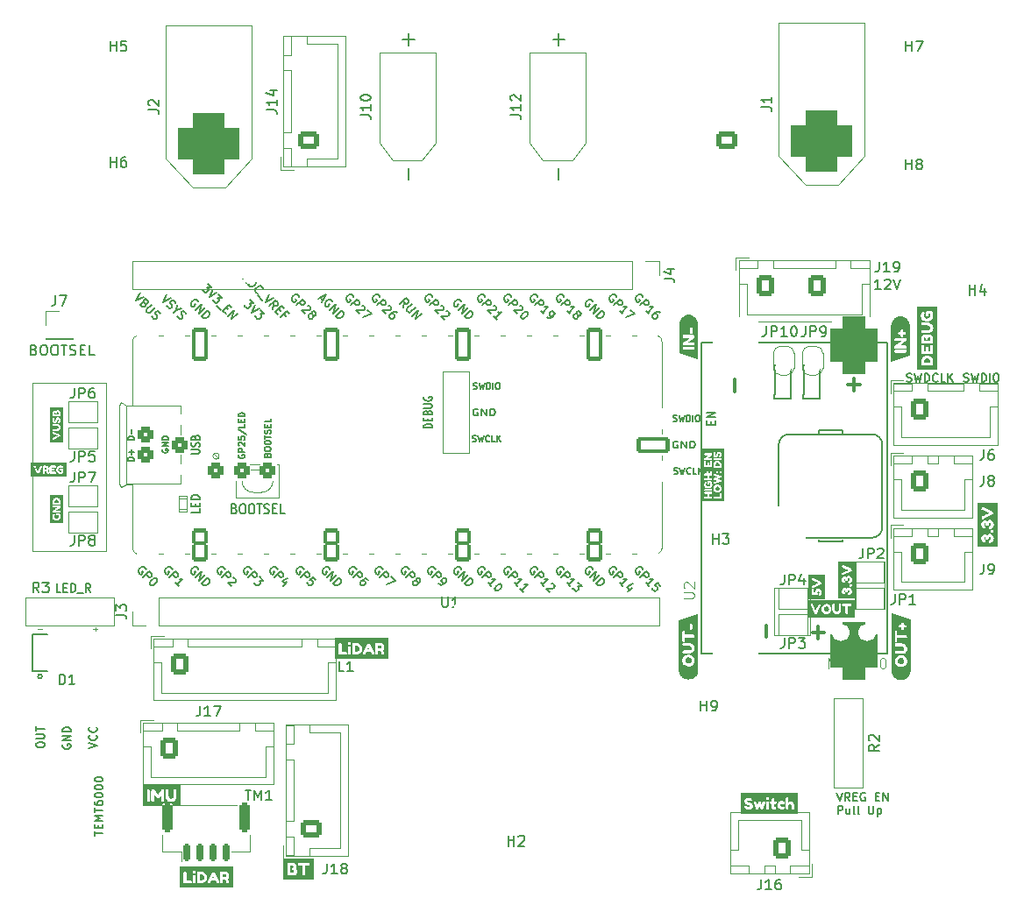
<source format=gbr>
%TF.GenerationSoftware,KiCad,Pcbnew,8.0.1*%
%TF.CreationDate,2024-04-30T15:38:52+08:00*%
%TF.ProjectId,prototype,70726f74-6f74-4797-9065-2e6b69636164,rev?*%
%TF.SameCoordinates,Original*%
%TF.FileFunction,Legend,Top*%
%TF.FilePolarity,Positive*%
%FSLAX46Y46*%
G04 Gerber Fmt 4.6, Leading zero omitted, Abs format (unit mm)*
G04 Created by KiCad (PCBNEW 8.0.1) date 2024-04-30 15:38:52*
%MOMM*%
%LPD*%
G01*
G04 APERTURE LIST*
G04 Aperture macros list*
%AMRoundRect*
0 Rectangle with rounded corners*
0 $1 Rounding radius*
0 $2 $3 $4 $5 $6 $7 $8 $9 X,Y pos of 4 corners*
0 Add a 4 corners polygon primitive as box body*
4,1,4,$2,$3,$4,$5,$6,$7,$8,$9,$2,$3,0*
0 Add four circle primitives for the rounded corners*
1,1,$1+$1,$2,$3*
1,1,$1+$1,$4,$5*
1,1,$1+$1,$6,$7*
1,1,$1+$1,$8,$9*
0 Add four rect primitives between the rounded corners*
20,1,$1+$1,$2,$3,$4,$5,0*
20,1,$1+$1,$4,$5,$6,$7,0*
20,1,$1+$1,$6,$7,$8,$9,0*
20,1,$1+$1,$8,$9,$2,$3,0*%
%AMFreePoly0*
4,1,26,1.935306,0.780194,1.989950,0.741421,2.341421,0.389950,2.388777,0.314585,2.400000,0.248529,2.400000,-0.248529,2.380194,-0.335306,2.341421,-0.389950,1.989950,-0.741421,1.914585,-0.788777,1.848529,-0.800000,0.000000,-0.800000,-0.248529,-0.800000,-0.335306,-0.780194,-0.389950,-0.741421,-0.741421,-0.389950,-0.788777,-0.314585,-0.800000,-0.248529,-0.800000,0.248529,-0.780194,0.335306,
-0.741421,0.389950,-0.389950,0.741421,-0.314585,0.788777,-0.248529,0.800000,1.848529,0.800000,1.935306,0.780194,1.935306,0.780194,$1*%
%AMFreePoly1*
4,1,26,0.335306,0.780194,0.389950,0.741421,0.741421,0.389950,0.788777,0.314585,0.800000,0.248529,0.800000,-0.248529,0.780194,-0.335306,0.741421,-0.389950,0.389950,-0.741421,0.314585,-0.788777,0.248529,-0.800000,0.000000,-0.800000,-0.248529,-0.800000,-0.335306,-0.780194,-0.389950,-0.741421,-0.741421,-0.389950,-0.788777,-0.314585,-0.800000,-0.248529,-0.800000,0.248529,-0.780194,0.335306,
-0.741421,0.389950,-0.389950,0.741421,-0.314585,0.788777,-0.248529,0.800000,0.248529,0.800000,0.335306,0.780194,0.335306,0.780194,$1*%
%AMFreePoly2*
4,1,26,0.335306,2.380194,0.389950,2.341421,0.741421,1.989950,0.788777,1.914585,0.800000,1.848529,0.800000,-0.248529,0.780194,-0.335306,0.741421,-0.389950,0.389950,-0.741421,0.314585,-0.788777,0.248529,-0.800000,0.000000,-0.800000,-0.248529,-0.800000,-0.335306,-0.780194,-0.389950,-0.741421,-0.741421,-0.389950,-0.788777,-0.314585,-0.800000,-0.248529,-0.800000,1.848529,-0.780194,1.935306,
-0.741421,1.989950,-0.389950,2.341421,-0.314585,2.388777,-0.248529,2.400000,0.248529,2.400000,0.335306,2.380194,0.335306,2.380194,$1*%
%AMFreePoly3*
4,1,6,0.500000,-0.750000,-0.650000,-0.750000,-0.150000,0.000000,-0.650000,0.750000,0.500000,0.750000,0.500000,-0.750000,0.500000,-0.750000,$1*%
%AMFreePoly4*
4,1,6,1.000000,0.000000,0.500000,-0.750000,-0.500000,-0.750000,-0.500000,0.750000,0.500000,0.750000,1.000000,0.000000,1.000000,0.000000,$1*%
%AMFreePoly5*
4,1,19,0.500000,-0.750000,0.000000,-0.750000,0.000000,-0.744911,-0.071157,-0.744911,-0.207708,-0.704816,-0.327430,-0.627875,-0.420627,-0.520320,-0.479746,-0.390866,-0.500000,-0.250000,-0.500000,0.250000,-0.479746,0.390866,-0.420627,0.520320,-0.327430,0.627875,-0.207708,0.704816,-0.071157,0.744911,0.000000,0.744911,0.000000,0.750000,0.500000,0.750000,0.500000,-0.750000,0.500000,-0.750000,
$1*%
%AMFreePoly6*
4,1,19,0.000000,0.744911,0.071157,0.744911,0.207708,0.704816,0.327430,0.627875,0.420627,0.520320,0.479746,0.390866,0.500000,0.250000,0.500000,-0.250000,0.479746,-0.390866,0.420627,-0.520320,0.327430,-0.627875,0.207708,-0.704816,0.071157,-0.744911,0.000000,-0.744911,0.000000,-0.750000,-0.500000,-0.750000,-0.500000,0.750000,0.000000,0.750000,0.000000,0.744911,0.000000,0.744911,
$1*%
G04 Aperture macros list end*
%ADD10C,0.100000*%
%ADD11C,0.150000*%
%ADD12C,0.180000*%
%ADD13C,0.300000*%
%ADD14C,0.125000*%
%ADD15C,0.120000*%
%ADD16C,0.000000*%
%ADD17C,0.200000*%
%ADD18C,0.500000*%
%ADD19O,1.800000X1.100000*%
%ADD20O,1.450000X1.050000*%
%ADD21FreePoly0,90.000000*%
%ADD22FreePoly1,90.000000*%
%ADD23O,1.600000X3.200000*%
%ADD24C,1.600000*%
%ADD25RoundRect,0.200000X0.600000X-1.400000X0.600000X1.400000X-0.600000X1.400000X-0.600000X-1.400000X0*%
%ADD26RoundRect,0.200000X0.600000X-0.600000X0.600000X0.600000X-0.600000X0.600000X-0.600000X-0.600000X0*%
%ADD27FreePoly2,90.000000*%
%ADD28C,1.574800*%
%ADD29RoundRect,0.200000X1.400000X-0.600000X1.400000X0.600000X-1.400000X0.600000X-1.400000X-0.600000X0*%
%ADD30R,1.574800X1.574800*%
%ADD31O,3.200000X1.600000*%
%ADD32RoundRect,0.300000X0.450000X-0.450000X0.450000X0.450000X-0.450000X0.450000X-0.450000X-0.450000X0*%
%ADD33R,4.528000X5.544000*%
%ADD34R,1.700000X1.700000*%
%ADD35RoundRect,1.132000X1.132000X1.640000X-1.132000X1.640000X-1.132000X-1.640000X1.132000X-1.640000X0*%
%ADD36C,1.700000*%
%ADD37C,1.524000*%
%ADD38FreePoly3,180.000000*%
%ADD39FreePoly4,180.000000*%
%ADD40FreePoly5,270.000000*%
%ADD41FreePoly6,270.000000*%
%ADD42FreePoly3,0.000000*%
%ADD43FreePoly4,0.000000*%
%ADD44O,1.700000X1.950000*%
%ADD45RoundRect,0.250000X-0.600000X-0.725000X0.600000X-0.725000X0.600000X0.725000X-0.600000X0.725000X0*%
%ADD46RoundRect,0.250000X0.725000X-0.600000X0.725000X0.600000X-0.725000X0.600000X-0.725000X-0.600000X0*%
%ADD47O,1.950000X1.700000*%
%ADD48RoundRect,0.250000X-0.250000X-1.150000X0.250000X-1.150000X0.250000X1.150000X-0.250000X1.150000X0*%
%ADD49RoundRect,0.150000X-0.150000X-0.700000X0.150000X-0.700000X0.150000X0.700000X-0.150000X0.700000X0*%
%ADD50C,6.400000*%
%ADD51R,3.800000X3.800000*%
%ADD52C,4.000000*%
%ADD53RoundRect,0.250000X-0.600000X-0.750000X0.600000X-0.750000X0.600000X0.750000X-0.600000X0.750000X0*%
%ADD54O,1.700000X2.000000*%
%ADD55O,1.700000X1.700000*%
%ADD56RoundRect,1.500000X1.500000X-1.500000X1.500000X1.500000X-1.500000X1.500000X-1.500000X-1.500000X0*%
%ADD57C,6.000000*%
%ADD58C,4.200000*%
%ADD59R,1.190000X3.000000*%
%ADD60C,5.600000*%
%ADD61RoundRect,0.250000X0.600000X0.750000X-0.600000X0.750000X-0.600000X-0.750000X0.600000X-0.750000X0*%
%ADD62C,10.000000*%
G04 APERTURE END LIST*
D10*
X132783251Y-96771287D02*
X135639000Y-96771287D01*
X135639000Y-101330000D01*
X132783251Y-101330000D01*
X132783251Y-96771287D01*
X124965000Y-99330000D02*
X128400000Y-99330000D01*
X128400000Y-103870000D01*
X124965000Y-103870000D01*
X124965000Y-99330000D01*
X53340000Y-79502000D02*
X60452000Y-79502000D01*
X60452000Y-95758000D01*
X53340000Y-95758000D01*
X53340000Y-79502000D01*
D11*
X56042112Y-99716295D02*
X55661160Y-99716295D01*
X55661160Y-99716295D02*
X55661160Y-98916295D01*
X56308779Y-99297247D02*
X56575445Y-99297247D01*
X56689731Y-99716295D02*
X56308779Y-99716295D01*
X56308779Y-99716295D02*
X56308779Y-98916295D01*
X56308779Y-98916295D02*
X56689731Y-98916295D01*
X57032589Y-99716295D02*
X57032589Y-98916295D01*
X57032589Y-98916295D02*
X57223065Y-98916295D01*
X57223065Y-98916295D02*
X57337351Y-98954390D01*
X57337351Y-98954390D02*
X57413541Y-99030580D01*
X57413541Y-99030580D02*
X57451636Y-99106771D01*
X57451636Y-99106771D02*
X57489732Y-99259152D01*
X57489732Y-99259152D02*
X57489732Y-99373438D01*
X57489732Y-99373438D02*
X57451636Y-99525819D01*
X57451636Y-99525819D02*
X57413541Y-99602009D01*
X57413541Y-99602009D02*
X57337351Y-99678200D01*
X57337351Y-99678200D02*
X57223065Y-99716295D01*
X57223065Y-99716295D02*
X57032589Y-99716295D01*
X57642113Y-99792485D02*
X58251636Y-99792485D01*
X58899256Y-99716295D02*
X58632589Y-99335342D01*
X58442113Y-99716295D02*
X58442113Y-98916295D01*
X58442113Y-98916295D02*
X58746875Y-98916295D01*
X58746875Y-98916295D02*
X58823065Y-98954390D01*
X58823065Y-98954390D02*
X58861160Y-98992485D01*
X58861160Y-98992485D02*
X58899256Y-99068676D01*
X58899256Y-99068676D02*
X58899256Y-99182961D01*
X58899256Y-99182961D02*
X58861160Y-99259152D01*
X58861160Y-99259152D02*
X58823065Y-99297247D01*
X58823065Y-99297247D02*
X58746875Y-99335342D01*
X58746875Y-99335342D02*
X58442113Y-99335342D01*
X135226588Y-70481819D02*
X134655160Y-70481819D01*
X134940874Y-70481819D02*
X134940874Y-69481819D01*
X134940874Y-69481819D02*
X134845636Y-69624676D01*
X134845636Y-69624676D02*
X134750398Y-69719914D01*
X134750398Y-69719914D02*
X134655160Y-69767533D01*
X135607541Y-69577057D02*
X135655160Y-69529438D01*
X135655160Y-69529438D02*
X135750398Y-69481819D01*
X135750398Y-69481819D02*
X135988493Y-69481819D01*
X135988493Y-69481819D02*
X136083731Y-69529438D01*
X136083731Y-69529438D02*
X136131350Y-69577057D01*
X136131350Y-69577057D02*
X136178969Y-69672295D01*
X136178969Y-69672295D02*
X136178969Y-69767533D01*
X136178969Y-69767533D02*
X136131350Y-69910390D01*
X136131350Y-69910390D02*
X135559922Y-70481819D01*
X135559922Y-70481819D02*
X136178969Y-70481819D01*
X136464684Y-69481819D02*
X136798017Y-70481819D01*
X136798017Y-70481819D02*
X137131350Y-69481819D01*
X59292295Y-123269125D02*
X59292295Y-122811982D01*
X60092295Y-123040554D02*
X59292295Y-123040554D01*
X59673247Y-122545315D02*
X59673247Y-122278649D01*
X60092295Y-122164363D02*
X60092295Y-122545315D01*
X60092295Y-122545315D02*
X59292295Y-122545315D01*
X59292295Y-122545315D02*
X59292295Y-122164363D01*
X60092295Y-121821505D02*
X59292295Y-121821505D01*
X59292295Y-121821505D02*
X59863723Y-121554839D01*
X59863723Y-121554839D02*
X59292295Y-121288172D01*
X59292295Y-121288172D02*
X60092295Y-121288172D01*
X59292295Y-121021505D02*
X59292295Y-120564362D01*
X60092295Y-120792934D02*
X59292295Y-120792934D01*
X59292295Y-119954838D02*
X59292295Y-120107219D01*
X59292295Y-120107219D02*
X59330390Y-120183410D01*
X59330390Y-120183410D02*
X59368485Y-120221505D01*
X59368485Y-120221505D02*
X59482771Y-120297695D01*
X59482771Y-120297695D02*
X59635152Y-120335791D01*
X59635152Y-120335791D02*
X59939914Y-120335791D01*
X59939914Y-120335791D02*
X60016104Y-120297695D01*
X60016104Y-120297695D02*
X60054200Y-120259600D01*
X60054200Y-120259600D02*
X60092295Y-120183410D01*
X60092295Y-120183410D02*
X60092295Y-120031029D01*
X60092295Y-120031029D02*
X60054200Y-119954838D01*
X60054200Y-119954838D02*
X60016104Y-119916743D01*
X60016104Y-119916743D02*
X59939914Y-119878648D01*
X59939914Y-119878648D02*
X59749438Y-119878648D01*
X59749438Y-119878648D02*
X59673247Y-119916743D01*
X59673247Y-119916743D02*
X59635152Y-119954838D01*
X59635152Y-119954838D02*
X59597057Y-120031029D01*
X59597057Y-120031029D02*
X59597057Y-120183410D01*
X59597057Y-120183410D02*
X59635152Y-120259600D01*
X59635152Y-120259600D02*
X59673247Y-120297695D01*
X59673247Y-120297695D02*
X59749438Y-120335791D01*
X59292295Y-119383409D02*
X59292295Y-119307219D01*
X59292295Y-119307219D02*
X59330390Y-119231028D01*
X59330390Y-119231028D02*
X59368485Y-119192933D01*
X59368485Y-119192933D02*
X59444676Y-119154838D01*
X59444676Y-119154838D02*
X59597057Y-119116743D01*
X59597057Y-119116743D02*
X59787533Y-119116743D01*
X59787533Y-119116743D02*
X59939914Y-119154838D01*
X59939914Y-119154838D02*
X60016104Y-119192933D01*
X60016104Y-119192933D02*
X60054200Y-119231028D01*
X60054200Y-119231028D02*
X60092295Y-119307219D01*
X60092295Y-119307219D02*
X60092295Y-119383409D01*
X60092295Y-119383409D02*
X60054200Y-119459600D01*
X60054200Y-119459600D02*
X60016104Y-119497695D01*
X60016104Y-119497695D02*
X59939914Y-119535790D01*
X59939914Y-119535790D02*
X59787533Y-119573886D01*
X59787533Y-119573886D02*
X59597057Y-119573886D01*
X59597057Y-119573886D02*
X59444676Y-119535790D01*
X59444676Y-119535790D02*
X59368485Y-119497695D01*
X59368485Y-119497695D02*
X59330390Y-119459600D01*
X59330390Y-119459600D02*
X59292295Y-119383409D01*
X59292295Y-118621504D02*
X59292295Y-118545314D01*
X59292295Y-118545314D02*
X59330390Y-118469123D01*
X59330390Y-118469123D02*
X59368485Y-118431028D01*
X59368485Y-118431028D02*
X59444676Y-118392933D01*
X59444676Y-118392933D02*
X59597057Y-118354838D01*
X59597057Y-118354838D02*
X59787533Y-118354838D01*
X59787533Y-118354838D02*
X59939914Y-118392933D01*
X59939914Y-118392933D02*
X60016104Y-118431028D01*
X60016104Y-118431028D02*
X60054200Y-118469123D01*
X60054200Y-118469123D02*
X60092295Y-118545314D01*
X60092295Y-118545314D02*
X60092295Y-118621504D01*
X60092295Y-118621504D02*
X60054200Y-118697695D01*
X60054200Y-118697695D02*
X60016104Y-118735790D01*
X60016104Y-118735790D02*
X59939914Y-118773885D01*
X59939914Y-118773885D02*
X59787533Y-118811981D01*
X59787533Y-118811981D02*
X59597057Y-118811981D01*
X59597057Y-118811981D02*
X59444676Y-118773885D01*
X59444676Y-118773885D02*
X59368485Y-118735790D01*
X59368485Y-118735790D02*
X59330390Y-118697695D01*
X59330390Y-118697695D02*
X59292295Y-118621504D01*
X59292295Y-117859599D02*
X59292295Y-117783409D01*
X59292295Y-117783409D02*
X59330390Y-117707218D01*
X59330390Y-117707218D02*
X59368485Y-117669123D01*
X59368485Y-117669123D02*
X59444676Y-117631028D01*
X59444676Y-117631028D02*
X59597057Y-117592933D01*
X59597057Y-117592933D02*
X59787533Y-117592933D01*
X59787533Y-117592933D02*
X59939914Y-117631028D01*
X59939914Y-117631028D02*
X60016104Y-117669123D01*
X60016104Y-117669123D02*
X60054200Y-117707218D01*
X60054200Y-117707218D02*
X60092295Y-117783409D01*
X60092295Y-117783409D02*
X60092295Y-117859599D01*
X60092295Y-117859599D02*
X60054200Y-117935790D01*
X60054200Y-117935790D02*
X60016104Y-117973885D01*
X60016104Y-117973885D02*
X59939914Y-118011980D01*
X59939914Y-118011980D02*
X59787533Y-118050076D01*
X59787533Y-118050076D02*
X59597057Y-118050076D01*
X59597057Y-118050076D02*
X59444676Y-118011980D01*
X59444676Y-118011980D02*
X59368485Y-117973885D01*
X59368485Y-117973885D02*
X59330390Y-117935790D01*
X59330390Y-117935790D02*
X59292295Y-117859599D01*
X53443523Y-76308009D02*
X53586380Y-76355628D01*
X53586380Y-76355628D02*
X53633999Y-76403247D01*
X53633999Y-76403247D02*
X53681618Y-76498485D01*
X53681618Y-76498485D02*
X53681618Y-76641342D01*
X53681618Y-76641342D02*
X53633999Y-76736580D01*
X53633999Y-76736580D02*
X53586380Y-76784200D01*
X53586380Y-76784200D02*
X53491142Y-76831819D01*
X53491142Y-76831819D02*
X53110190Y-76831819D01*
X53110190Y-76831819D02*
X53110190Y-75831819D01*
X53110190Y-75831819D02*
X53443523Y-75831819D01*
X53443523Y-75831819D02*
X53538761Y-75879438D01*
X53538761Y-75879438D02*
X53586380Y-75927057D01*
X53586380Y-75927057D02*
X53633999Y-76022295D01*
X53633999Y-76022295D02*
X53633999Y-76117533D01*
X53633999Y-76117533D02*
X53586380Y-76212771D01*
X53586380Y-76212771D02*
X53538761Y-76260390D01*
X53538761Y-76260390D02*
X53443523Y-76308009D01*
X53443523Y-76308009D02*
X53110190Y-76308009D01*
X54300666Y-75831819D02*
X54491142Y-75831819D01*
X54491142Y-75831819D02*
X54586380Y-75879438D01*
X54586380Y-75879438D02*
X54681618Y-75974676D01*
X54681618Y-75974676D02*
X54729237Y-76165152D01*
X54729237Y-76165152D02*
X54729237Y-76498485D01*
X54729237Y-76498485D02*
X54681618Y-76688961D01*
X54681618Y-76688961D02*
X54586380Y-76784200D01*
X54586380Y-76784200D02*
X54491142Y-76831819D01*
X54491142Y-76831819D02*
X54300666Y-76831819D01*
X54300666Y-76831819D02*
X54205428Y-76784200D01*
X54205428Y-76784200D02*
X54110190Y-76688961D01*
X54110190Y-76688961D02*
X54062571Y-76498485D01*
X54062571Y-76498485D02*
X54062571Y-76165152D01*
X54062571Y-76165152D02*
X54110190Y-75974676D01*
X54110190Y-75974676D02*
X54205428Y-75879438D01*
X54205428Y-75879438D02*
X54300666Y-75831819D01*
X55348285Y-75831819D02*
X55538761Y-75831819D01*
X55538761Y-75831819D02*
X55633999Y-75879438D01*
X55633999Y-75879438D02*
X55729237Y-75974676D01*
X55729237Y-75974676D02*
X55776856Y-76165152D01*
X55776856Y-76165152D02*
X55776856Y-76498485D01*
X55776856Y-76498485D02*
X55729237Y-76688961D01*
X55729237Y-76688961D02*
X55633999Y-76784200D01*
X55633999Y-76784200D02*
X55538761Y-76831819D01*
X55538761Y-76831819D02*
X55348285Y-76831819D01*
X55348285Y-76831819D02*
X55253047Y-76784200D01*
X55253047Y-76784200D02*
X55157809Y-76688961D01*
X55157809Y-76688961D02*
X55110190Y-76498485D01*
X55110190Y-76498485D02*
X55110190Y-76165152D01*
X55110190Y-76165152D02*
X55157809Y-75974676D01*
X55157809Y-75974676D02*
X55253047Y-75879438D01*
X55253047Y-75879438D02*
X55348285Y-75831819D01*
X56062571Y-75831819D02*
X56633999Y-75831819D01*
X56348285Y-76831819D02*
X56348285Y-75831819D01*
X56919714Y-76784200D02*
X57062571Y-76831819D01*
X57062571Y-76831819D02*
X57300666Y-76831819D01*
X57300666Y-76831819D02*
X57395904Y-76784200D01*
X57395904Y-76784200D02*
X57443523Y-76736580D01*
X57443523Y-76736580D02*
X57491142Y-76641342D01*
X57491142Y-76641342D02*
X57491142Y-76546104D01*
X57491142Y-76546104D02*
X57443523Y-76450866D01*
X57443523Y-76450866D02*
X57395904Y-76403247D01*
X57395904Y-76403247D02*
X57300666Y-76355628D01*
X57300666Y-76355628D02*
X57110190Y-76308009D01*
X57110190Y-76308009D02*
X57014952Y-76260390D01*
X57014952Y-76260390D02*
X56967333Y-76212771D01*
X56967333Y-76212771D02*
X56919714Y-76117533D01*
X56919714Y-76117533D02*
X56919714Y-76022295D01*
X56919714Y-76022295D02*
X56967333Y-75927057D01*
X56967333Y-75927057D02*
X57014952Y-75879438D01*
X57014952Y-75879438D02*
X57110190Y-75831819D01*
X57110190Y-75831819D02*
X57348285Y-75831819D01*
X57348285Y-75831819D02*
X57491142Y-75879438D01*
X57919714Y-76308009D02*
X58253047Y-76308009D01*
X58395904Y-76831819D02*
X57919714Y-76831819D01*
X57919714Y-76831819D02*
X57919714Y-75831819D01*
X57919714Y-75831819D02*
X58395904Y-75831819D01*
X59300666Y-76831819D02*
X58824476Y-76831819D01*
X58824476Y-76831819D02*
X58824476Y-75831819D01*
X58744295Y-114830207D02*
X59544295Y-114563540D01*
X59544295Y-114563540D02*
X58744295Y-114296874D01*
X59468104Y-113573064D02*
X59506200Y-113611160D01*
X59506200Y-113611160D02*
X59544295Y-113725445D01*
X59544295Y-113725445D02*
X59544295Y-113801636D01*
X59544295Y-113801636D02*
X59506200Y-113915922D01*
X59506200Y-113915922D02*
X59430009Y-113992112D01*
X59430009Y-113992112D02*
X59353819Y-114030207D01*
X59353819Y-114030207D02*
X59201438Y-114068303D01*
X59201438Y-114068303D02*
X59087152Y-114068303D01*
X59087152Y-114068303D02*
X58934771Y-114030207D01*
X58934771Y-114030207D02*
X58858580Y-113992112D01*
X58858580Y-113992112D02*
X58782390Y-113915922D01*
X58782390Y-113915922D02*
X58744295Y-113801636D01*
X58744295Y-113801636D02*
X58744295Y-113725445D01*
X58744295Y-113725445D02*
X58782390Y-113611160D01*
X58782390Y-113611160D02*
X58820485Y-113573064D01*
X59468104Y-112773064D02*
X59506200Y-112811160D01*
X59506200Y-112811160D02*
X59544295Y-112925445D01*
X59544295Y-112925445D02*
X59544295Y-113001636D01*
X59544295Y-113001636D02*
X59506200Y-113115922D01*
X59506200Y-113115922D02*
X59430009Y-113192112D01*
X59430009Y-113192112D02*
X59353819Y-113230207D01*
X59353819Y-113230207D02*
X59201438Y-113268303D01*
X59201438Y-113268303D02*
X59087152Y-113268303D01*
X59087152Y-113268303D02*
X58934771Y-113230207D01*
X58934771Y-113230207D02*
X58858580Y-113192112D01*
X58858580Y-113192112D02*
X58782390Y-113115922D01*
X58782390Y-113115922D02*
X58744295Y-113001636D01*
X58744295Y-113001636D02*
X58744295Y-112925445D01*
X58744295Y-112925445D02*
X58782390Y-112811160D01*
X58782390Y-112811160D02*
X58820485Y-112773064D01*
X53664295Y-114563540D02*
X53664295Y-114411159D01*
X53664295Y-114411159D02*
X53702390Y-114334969D01*
X53702390Y-114334969D02*
X53778580Y-114258778D01*
X53778580Y-114258778D02*
X53930961Y-114220683D01*
X53930961Y-114220683D02*
X54197628Y-114220683D01*
X54197628Y-114220683D02*
X54350009Y-114258778D01*
X54350009Y-114258778D02*
X54426200Y-114334969D01*
X54426200Y-114334969D02*
X54464295Y-114411159D01*
X54464295Y-114411159D02*
X54464295Y-114563540D01*
X54464295Y-114563540D02*
X54426200Y-114639731D01*
X54426200Y-114639731D02*
X54350009Y-114715921D01*
X54350009Y-114715921D02*
X54197628Y-114754017D01*
X54197628Y-114754017D02*
X53930961Y-114754017D01*
X53930961Y-114754017D02*
X53778580Y-114715921D01*
X53778580Y-114715921D02*
X53702390Y-114639731D01*
X53702390Y-114639731D02*
X53664295Y-114563540D01*
X53664295Y-113877826D02*
X54311914Y-113877826D01*
X54311914Y-113877826D02*
X54388104Y-113839731D01*
X54388104Y-113839731D02*
X54426200Y-113801636D01*
X54426200Y-113801636D02*
X54464295Y-113725445D01*
X54464295Y-113725445D02*
X54464295Y-113573064D01*
X54464295Y-113573064D02*
X54426200Y-113496874D01*
X54426200Y-113496874D02*
X54388104Y-113458779D01*
X54388104Y-113458779D02*
X54311914Y-113420683D01*
X54311914Y-113420683D02*
X53664295Y-113420683D01*
X53664295Y-113154017D02*
X53664295Y-112696874D01*
X54464295Y-112925446D02*
X53664295Y-112925446D01*
X56242390Y-114449255D02*
X56204295Y-114525445D01*
X56204295Y-114525445D02*
X56204295Y-114639731D01*
X56204295Y-114639731D02*
X56242390Y-114754017D01*
X56242390Y-114754017D02*
X56318580Y-114830207D01*
X56318580Y-114830207D02*
X56394771Y-114868302D01*
X56394771Y-114868302D02*
X56547152Y-114906398D01*
X56547152Y-114906398D02*
X56661438Y-114906398D01*
X56661438Y-114906398D02*
X56813819Y-114868302D01*
X56813819Y-114868302D02*
X56890009Y-114830207D01*
X56890009Y-114830207D02*
X56966200Y-114754017D01*
X56966200Y-114754017D02*
X57004295Y-114639731D01*
X57004295Y-114639731D02*
X57004295Y-114563540D01*
X57004295Y-114563540D02*
X56966200Y-114449255D01*
X56966200Y-114449255D02*
X56928104Y-114411159D01*
X56928104Y-114411159D02*
X56661438Y-114411159D01*
X56661438Y-114411159D02*
X56661438Y-114563540D01*
X57004295Y-114068302D02*
X56204295Y-114068302D01*
X56204295Y-114068302D02*
X57004295Y-113611159D01*
X57004295Y-113611159D02*
X56204295Y-113611159D01*
X57004295Y-113230207D02*
X56204295Y-113230207D01*
X56204295Y-113230207D02*
X56204295Y-113039731D01*
X56204295Y-113039731D02*
X56242390Y-112925445D01*
X56242390Y-112925445D02*
X56318580Y-112849255D01*
X56318580Y-112849255D02*
X56394771Y-112811160D01*
X56394771Y-112811160D02*
X56547152Y-112773064D01*
X56547152Y-112773064D02*
X56661438Y-112773064D01*
X56661438Y-112773064D02*
X56813819Y-112811160D01*
X56813819Y-112811160D02*
X56890009Y-112849255D01*
X56890009Y-112849255D02*
X56966200Y-112925445D01*
X56966200Y-112925445D02*
X57004295Y-113039731D01*
X57004295Y-113039731D02*
X57004295Y-113230207D01*
X137751064Y-79356200D02*
X137865350Y-79394295D01*
X137865350Y-79394295D02*
X138055826Y-79394295D01*
X138055826Y-79394295D02*
X138132017Y-79356200D01*
X138132017Y-79356200D02*
X138170112Y-79318104D01*
X138170112Y-79318104D02*
X138208207Y-79241914D01*
X138208207Y-79241914D02*
X138208207Y-79165723D01*
X138208207Y-79165723D02*
X138170112Y-79089533D01*
X138170112Y-79089533D02*
X138132017Y-79051438D01*
X138132017Y-79051438D02*
X138055826Y-79013342D01*
X138055826Y-79013342D02*
X137903445Y-78975247D01*
X137903445Y-78975247D02*
X137827255Y-78937152D01*
X137827255Y-78937152D02*
X137789160Y-78899057D01*
X137789160Y-78899057D02*
X137751064Y-78822866D01*
X137751064Y-78822866D02*
X137751064Y-78746676D01*
X137751064Y-78746676D02*
X137789160Y-78670485D01*
X137789160Y-78670485D02*
X137827255Y-78632390D01*
X137827255Y-78632390D02*
X137903445Y-78594295D01*
X137903445Y-78594295D02*
X138093922Y-78594295D01*
X138093922Y-78594295D02*
X138208207Y-78632390D01*
X138474874Y-78594295D02*
X138665350Y-79394295D01*
X138665350Y-79394295D02*
X138817731Y-78822866D01*
X138817731Y-78822866D02*
X138970112Y-79394295D01*
X138970112Y-79394295D02*
X139160589Y-78594295D01*
X139465351Y-79394295D02*
X139465351Y-78594295D01*
X139465351Y-78594295D02*
X139655827Y-78594295D01*
X139655827Y-78594295D02*
X139770113Y-78632390D01*
X139770113Y-78632390D02*
X139846303Y-78708580D01*
X139846303Y-78708580D02*
X139884398Y-78784771D01*
X139884398Y-78784771D02*
X139922494Y-78937152D01*
X139922494Y-78937152D02*
X139922494Y-79051438D01*
X139922494Y-79051438D02*
X139884398Y-79203819D01*
X139884398Y-79203819D02*
X139846303Y-79280009D01*
X139846303Y-79280009D02*
X139770113Y-79356200D01*
X139770113Y-79356200D02*
X139655827Y-79394295D01*
X139655827Y-79394295D02*
X139465351Y-79394295D01*
X140722494Y-79318104D02*
X140684398Y-79356200D01*
X140684398Y-79356200D02*
X140570113Y-79394295D01*
X140570113Y-79394295D02*
X140493922Y-79394295D01*
X140493922Y-79394295D02*
X140379636Y-79356200D01*
X140379636Y-79356200D02*
X140303446Y-79280009D01*
X140303446Y-79280009D02*
X140265351Y-79203819D01*
X140265351Y-79203819D02*
X140227255Y-79051438D01*
X140227255Y-79051438D02*
X140227255Y-78937152D01*
X140227255Y-78937152D02*
X140265351Y-78784771D01*
X140265351Y-78784771D02*
X140303446Y-78708580D01*
X140303446Y-78708580D02*
X140379636Y-78632390D01*
X140379636Y-78632390D02*
X140493922Y-78594295D01*
X140493922Y-78594295D02*
X140570113Y-78594295D01*
X140570113Y-78594295D02*
X140684398Y-78632390D01*
X140684398Y-78632390D02*
X140722494Y-78670485D01*
X141446303Y-79394295D02*
X141065351Y-79394295D01*
X141065351Y-79394295D02*
X141065351Y-78594295D01*
X141712970Y-79394295D02*
X141712970Y-78594295D01*
X142170113Y-79394295D02*
X141827255Y-78937152D01*
X142170113Y-78594295D02*
X141712970Y-79051438D01*
X130984874Y-119091340D02*
X131251541Y-119891340D01*
X131251541Y-119891340D02*
X131518207Y-119091340D01*
X132242017Y-119891340D02*
X131975350Y-119510387D01*
X131784874Y-119891340D02*
X131784874Y-119091340D01*
X131784874Y-119091340D02*
X132089636Y-119091340D01*
X132089636Y-119091340D02*
X132165826Y-119129435D01*
X132165826Y-119129435D02*
X132203921Y-119167530D01*
X132203921Y-119167530D02*
X132242017Y-119243721D01*
X132242017Y-119243721D02*
X132242017Y-119358006D01*
X132242017Y-119358006D02*
X132203921Y-119434197D01*
X132203921Y-119434197D02*
X132165826Y-119472292D01*
X132165826Y-119472292D02*
X132089636Y-119510387D01*
X132089636Y-119510387D02*
X131784874Y-119510387D01*
X132584874Y-119472292D02*
X132851540Y-119472292D01*
X132965826Y-119891340D02*
X132584874Y-119891340D01*
X132584874Y-119891340D02*
X132584874Y-119091340D01*
X132584874Y-119091340D02*
X132965826Y-119091340D01*
X133727731Y-119129435D02*
X133651541Y-119091340D01*
X133651541Y-119091340D02*
X133537255Y-119091340D01*
X133537255Y-119091340D02*
X133422969Y-119129435D01*
X133422969Y-119129435D02*
X133346779Y-119205625D01*
X133346779Y-119205625D02*
X133308684Y-119281816D01*
X133308684Y-119281816D02*
X133270588Y-119434197D01*
X133270588Y-119434197D02*
X133270588Y-119548483D01*
X133270588Y-119548483D02*
X133308684Y-119700864D01*
X133308684Y-119700864D02*
X133346779Y-119777054D01*
X133346779Y-119777054D02*
X133422969Y-119853245D01*
X133422969Y-119853245D02*
X133537255Y-119891340D01*
X133537255Y-119891340D02*
X133613446Y-119891340D01*
X133613446Y-119891340D02*
X133727731Y-119853245D01*
X133727731Y-119853245D02*
X133765827Y-119815149D01*
X133765827Y-119815149D02*
X133765827Y-119548483D01*
X133765827Y-119548483D02*
X133613446Y-119548483D01*
X134718208Y-119472292D02*
X134984874Y-119472292D01*
X135099160Y-119891340D02*
X134718208Y-119891340D01*
X134718208Y-119891340D02*
X134718208Y-119091340D01*
X134718208Y-119091340D02*
X135099160Y-119091340D01*
X135442018Y-119891340D02*
X135442018Y-119091340D01*
X135442018Y-119091340D02*
X135899161Y-119891340D01*
X135899161Y-119891340D02*
X135899161Y-119091340D01*
X131099160Y-121179295D02*
X131099160Y-120379295D01*
X131099160Y-120379295D02*
X131403922Y-120379295D01*
X131403922Y-120379295D02*
X131480112Y-120417390D01*
X131480112Y-120417390D02*
X131518207Y-120455485D01*
X131518207Y-120455485D02*
X131556303Y-120531676D01*
X131556303Y-120531676D02*
X131556303Y-120645961D01*
X131556303Y-120645961D02*
X131518207Y-120722152D01*
X131518207Y-120722152D02*
X131480112Y-120760247D01*
X131480112Y-120760247D02*
X131403922Y-120798342D01*
X131403922Y-120798342D02*
X131099160Y-120798342D01*
X132242017Y-120645961D02*
X132242017Y-121179295D01*
X131899160Y-120645961D02*
X131899160Y-121065009D01*
X131899160Y-121065009D02*
X131937255Y-121141200D01*
X131937255Y-121141200D02*
X132013445Y-121179295D01*
X132013445Y-121179295D02*
X132127731Y-121179295D01*
X132127731Y-121179295D02*
X132203922Y-121141200D01*
X132203922Y-121141200D02*
X132242017Y-121103104D01*
X132737255Y-121179295D02*
X132661065Y-121141200D01*
X132661065Y-121141200D02*
X132622970Y-121065009D01*
X132622970Y-121065009D02*
X132622970Y-120379295D01*
X133156303Y-121179295D02*
X133080113Y-121141200D01*
X133080113Y-121141200D02*
X133042018Y-121065009D01*
X133042018Y-121065009D02*
X133042018Y-120379295D01*
X134070590Y-120379295D02*
X134070590Y-121026914D01*
X134070590Y-121026914D02*
X134108685Y-121103104D01*
X134108685Y-121103104D02*
X134146780Y-121141200D01*
X134146780Y-121141200D02*
X134222971Y-121179295D01*
X134222971Y-121179295D02*
X134375352Y-121179295D01*
X134375352Y-121179295D02*
X134451542Y-121141200D01*
X134451542Y-121141200D02*
X134489637Y-121103104D01*
X134489637Y-121103104D02*
X134527733Y-121026914D01*
X134527733Y-121026914D02*
X134527733Y-120379295D01*
X134908685Y-120645961D02*
X134908685Y-121445961D01*
X134908685Y-120684057D02*
X134984875Y-120645961D01*
X134984875Y-120645961D02*
X135137256Y-120645961D01*
X135137256Y-120645961D02*
X135213447Y-120684057D01*
X135213447Y-120684057D02*
X135251542Y-120722152D01*
X135251542Y-120722152D02*
X135289637Y-120798342D01*
X135289637Y-120798342D02*
X135289637Y-121026914D01*
X135289637Y-121026914D02*
X135251542Y-121103104D01*
X135251542Y-121103104D02*
X135213447Y-121141200D01*
X135213447Y-121141200D02*
X135137256Y-121179295D01*
X135137256Y-121179295D02*
X134984875Y-121179295D01*
X134984875Y-121179295D02*
X134908685Y-121141200D01*
X143251064Y-79356200D02*
X143365350Y-79394295D01*
X143365350Y-79394295D02*
X143555826Y-79394295D01*
X143555826Y-79394295D02*
X143632017Y-79356200D01*
X143632017Y-79356200D02*
X143670112Y-79318104D01*
X143670112Y-79318104D02*
X143708207Y-79241914D01*
X143708207Y-79241914D02*
X143708207Y-79165723D01*
X143708207Y-79165723D02*
X143670112Y-79089533D01*
X143670112Y-79089533D02*
X143632017Y-79051438D01*
X143632017Y-79051438D02*
X143555826Y-79013342D01*
X143555826Y-79013342D02*
X143403445Y-78975247D01*
X143403445Y-78975247D02*
X143327255Y-78937152D01*
X143327255Y-78937152D02*
X143289160Y-78899057D01*
X143289160Y-78899057D02*
X143251064Y-78822866D01*
X143251064Y-78822866D02*
X143251064Y-78746676D01*
X143251064Y-78746676D02*
X143289160Y-78670485D01*
X143289160Y-78670485D02*
X143327255Y-78632390D01*
X143327255Y-78632390D02*
X143403445Y-78594295D01*
X143403445Y-78594295D02*
X143593922Y-78594295D01*
X143593922Y-78594295D02*
X143708207Y-78632390D01*
X143974874Y-78594295D02*
X144165350Y-79394295D01*
X144165350Y-79394295D02*
X144317731Y-78822866D01*
X144317731Y-78822866D02*
X144470112Y-79394295D01*
X144470112Y-79394295D02*
X144660589Y-78594295D01*
X144965351Y-79394295D02*
X144965351Y-78594295D01*
X144965351Y-78594295D02*
X145155827Y-78594295D01*
X145155827Y-78594295D02*
X145270113Y-78632390D01*
X145270113Y-78632390D02*
X145346303Y-78708580D01*
X145346303Y-78708580D02*
X145384398Y-78784771D01*
X145384398Y-78784771D02*
X145422494Y-78937152D01*
X145422494Y-78937152D02*
X145422494Y-79051438D01*
X145422494Y-79051438D02*
X145384398Y-79203819D01*
X145384398Y-79203819D02*
X145346303Y-79280009D01*
X145346303Y-79280009D02*
X145270113Y-79356200D01*
X145270113Y-79356200D02*
X145155827Y-79394295D01*
X145155827Y-79394295D02*
X144965351Y-79394295D01*
X145765351Y-79394295D02*
X145765351Y-78594295D01*
X146298684Y-78594295D02*
X146451065Y-78594295D01*
X146451065Y-78594295D02*
X146527255Y-78632390D01*
X146527255Y-78632390D02*
X146603446Y-78708580D01*
X146603446Y-78708580D02*
X146641541Y-78860961D01*
X146641541Y-78860961D02*
X146641541Y-79127628D01*
X146641541Y-79127628D02*
X146603446Y-79280009D01*
X146603446Y-79280009D02*
X146527255Y-79356200D01*
X146527255Y-79356200D02*
X146451065Y-79394295D01*
X146451065Y-79394295D02*
X146298684Y-79394295D01*
X146298684Y-79394295D02*
X146222493Y-79356200D01*
X146222493Y-79356200D02*
X146146303Y-79280009D01*
X146146303Y-79280009D02*
X146108207Y-79127628D01*
X146108207Y-79127628D02*
X146108207Y-78860961D01*
X146108207Y-78860961D02*
X146146303Y-78708580D01*
X146146303Y-78708580D02*
X146222493Y-78632390D01*
X146222493Y-78632390D02*
X146298684Y-78594295D01*
X92852095Y-100177819D02*
X92852095Y-100987342D01*
X92852095Y-100987342D02*
X92899714Y-101082580D01*
X92899714Y-101082580D02*
X92947333Y-101130200D01*
X92947333Y-101130200D02*
X93042571Y-101177819D01*
X93042571Y-101177819D02*
X93233047Y-101177819D01*
X93233047Y-101177819D02*
X93328285Y-101130200D01*
X93328285Y-101130200D02*
X93375904Y-101082580D01*
X93375904Y-101082580D02*
X93423523Y-100987342D01*
X93423523Y-100987342D02*
X93423523Y-100177819D01*
X94423523Y-101177819D02*
X93852095Y-101177819D01*
X94137809Y-101177819D02*
X94137809Y-100177819D01*
X94137809Y-100177819D02*
X94042571Y-100320676D01*
X94042571Y-100320676D02*
X93947333Y-100415914D01*
X93947333Y-100415914D02*
X93852095Y-100463533D01*
X68634395Y-86315857D02*
X69282014Y-86315857D01*
X69282014Y-86315857D02*
X69358204Y-86284428D01*
X69358204Y-86284428D02*
X69396300Y-86253000D01*
X69396300Y-86253000D02*
X69434395Y-86190142D01*
X69434395Y-86190142D02*
X69434395Y-86064428D01*
X69434395Y-86064428D02*
X69396300Y-86001571D01*
X69396300Y-86001571D02*
X69358204Y-85970142D01*
X69358204Y-85970142D02*
X69282014Y-85938714D01*
X69282014Y-85938714D02*
X68634395Y-85938714D01*
X69396300Y-85655856D02*
X69434395Y-85561571D01*
X69434395Y-85561571D02*
X69434395Y-85404428D01*
X69434395Y-85404428D02*
X69396300Y-85341571D01*
X69396300Y-85341571D02*
X69358204Y-85310142D01*
X69358204Y-85310142D02*
X69282014Y-85278713D01*
X69282014Y-85278713D02*
X69205823Y-85278713D01*
X69205823Y-85278713D02*
X69129633Y-85310142D01*
X69129633Y-85310142D02*
X69091538Y-85341571D01*
X69091538Y-85341571D02*
X69053442Y-85404428D01*
X69053442Y-85404428D02*
X69015347Y-85530142D01*
X69015347Y-85530142D02*
X68977252Y-85592999D01*
X68977252Y-85592999D02*
X68939157Y-85624428D01*
X68939157Y-85624428D02*
X68862966Y-85655856D01*
X68862966Y-85655856D02*
X68786776Y-85655856D01*
X68786776Y-85655856D02*
X68710585Y-85624428D01*
X68710585Y-85624428D02*
X68672490Y-85592999D01*
X68672490Y-85592999D02*
X68634395Y-85530142D01*
X68634395Y-85530142D02*
X68634395Y-85372999D01*
X68634395Y-85372999D02*
X68672490Y-85278713D01*
X69015347Y-84775857D02*
X69053442Y-84681571D01*
X69053442Y-84681571D02*
X69091538Y-84650142D01*
X69091538Y-84650142D02*
X69167728Y-84618714D01*
X69167728Y-84618714D02*
X69282014Y-84618714D01*
X69282014Y-84618714D02*
X69358204Y-84650142D01*
X69358204Y-84650142D02*
X69396300Y-84681571D01*
X69396300Y-84681571D02*
X69434395Y-84744428D01*
X69434395Y-84744428D02*
X69434395Y-84995857D01*
X69434395Y-84995857D02*
X68634395Y-84995857D01*
X68634395Y-84995857D02*
X68634395Y-84775857D01*
X68634395Y-84775857D02*
X68672490Y-84713000D01*
X68672490Y-84713000D02*
X68710585Y-84681571D01*
X68710585Y-84681571D02*
X68786776Y-84650142D01*
X68786776Y-84650142D02*
X68862966Y-84650142D01*
X68862966Y-84650142D02*
X68939157Y-84681571D01*
X68939157Y-84681571D02*
X68977252Y-84713000D01*
X68977252Y-84713000D02*
X69015347Y-84775857D01*
X69015347Y-84775857D02*
X69015347Y-84995857D01*
X104653131Y-71178529D02*
X104626194Y-71097716D01*
X104626194Y-71097716D02*
X104545381Y-71016904D01*
X104545381Y-71016904D02*
X104437632Y-70963029D01*
X104437632Y-70963029D02*
X104329882Y-70963029D01*
X104329882Y-70963029D02*
X104249070Y-70989967D01*
X104249070Y-70989967D02*
X104114383Y-71070779D01*
X104114383Y-71070779D02*
X104033571Y-71151591D01*
X104033571Y-71151591D02*
X103952758Y-71286278D01*
X103952758Y-71286278D02*
X103925821Y-71367091D01*
X103925821Y-71367091D02*
X103925821Y-71474840D01*
X103925821Y-71474840D02*
X103979696Y-71582590D01*
X103979696Y-71582590D02*
X104033571Y-71636465D01*
X104033571Y-71636465D02*
X104141320Y-71690339D01*
X104141320Y-71690339D02*
X104195195Y-71690339D01*
X104195195Y-71690339D02*
X104383757Y-71501778D01*
X104383757Y-71501778D02*
X104276007Y-71394028D01*
X104383757Y-71986651D02*
X104949442Y-71420965D01*
X104949442Y-71420965D02*
X105164942Y-71636465D01*
X105164942Y-71636465D02*
X105191879Y-71717277D01*
X105191879Y-71717277D02*
X105191879Y-71771152D01*
X105191879Y-71771152D02*
X105164942Y-71851964D01*
X105164942Y-71851964D02*
X105084129Y-71932776D01*
X105084129Y-71932776D02*
X105003317Y-71959713D01*
X105003317Y-71959713D02*
X104949442Y-71959713D01*
X104949442Y-71959713D02*
X104868630Y-71932776D01*
X104868630Y-71932776D02*
X104653131Y-71717277D01*
X105245754Y-72848648D02*
X104922505Y-72525399D01*
X105084129Y-72687023D02*
X105649815Y-72121338D01*
X105649815Y-72121338D02*
X105515128Y-72148275D01*
X105515128Y-72148275D02*
X105407378Y-72148275D01*
X105407378Y-72148275D02*
X105326566Y-72121338D01*
X105892252Y-72848648D02*
X105865314Y-72767836D01*
X105865314Y-72767836D02*
X105865314Y-72713961D01*
X105865314Y-72713961D02*
X105892252Y-72633149D01*
X105892252Y-72633149D02*
X105919189Y-72606211D01*
X105919189Y-72606211D02*
X106000001Y-72579274D01*
X106000001Y-72579274D02*
X106053876Y-72579274D01*
X106053876Y-72579274D02*
X106134688Y-72606211D01*
X106134688Y-72606211D02*
X106242438Y-72713961D01*
X106242438Y-72713961D02*
X106269375Y-72794773D01*
X106269375Y-72794773D02*
X106269375Y-72848648D01*
X106269375Y-72848648D02*
X106242438Y-72929460D01*
X106242438Y-72929460D02*
X106215500Y-72956397D01*
X106215500Y-72956397D02*
X106134688Y-72983335D01*
X106134688Y-72983335D02*
X106080813Y-72983335D01*
X106080813Y-72983335D02*
X106000001Y-72956397D01*
X106000001Y-72956397D02*
X105892252Y-72848648D01*
X105892252Y-72848648D02*
X105811439Y-72821710D01*
X105811439Y-72821710D02*
X105757565Y-72821710D01*
X105757565Y-72821710D02*
X105676752Y-72848648D01*
X105676752Y-72848648D02*
X105569003Y-72956397D01*
X105569003Y-72956397D02*
X105542065Y-73037210D01*
X105542065Y-73037210D02*
X105542065Y-73091084D01*
X105542065Y-73091084D02*
X105569003Y-73171897D01*
X105569003Y-73171897D02*
X105676752Y-73279646D01*
X105676752Y-73279646D02*
X105757565Y-73306584D01*
X105757565Y-73306584D02*
X105811439Y-73306584D01*
X105811439Y-73306584D02*
X105892252Y-73279646D01*
X105892252Y-73279646D02*
X106000001Y-73171897D01*
X106000001Y-73171897D02*
X106026939Y-73091084D01*
X106026939Y-73091084D02*
X106026939Y-73037210D01*
X106026939Y-73037210D02*
X106000001Y-72956397D01*
X94735568Y-71663403D02*
X94708631Y-71582591D01*
X94708631Y-71582591D02*
X94627819Y-71501779D01*
X94627819Y-71501779D02*
X94520069Y-71447904D01*
X94520069Y-71447904D02*
X94412319Y-71447904D01*
X94412319Y-71447904D02*
X94331507Y-71474841D01*
X94331507Y-71474841D02*
X94196820Y-71555653D01*
X94196820Y-71555653D02*
X94116008Y-71636466D01*
X94116008Y-71636466D02*
X94035196Y-71771153D01*
X94035196Y-71771153D02*
X94008258Y-71851965D01*
X94008258Y-71851965D02*
X94008258Y-71959714D01*
X94008258Y-71959714D02*
X94062133Y-72067464D01*
X94062133Y-72067464D02*
X94116008Y-72121339D01*
X94116008Y-72121339D02*
X94223758Y-72175214D01*
X94223758Y-72175214D02*
X94277632Y-72175214D01*
X94277632Y-72175214D02*
X94466194Y-71986652D01*
X94466194Y-71986652D02*
X94358445Y-71878902D01*
X94466194Y-72471525D02*
X95031880Y-71905840D01*
X95031880Y-71905840D02*
X94789443Y-72794774D01*
X94789443Y-72794774D02*
X95355128Y-72229088D01*
X95058817Y-73064148D02*
X95624502Y-72498462D01*
X95624502Y-72498462D02*
X95759189Y-72633149D01*
X95759189Y-72633149D02*
X95813064Y-72740899D01*
X95813064Y-72740899D02*
X95813064Y-72848648D01*
X95813064Y-72848648D02*
X95786127Y-72929461D01*
X95786127Y-72929461D02*
X95705314Y-73064148D01*
X95705314Y-73064148D02*
X95624502Y-73144960D01*
X95624502Y-73144960D02*
X95489815Y-73225772D01*
X95489815Y-73225772D02*
X95409003Y-73252709D01*
X95409003Y-73252709D02*
X95301253Y-73252709D01*
X95301253Y-73252709D02*
X95193504Y-73198835D01*
X95193504Y-73198835D02*
X95058817Y-73064148D01*
X112273131Y-71178529D02*
X112246194Y-71097716D01*
X112246194Y-71097716D02*
X112165381Y-71016904D01*
X112165381Y-71016904D02*
X112057632Y-70963029D01*
X112057632Y-70963029D02*
X111949882Y-70963029D01*
X111949882Y-70963029D02*
X111869070Y-70989967D01*
X111869070Y-70989967D02*
X111734383Y-71070779D01*
X111734383Y-71070779D02*
X111653571Y-71151591D01*
X111653571Y-71151591D02*
X111572758Y-71286278D01*
X111572758Y-71286278D02*
X111545821Y-71367091D01*
X111545821Y-71367091D02*
X111545821Y-71474840D01*
X111545821Y-71474840D02*
X111599696Y-71582590D01*
X111599696Y-71582590D02*
X111653571Y-71636465D01*
X111653571Y-71636465D02*
X111761320Y-71690339D01*
X111761320Y-71690339D02*
X111815195Y-71690339D01*
X111815195Y-71690339D02*
X112003757Y-71501778D01*
X112003757Y-71501778D02*
X111896007Y-71394028D01*
X112003757Y-71986651D02*
X112569442Y-71420965D01*
X112569442Y-71420965D02*
X112784942Y-71636465D01*
X112784942Y-71636465D02*
X112811879Y-71717277D01*
X112811879Y-71717277D02*
X112811879Y-71771152D01*
X112811879Y-71771152D02*
X112784942Y-71851964D01*
X112784942Y-71851964D02*
X112704129Y-71932776D01*
X112704129Y-71932776D02*
X112623317Y-71959713D01*
X112623317Y-71959713D02*
X112569442Y-71959713D01*
X112569442Y-71959713D02*
X112488630Y-71932776D01*
X112488630Y-71932776D02*
X112273131Y-71717277D01*
X112865754Y-72848648D02*
X112542505Y-72525399D01*
X112704129Y-72687023D02*
X113269815Y-72121338D01*
X113269815Y-72121338D02*
X113135128Y-72148275D01*
X113135128Y-72148275D02*
X113027378Y-72148275D01*
X113027378Y-72148275D02*
X112946566Y-72121338D01*
X113916313Y-72767836D02*
X113808563Y-72660086D01*
X113808563Y-72660086D02*
X113727751Y-72633149D01*
X113727751Y-72633149D02*
X113673876Y-72633149D01*
X113673876Y-72633149D02*
X113539189Y-72660086D01*
X113539189Y-72660086D02*
X113404502Y-72740898D01*
X113404502Y-72740898D02*
X113189003Y-72956397D01*
X113189003Y-72956397D02*
X113162065Y-73037210D01*
X113162065Y-73037210D02*
X113162065Y-73091084D01*
X113162065Y-73091084D02*
X113189003Y-73171897D01*
X113189003Y-73171897D02*
X113296752Y-73279646D01*
X113296752Y-73279646D02*
X113377565Y-73306584D01*
X113377565Y-73306584D02*
X113431439Y-73306584D01*
X113431439Y-73306584D02*
X113512252Y-73279646D01*
X113512252Y-73279646D02*
X113646939Y-73144959D01*
X113646939Y-73144959D02*
X113673876Y-73064147D01*
X113673876Y-73064147D02*
X113673876Y-73010272D01*
X113673876Y-73010272D02*
X113646939Y-72929460D01*
X113646939Y-72929460D02*
X113539189Y-72821710D01*
X113539189Y-72821710D02*
X113458377Y-72794773D01*
X113458377Y-72794773D02*
X113404502Y-72794773D01*
X113404502Y-72794773D02*
X113323690Y-72821710D01*
X70230415Y-69912471D02*
X70580601Y-70262657D01*
X70580601Y-70262657D02*
X70176540Y-70289595D01*
X70176540Y-70289595D02*
X70257353Y-70370407D01*
X70257353Y-70370407D02*
X70284290Y-70451219D01*
X70284290Y-70451219D02*
X70284290Y-70505094D01*
X70284290Y-70505094D02*
X70257353Y-70585906D01*
X70257353Y-70585906D02*
X70122666Y-70720593D01*
X70122666Y-70720593D02*
X70041853Y-70747531D01*
X70041853Y-70747531D02*
X69987979Y-70747531D01*
X69987979Y-70747531D02*
X69907166Y-70720593D01*
X69907166Y-70720593D02*
X69745542Y-70558969D01*
X69745542Y-70558969D02*
X69718605Y-70478157D01*
X69718605Y-70478157D02*
X69718605Y-70424282D01*
X70742226Y-70424282D02*
X70365102Y-71178529D01*
X70365102Y-71178529D02*
X71119350Y-70801406D01*
X71254036Y-70936092D02*
X71604223Y-71286279D01*
X71604223Y-71286279D02*
X71200162Y-71313216D01*
X71200162Y-71313216D02*
X71280974Y-71394028D01*
X71280974Y-71394028D02*
X71307911Y-71474840D01*
X71307911Y-71474840D02*
X71307911Y-71528715D01*
X71307911Y-71528715D02*
X71280974Y-71609528D01*
X71280974Y-71609528D02*
X71146287Y-71744215D01*
X71146287Y-71744215D02*
X71065475Y-71771152D01*
X71065475Y-71771152D02*
X71011600Y-71771152D01*
X71011600Y-71771152D02*
X70930788Y-71744215D01*
X70930788Y-71744215D02*
X70769163Y-71582590D01*
X70769163Y-71582590D02*
X70742226Y-71501778D01*
X70742226Y-71501778D02*
X70742226Y-71447903D01*
X71092412Y-72013589D02*
X71523411Y-72444587D01*
X72008284Y-72229088D02*
X72196846Y-72417650D01*
X71981347Y-72794773D02*
X71711973Y-72525399D01*
X71711973Y-72525399D02*
X72277658Y-71959714D01*
X72277658Y-71959714D02*
X72547032Y-72229088D01*
X72223784Y-73037210D02*
X72789469Y-72471525D01*
X72789469Y-72471525D02*
X72547032Y-73360459D01*
X72547032Y-73360459D02*
X73112718Y-72794774D01*
X84333131Y-71178529D02*
X84306194Y-71097716D01*
X84306194Y-71097716D02*
X84225381Y-71016904D01*
X84225381Y-71016904D02*
X84117632Y-70963029D01*
X84117632Y-70963029D02*
X84009882Y-70963029D01*
X84009882Y-70963029D02*
X83929070Y-70989967D01*
X83929070Y-70989967D02*
X83794383Y-71070779D01*
X83794383Y-71070779D02*
X83713571Y-71151591D01*
X83713571Y-71151591D02*
X83632758Y-71286278D01*
X83632758Y-71286278D02*
X83605821Y-71367091D01*
X83605821Y-71367091D02*
X83605821Y-71474840D01*
X83605821Y-71474840D02*
X83659696Y-71582590D01*
X83659696Y-71582590D02*
X83713571Y-71636465D01*
X83713571Y-71636465D02*
X83821320Y-71690339D01*
X83821320Y-71690339D02*
X83875195Y-71690339D01*
X83875195Y-71690339D02*
X84063757Y-71501778D01*
X84063757Y-71501778D02*
X83956007Y-71394028D01*
X84063757Y-71986651D02*
X84629442Y-71420965D01*
X84629442Y-71420965D02*
X84844942Y-71636465D01*
X84844942Y-71636465D02*
X84871879Y-71717277D01*
X84871879Y-71717277D02*
X84871879Y-71771152D01*
X84871879Y-71771152D02*
X84844942Y-71851964D01*
X84844942Y-71851964D02*
X84764129Y-71932776D01*
X84764129Y-71932776D02*
X84683317Y-71959713D01*
X84683317Y-71959713D02*
X84629442Y-71959713D01*
X84629442Y-71959713D02*
X84548630Y-71932776D01*
X84548630Y-71932776D02*
X84333131Y-71717277D01*
X85114316Y-72013588D02*
X85168190Y-72013588D01*
X85168190Y-72013588D02*
X85249003Y-72040526D01*
X85249003Y-72040526D02*
X85383690Y-72175213D01*
X85383690Y-72175213D02*
X85410627Y-72256025D01*
X85410627Y-72256025D02*
X85410627Y-72309900D01*
X85410627Y-72309900D02*
X85383690Y-72390712D01*
X85383690Y-72390712D02*
X85329815Y-72444587D01*
X85329815Y-72444587D02*
X85222065Y-72498461D01*
X85222065Y-72498461D02*
X84575568Y-72498461D01*
X84575568Y-72498461D02*
X84925754Y-72848648D01*
X85680001Y-72471524D02*
X86057125Y-72848648D01*
X86057125Y-72848648D02*
X85249003Y-73171897D01*
X94735568Y-97496372D02*
X94708631Y-97415560D01*
X94708631Y-97415560D02*
X94627819Y-97334748D01*
X94627819Y-97334748D02*
X94520069Y-97280873D01*
X94520069Y-97280873D02*
X94412319Y-97280873D01*
X94412319Y-97280873D02*
X94331507Y-97307810D01*
X94331507Y-97307810D02*
X94196820Y-97388622D01*
X94196820Y-97388622D02*
X94116008Y-97469435D01*
X94116008Y-97469435D02*
X94035196Y-97604122D01*
X94035196Y-97604122D02*
X94008258Y-97684934D01*
X94008258Y-97684934D02*
X94008258Y-97792683D01*
X94008258Y-97792683D02*
X94062133Y-97900433D01*
X94062133Y-97900433D02*
X94116008Y-97954308D01*
X94116008Y-97954308D02*
X94223758Y-98008183D01*
X94223758Y-98008183D02*
X94277632Y-98008183D01*
X94277632Y-98008183D02*
X94466194Y-97819621D01*
X94466194Y-97819621D02*
X94358445Y-97711871D01*
X94466194Y-98304494D02*
X95031880Y-97738809D01*
X95031880Y-97738809D02*
X94789443Y-98627743D01*
X94789443Y-98627743D02*
X95355128Y-98062057D01*
X95058817Y-98897117D02*
X95624502Y-98331431D01*
X95624502Y-98331431D02*
X95759189Y-98466118D01*
X95759189Y-98466118D02*
X95813064Y-98573868D01*
X95813064Y-98573868D02*
X95813064Y-98681617D01*
X95813064Y-98681617D02*
X95786127Y-98762430D01*
X95786127Y-98762430D02*
X95705314Y-98897117D01*
X95705314Y-98897117D02*
X95624502Y-98977929D01*
X95624502Y-98977929D02*
X95489815Y-99058741D01*
X95489815Y-99058741D02*
X95409003Y-99085678D01*
X95409003Y-99085678D02*
X95301253Y-99085678D01*
X95301253Y-99085678D02*
X95193504Y-99031804D01*
X95193504Y-99031804D02*
X95058817Y-98897117D01*
X102113131Y-71178529D02*
X102086194Y-71097716D01*
X102086194Y-71097716D02*
X102005381Y-71016904D01*
X102005381Y-71016904D02*
X101897632Y-70963029D01*
X101897632Y-70963029D02*
X101789882Y-70963029D01*
X101789882Y-70963029D02*
X101709070Y-70989967D01*
X101709070Y-70989967D02*
X101574383Y-71070779D01*
X101574383Y-71070779D02*
X101493571Y-71151591D01*
X101493571Y-71151591D02*
X101412758Y-71286278D01*
X101412758Y-71286278D02*
X101385821Y-71367091D01*
X101385821Y-71367091D02*
X101385821Y-71474840D01*
X101385821Y-71474840D02*
X101439696Y-71582590D01*
X101439696Y-71582590D02*
X101493571Y-71636465D01*
X101493571Y-71636465D02*
X101601320Y-71690339D01*
X101601320Y-71690339D02*
X101655195Y-71690339D01*
X101655195Y-71690339D02*
X101843757Y-71501778D01*
X101843757Y-71501778D02*
X101736007Y-71394028D01*
X101843757Y-71986651D02*
X102409442Y-71420965D01*
X102409442Y-71420965D02*
X102624942Y-71636465D01*
X102624942Y-71636465D02*
X102651879Y-71717277D01*
X102651879Y-71717277D02*
X102651879Y-71771152D01*
X102651879Y-71771152D02*
X102624942Y-71851964D01*
X102624942Y-71851964D02*
X102544129Y-71932776D01*
X102544129Y-71932776D02*
X102463317Y-71959713D01*
X102463317Y-71959713D02*
X102409442Y-71959713D01*
X102409442Y-71959713D02*
X102328630Y-71932776D01*
X102328630Y-71932776D02*
X102113131Y-71717277D01*
X102705754Y-72848648D02*
X102382505Y-72525399D01*
X102544129Y-72687023D02*
X103109815Y-72121338D01*
X103109815Y-72121338D02*
X102975128Y-72148275D01*
X102975128Y-72148275D02*
X102867378Y-72148275D01*
X102867378Y-72148275D02*
X102786566Y-72121338D01*
X102975128Y-73118022D02*
X103082878Y-73225771D01*
X103082878Y-73225771D02*
X103163690Y-73252709D01*
X103163690Y-73252709D02*
X103217565Y-73252709D01*
X103217565Y-73252709D02*
X103352252Y-73225771D01*
X103352252Y-73225771D02*
X103486939Y-73144959D01*
X103486939Y-73144959D02*
X103702438Y-72929460D01*
X103702438Y-72929460D02*
X103729375Y-72848648D01*
X103729375Y-72848648D02*
X103729375Y-72794773D01*
X103729375Y-72794773D02*
X103702438Y-72713961D01*
X103702438Y-72713961D02*
X103594688Y-72606211D01*
X103594688Y-72606211D02*
X103513876Y-72579274D01*
X103513876Y-72579274D02*
X103460001Y-72579274D01*
X103460001Y-72579274D02*
X103379189Y-72606211D01*
X103379189Y-72606211D02*
X103244502Y-72740898D01*
X103244502Y-72740898D02*
X103217565Y-72821710D01*
X103217565Y-72821710D02*
X103217565Y-72875585D01*
X103217565Y-72875585D02*
X103244502Y-72956397D01*
X103244502Y-72956397D02*
X103352252Y-73064147D01*
X103352252Y-73064147D02*
X103433064Y-73091084D01*
X103433064Y-73091084D02*
X103486939Y-73091084D01*
X103486939Y-73091084D02*
X103567751Y-73064147D01*
D12*
X72814357Y-91649177D02*
X72932214Y-91694891D01*
X72932214Y-91694891D02*
X72971500Y-91740605D01*
X72971500Y-91740605D02*
X73010786Y-91832034D01*
X73010786Y-91832034D02*
X73010786Y-91969177D01*
X73010786Y-91969177D02*
X72971500Y-92060605D01*
X72971500Y-92060605D02*
X72932214Y-92106320D01*
X72932214Y-92106320D02*
X72853643Y-92152034D01*
X72853643Y-92152034D02*
X72539357Y-92152034D01*
X72539357Y-92152034D02*
X72539357Y-91192034D01*
X72539357Y-91192034D02*
X72814357Y-91192034D01*
X72814357Y-91192034D02*
X72892929Y-91237748D01*
X72892929Y-91237748D02*
X72932214Y-91283462D01*
X72932214Y-91283462D02*
X72971500Y-91374891D01*
X72971500Y-91374891D02*
X72971500Y-91466320D01*
X72971500Y-91466320D02*
X72932214Y-91557748D01*
X72932214Y-91557748D02*
X72892929Y-91603462D01*
X72892929Y-91603462D02*
X72814357Y-91649177D01*
X72814357Y-91649177D02*
X72539357Y-91649177D01*
X73521500Y-91192034D02*
X73678643Y-91192034D01*
X73678643Y-91192034D02*
X73757214Y-91237748D01*
X73757214Y-91237748D02*
X73835786Y-91329177D01*
X73835786Y-91329177D02*
X73875071Y-91512034D01*
X73875071Y-91512034D02*
X73875071Y-91832034D01*
X73875071Y-91832034D02*
X73835786Y-92014891D01*
X73835786Y-92014891D02*
X73757214Y-92106320D01*
X73757214Y-92106320D02*
X73678643Y-92152034D01*
X73678643Y-92152034D02*
X73521500Y-92152034D01*
X73521500Y-92152034D02*
X73442929Y-92106320D01*
X73442929Y-92106320D02*
X73364357Y-92014891D01*
X73364357Y-92014891D02*
X73325071Y-91832034D01*
X73325071Y-91832034D02*
X73325071Y-91512034D01*
X73325071Y-91512034D02*
X73364357Y-91329177D01*
X73364357Y-91329177D02*
X73442929Y-91237748D01*
X73442929Y-91237748D02*
X73521500Y-91192034D01*
X74385786Y-91192034D02*
X74542929Y-91192034D01*
X74542929Y-91192034D02*
X74621500Y-91237748D01*
X74621500Y-91237748D02*
X74700072Y-91329177D01*
X74700072Y-91329177D02*
X74739357Y-91512034D01*
X74739357Y-91512034D02*
X74739357Y-91832034D01*
X74739357Y-91832034D02*
X74700072Y-92014891D01*
X74700072Y-92014891D02*
X74621500Y-92106320D01*
X74621500Y-92106320D02*
X74542929Y-92152034D01*
X74542929Y-92152034D02*
X74385786Y-92152034D01*
X74385786Y-92152034D02*
X74307215Y-92106320D01*
X74307215Y-92106320D02*
X74228643Y-92014891D01*
X74228643Y-92014891D02*
X74189357Y-91832034D01*
X74189357Y-91832034D02*
X74189357Y-91512034D01*
X74189357Y-91512034D02*
X74228643Y-91329177D01*
X74228643Y-91329177D02*
X74307215Y-91237748D01*
X74307215Y-91237748D02*
X74385786Y-91192034D01*
X74975072Y-91192034D02*
X75446501Y-91192034D01*
X75210786Y-92152034D02*
X75210786Y-91192034D01*
X75682214Y-92106320D02*
X75800072Y-92152034D01*
X75800072Y-92152034D02*
X75996500Y-92152034D01*
X75996500Y-92152034D02*
X76075072Y-92106320D01*
X76075072Y-92106320D02*
X76114357Y-92060605D01*
X76114357Y-92060605D02*
X76153643Y-91969177D01*
X76153643Y-91969177D02*
X76153643Y-91877748D01*
X76153643Y-91877748D02*
X76114357Y-91786320D01*
X76114357Y-91786320D02*
X76075072Y-91740605D01*
X76075072Y-91740605D02*
X75996500Y-91694891D01*
X75996500Y-91694891D02*
X75839357Y-91649177D01*
X75839357Y-91649177D02*
X75760786Y-91603462D01*
X75760786Y-91603462D02*
X75721500Y-91557748D01*
X75721500Y-91557748D02*
X75682214Y-91466320D01*
X75682214Y-91466320D02*
X75682214Y-91374891D01*
X75682214Y-91374891D02*
X75721500Y-91283462D01*
X75721500Y-91283462D02*
X75760786Y-91237748D01*
X75760786Y-91237748D02*
X75839357Y-91192034D01*
X75839357Y-91192034D02*
X76035786Y-91192034D01*
X76035786Y-91192034D02*
X76153643Y-91237748D01*
X76507214Y-91649177D02*
X76782214Y-91649177D01*
X76900071Y-92152034D02*
X76507214Y-92152034D01*
X76507214Y-92152034D02*
X76507214Y-91192034D01*
X76507214Y-91192034D02*
X76900071Y-91192034D01*
X77646500Y-92152034D02*
X77253643Y-92152034D01*
X77253643Y-92152034D02*
X77253643Y-91192034D01*
D11*
X97033131Y-97496372D02*
X97006194Y-97415559D01*
X97006194Y-97415559D02*
X96925381Y-97334747D01*
X96925381Y-97334747D02*
X96817632Y-97280872D01*
X96817632Y-97280872D02*
X96709882Y-97280872D01*
X96709882Y-97280872D02*
X96629070Y-97307810D01*
X96629070Y-97307810D02*
X96494383Y-97388622D01*
X96494383Y-97388622D02*
X96413571Y-97469434D01*
X96413571Y-97469434D02*
X96332758Y-97604121D01*
X96332758Y-97604121D02*
X96305821Y-97684934D01*
X96305821Y-97684934D02*
X96305821Y-97792683D01*
X96305821Y-97792683D02*
X96359696Y-97900433D01*
X96359696Y-97900433D02*
X96413571Y-97954308D01*
X96413571Y-97954308D02*
X96521320Y-98008182D01*
X96521320Y-98008182D02*
X96575195Y-98008182D01*
X96575195Y-98008182D02*
X96763757Y-97819621D01*
X96763757Y-97819621D02*
X96656007Y-97711871D01*
X96763757Y-98304494D02*
X97329442Y-97738808D01*
X97329442Y-97738808D02*
X97544942Y-97954308D01*
X97544942Y-97954308D02*
X97571879Y-98035120D01*
X97571879Y-98035120D02*
X97571879Y-98088995D01*
X97571879Y-98088995D02*
X97544942Y-98169807D01*
X97544942Y-98169807D02*
X97464129Y-98250619D01*
X97464129Y-98250619D02*
X97383317Y-98277556D01*
X97383317Y-98277556D02*
X97329442Y-98277556D01*
X97329442Y-98277556D02*
X97248630Y-98250619D01*
X97248630Y-98250619D02*
X97033131Y-98035120D01*
X97625754Y-99166491D02*
X97302505Y-98843242D01*
X97464129Y-99004866D02*
X98029815Y-98439181D01*
X98029815Y-98439181D02*
X97895128Y-98466118D01*
X97895128Y-98466118D02*
X97787378Y-98466118D01*
X97787378Y-98466118D02*
X97706566Y-98439181D01*
X98541626Y-98950992D02*
X98595500Y-99004866D01*
X98595500Y-99004866D02*
X98622438Y-99085679D01*
X98622438Y-99085679D02*
X98622438Y-99139553D01*
X98622438Y-99139553D02*
X98595500Y-99220366D01*
X98595500Y-99220366D02*
X98514688Y-99355053D01*
X98514688Y-99355053D02*
X98380001Y-99489740D01*
X98380001Y-99489740D02*
X98245314Y-99570552D01*
X98245314Y-99570552D02*
X98164502Y-99597489D01*
X98164502Y-99597489D02*
X98110627Y-99597489D01*
X98110627Y-99597489D02*
X98029815Y-99570552D01*
X98029815Y-99570552D02*
X97975940Y-99516677D01*
X97975940Y-99516677D02*
X97949003Y-99435865D01*
X97949003Y-99435865D02*
X97949003Y-99381990D01*
X97949003Y-99381990D02*
X97975940Y-99301178D01*
X97975940Y-99301178D02*
X98056752Y-99166491D01*
X98056752Y-99166491D02*
X98191439Y-99031804D01*
X98191439Y-99031804D02*
X98326126Y-98950992D01*
X98326126Y-98950992D02*
X98406939Y-98924054D01*
X98406939Y-98924054D02*
X98460813Y-98924054D01*
X98460813Y-98924054D02*
X98541626Y-98950992D01*
X102113131Y-97496372D02*
X102086194Y-97415559D01*
X102086194Y-97415559D02*
X102005381Y-97334747D01*
X102005381Y-97334747D02*
X101897632Y-97280872D01*
X101897632Y-97280872D02*
X101789882Y-97280872D01*
X101789882Y-97280872D02*
X101709070Y-97307810D01*
X101709070Y-97307810D02*
X101574383Y-97388622D01*
X101574383Y-97388622D02*
X101493571Y-97469434D01*
X101493571Y-97469434D02*
X101412758Y-97604121D01*
X101412758Y-97604121D02*
X101385821Y-97684934D01*
X101385821Y-97684934D02*
X101385821Y-97792683D01*
X101385821Y-97792683D02*
X101439696Y-97900433D01*
X101439696Y-97900433D02*
X101493571Y-97954308D01*
X101493571Y-97954308D02*
X101601320Y-98008182D01*
X101601320Y-98008182D02*
X101655195Y-98008182D01*
X101655195Y-98008182D02*
X101843757Y-97819621D01*
X101843757Y-97819621D02*
X101736007Y-97711871D01*
X101843757Y-98304494D02*
X102409442Y-97738808D01*
X102409442Y-97738808D02*
X102624942Y-97954308D01*
X102624942Y-97954308D02*
X102651879Y-98035120D01*
X102651879Y-98035120D02*
X102651879Y-98088995D01*
X102651879Y-98088995D02*
X102624942Y-98169807D01*
X102624942Y-98169807D02*
X102544129Y-98250619D01*
X102544129Y-98250619D02*
X102463317Y-98277556D01*
X102463317Y-98277556D02*
X102409442Y-98277556D01*
X102409442Y-98277556D02*
X102328630Y-98250619D01*
X102328630Y-98250619D02*
X102113131Y-98035120D01*
X102705754Y-99166491D02*
X102382505Y-98843242D01*
X102544129Y-99004866D02*
X103109815Y-98439181D01*
X103109815Y-98439181D02*
X102975128Y-98466118D01*
X102975128Y-98466118D02*
X102867378Y-98466118D01*
X102867378Y-98466118D02*
X102786566Y-98439181D01*
X103433064Y-98870179D02*
X103486939Y-98870179D01*
X103486939Y-98870179D02*
X103567751Y-98897117D01*
X103567751Y-98897117D02*
X103702438Y-99031804D01*
X103702438Y-99031804D02*
X103729375Y-99112616D01*
X103729375Y-99112616D02*
X103729375Y-99166491D01*
X103729375Y-99166491D02*
X103702438Y-99247303D01*
X103702438Y-99247303D02*
X103648563Y-99301178D01*
X103648563Y-99301178D02*
X103540813Y-99355053D01*
X103540813Y-99355053D02*
X102894316Y-99355053D01*
X102894316Y-99355053D02*
X103244502Y-99705239D01*
X73799950Y-69346786D02*
X74069324Y-69616160D01*
X73584450Y-69454535D02*
X74338698Y-69077412D01*
X74338698Y-69077412D02*
X73961574Y-69831659D01*
X74150136Y-70020221D02*
X74715821Y-69454535D01*
X74715821Y-69454535D02*
X74850508Y-69589222D01*
X74850508Y-69589222D02*
X74904383Y-69696972D01*
X74904383Y-69696972D02*
X74904383Y-69804721D01*
X74904383Y-69804721D02*
X74877446Y-69885534D01*
X74877446Y-69885534D02*
X74796633Y-70020221D01*
X74796633Y-70020221D02*
X74715821Y-70101033D01*
X74715821Y-70101033D02*
X74581134Y-70181845D01*
X74581134Y-70181845D02*
X74500322Y-70208782D01*
X74500322Y-70208782D02*
X74392572Y-70208782D01*
X74392572Y-70208782D02*
X74284823Y-70154908D01*
X74284823Y-70154908D02*
X74150136Y-70020221D01*
X75092945Y-70855280D02*
X75039070Y-70855280D01*
X75039070Y-70855280D02*
X74931320Y-70801405D01*
X74931320Y-70801405D02*
X74877446Y-70747530D01*
X74877446Y-70747530D02*
X74823571Y-70639781D01*
X74823571Y-70639781D02*
X74823571Y-70532031D01*
X74823571Y-70532031D02*
X74850508Y-70451219D01*
X74850508Y-70451219D02*
X74931320Y-70316532D01*
X74931320Y-70316532D02*
X75012133Y-70235720D01*
X75012133Y-70235720D02*
X75146820Y-70154908D01*
X75146820Y-70154908D02*
X75227632Y-70127970D01*
X75227632Y-70127970D02*
X75335381Y-70127970D01*
X75335381Y-70127970D02*
X75443131Y-70181845D01*
X75443131Y-70181845D02*
X75497006Y-70235720D01*
X75497006Y-70235720D02*
X75550881Y-70343469D01*
X75550881Y-70343469D02*
X75550881Y-70397344D01*
X75092945Y-71070779D02*
X75523943Y-71501778D01*
X76197378Y-70936092D02*
X75820255Y-71690340D01*
X75820255Y-71690340D02*
X76574502Y-71313216D01*
X76520627Y-72390712D02*
X76601439Y-71932776D01*
X76197378Y-72067463D02*
X76763064Y-71501778D01*
X76763064Y-71501778D02*
X76978563Y-71717277D01*
X76978563Y-71717277D02*
X77005500Y-71798089D01*
X77005500Y-71798089D02*
X77005500Y-71851964D01*
X77005500Y-71851964D02*
X76978563Y-71932776D01*
X76978563Y-71932776D02*
X76897751Y-72013588D01*
X76897751Y-72013588D02*
X76816938Y-72040526D01*
X76816938Y-72040526D02*
X76763064Y-72040526D01*
X76763064Y-72040526D02*
X76682251Y-72013588D01*
X76682251Y-72013588D02*
X76466752Y-71798089D01*
X77059375Y-72336837D02*
X77247937Y-72525399D01*
X77032438Y-72902522D02*
X76763064Y-72633148D01*
X76763064Y-72633148D02*
X77328749Y-72067463D01*
X77328749Y-72067463D02*
X77598123Y-72336837D01*
X77759748Y-73037210D02*
X77571186Y-72848648D01*
X77274874Y-73144959D02*
X77840560Y-72579274D01*
X77840560Y-72579274D02*
X78109934Y-72848648D01*
X81092759Y-71232405D02*
X81362133Y-71501779D01*
X80877260Y-71340155D02*
X81631507Y-70963031D01*
X81631507Y-70963031D02*
X81254384Y-71717278D01*
X82278005Y-71663403D02*
X82251067Y-71582591D01*
X82251067Y-71582591D02*
X82170255Y-71501779D01*
X82170255Y-71501779D02*
X82062505Y-71447904D01*
X82062505Y-71447904D02*
X81954756Y-71447904D01*
X81954756Y-71447904D02*
X81873944Y-71474842D01*
X81873944Y-71474842D02*
X81739257Y-71555654D01*
X81739257Y-71555654D02*
X81658444Y-71636466D01*
X81658444Y-71636466D02*
X81577632Y-71771153D01*
X81577632Y-71771153D02*
X81550695Y-71851965D01*
X81550695Y-71851965D02*
X81550695Y-71959715D01*
X81550695Y-71959715D02*
X81604570Y-72067464D01*
X81604570Y-72067464D02*
X81658444Y-72121339D01*
X81658444Y-72121339D02*
X81766194Y-72175214D01*
X81766194Y-72175214D02*
X81820069Y-72175214D01*
X81820069Y-72175214D02*
X82008631Y-71986652D01*
X82008631Y-71986652D02*
X81900881Y-71878903D01*
X82008631Y-72471525D02*
X82574316Y-71905840D01*
X82574316Y-71905840D02*
X82331879Y-72794774D01*
X82331879Y-72794774D02*
X82897565Y-72229089D01*
X82601253Y-73064148D02*
X83166939Y-72498463D01*
X83166939Y-72498463D02*
X83301626Y-72633150D01*
X83301626Y-72633150D02*
X83355501Y-72740899D01*
X83355501Y-72740899D02*
X83355501Y-72848649D01*
X83355501Y-72848649D02*
X83328563Y-72929461D01*
X83328563Y-72929461D02*
X83247751Y-73064148D01*
X83247751Y-73064148D02*
X83166939Y-73144960D01*
X83166939Y-73144960D02*
X83032252Y-73225773D01*
X83032252Y-73225773D02*
X82951439Y-73252710D01*
X82951439Y-73252710D02*
X82843690Y-73252710D01*
X82843690Y-73252710D02*
X82735940Y-73198835D01*
X82735940Y-73198835D02*
X82601253Y-73064148D01*
X95898571Y-80060000D02*
X95984286Y-80088571D01*
X95984286Y-80088571D02*
X96127143Y-80088571D01*
X96127143Y-80088571D02*
X96184286Y-80060000D01*
X96184286Y-80060000D02*
X96212857Y-80031428D01*
X96212857Y-80031428D02*
X96241428Y-79974285D01*
X96241428Y-79974285D02*
X96241428Y-79917142D01*
X96241428Y-79917142D02*
X96212857Y-79860000D01*
X96212857Y-79860000D02*
X96184286Y-79831428D01*
X96184286Y-79831428D02*
X96127143Y-79802857D01*
X96127143Y-79802857D02*
X96012857Y-79774285D01*
X96012857Y-79774285D02*
X95955714Y-79745714D01*
X95955714Y-79745714D02*
X95927143Y-79717142D01*
X95927143Y-79717142D02*
X95898571Y-79660000D01*
X95898571Y-79660000D02*
X95898571Y-79602857D01*
X95898571Y-79602857D02*
X95927143Y-79545714D01*
X95927143Y-79545714D02*
X95955714Y-79517142D01*
X95955714Y-79517142D02*
X96012857Y-79488571D01*
X96012857Y-79488571D02*
X96155714Y-79488571D01*
X96155714Y-79488571D02*
X96241428Y-79517142D01*
X96441429Y-79488571D02*
X96584286Y-80088571D01*
X96584286Y-80088571D02*
X96698572Y-79660000D01*
X96698572Y-79660000D02*
X96812857Y-80088571D01*
X96812857Y-80088571D02*
X96955715Y-79488571D01*
X97184286Y-80088571D02*
X97184286Y-79488571D01*
X97184286Y-79488571D02*
X97327143Y-79488571D01*
X97327143Y-79488571D02*
X97412857Y-79517142D01*
X97412857Y-79517142D02*
X97470000Y-79574285D01*
X97470000Y-79574285D02*
X97498571Y-79631428D01*
X97498571Y-79631428D02*
X97527143Y-79745714D01*
X97527143Y-79745714D02*
X97527143Y-79831428D01*
X97527143Y-79831428D02*
X97498571Y-79945714D01*
X97498571Y-79945714D02*
X97470000Y-80002857D01*
X97470000Y-80002857D02*
X97412857Y-80060000D01*
X97412857Y-80060000D02*
X97327143Y-80088571D01*
X97327143Y-80088571D02*
X97184286Y-80088571D01*
X97784286Y-80088571D02*
X97784286Y-79488571D01*
X98184285Y-79488571D02*
X98298571Y-79488571D01*
X98298571Y-79488571D02*
X98355714Y-79517142D01*
X98355714Y-79517142D02*
X98412857Y-79574285D01*
X98412857Y-79574285D02*
X98441428Y-79688571D01*
X98441428Y-79688571D02*
X98441428Y-79888571D01*
X98441428Y-79888571D02*
X98412857Y-80002857D01*
X98412857Y-80002857D02*
X98355714Y-80060000D01*
X98355714Y-80060000D02*
X98298571Y-80088571D01*
X98298571Y-80088571D02*
X98184285Y-80088571D01*
X98184285Y-80088571D02*
X98127143Y-80060000D01*
X98127143Y-80060000D02*
X98070000Y-80002857D01*
X98070000Y-80002857D02*
X98041428Y-79888571D01*
X98041428Y-79888571D02*
X98041428Y-79688571D01*
X98041428Y-79688571D02*
X98070000Y-79574285D01*
X98070000Y-79574285D02*
X98127143Y-79517142D01*
X98127143Y-79517142D02*
X98184285Y-79488571D01*
X69434395Y-91645857D02*
X69434395Y-91988714D01*
X69434395Y-91988714D02*
X68634395Y-91988714D01*
X69015347Y-91405857D02*
X69015347Y-91165857D01*
X69434395Y-91063000D02*
X69434395Y-91405857D01*
X69434395Y-91405857D02*
X68634395Y-91405857D01*
X68634395Y-91405857D02*
X68634395Y-91063000D01*
X69434395Y-90754428D02*
X68634395Y-90754428D01*
X68634395Y-90754428D02*
X68634395Y-90582999D01*
X68634395Y-90582999D02*
X68672490Y-90480142D01*
X68672490Y-90480142D02*
X68748680Y-90411571D01*
X68748680Y-90411571D02*
X68824871Y-90377285D01*
X68824871Y-90377285D02*
X68977252Y-90342999D01*
X68977252Y-90342999D02*
X69091538Y-90342999D01*
X69091538Y-90342999D02*
X69243919Y-90377285D01*
X69243919Y-90377285D02*
X69320109Y-90411571D01*
X69320109Y-90411571D02*
X69396300Y-90480142D01*
X69396300Y-90480142D02*
X69434395Y-90582999D01*
X69434395Y-90582999D02*
X69434395Y-90754428D01*
X65829542Y-85914742D02*
X65800971Y-85971885D01*
X65800971Y-85971885D02*
X65800971Y-86057599D01*
X65800971Y-86057599D02*
X65829542Y-86143313D01*
X65829542Y-86143313D02*
X65886685Y-86200456D01*
X65886685Y-86200456D02*
X65943828Y-86229027D01*
X65943828Y-86229027D02*
X66058114Y-86257599D01*
X66058114Y-86257599D02*
X66143828Y-86257599D01*
X66143828Y-86257599D02*
X66258114Y-86229027D01*
X66258114Y-86229027D02*
X66315257Y-86200456D01*
X66315257Y-86200456D02*
X66372400Y-86143313D01*
X66372400Y-86143313D02*
X66400971Y-86057599D01*
X66400971Y-86057599D02*
X66400971Y-86000456D01*
X66400971Y-86000456D02*
X66372400Y-85914742D01*
X66372400Y-85914742D02*
X66343828Y-85886170D01*
X66343828Y-85886170D02*
X66143828Y-85886170D01*
X66143828Y-85886170D02*
X66143828Y-86000456D01*
X66400971Y-85629027D02*
X65800971Y-85629027D01*
X65800971Y-85629027D02*
X66400971Y-85286170D01*
X66400971Y-85286170D02*
X65800971Y-85286170D01*
X66400971Y-85000456D02*
X65800971Y-85000456D01*
X65800971Y-85000456D02*
X65800971Y-84857599D01*
X65800971Y-84857599D02*
X65829542Y-84771885D01*
X65829542Y-84771885D02*
X65886685Y-84714742D01*
X65886685Y-84714742D02*
X65943828Y-84686171D01*
X65943828Y-84686171D02*
X66058114Y-84657599D01*
X66058114Y-84657599D02*
X66143828Y-84657599D01*
X66143828Y-84657599D02*
X66258114Y-84686171D01*
X66258114Y-84686171D02*
X66315257Y-84714742D01*
X66315257Y-84714742D02*
X66372400Y-84771885D01*
X66372400Y-84771885D02*
X66400971Y-84857599D01*
X66400971Y-84857599D02*
X66400971Y-85000456D01*
X89130289Y-72202150D02*
X89211101Y-71744215D01*
X88807040Y-71878902D02*
X89372725Y-71313216D01*
X89372725Y-71313216D02*
X89588224Y-71528715D01*
X89588224Y-71528715D02*
X89615162Y-71609528D01*
X89615162Y-71609528D02*
X89615162Y-71663402D01*
X89615162Y-71663402D02*
X89588224Y-71744215D01*
X89588224Y-71744215D02*
X89507412Y-71825027D01*
X89507412Y-71825027D02*
X89426600Y-71851964D01*
X89426600Y-71851964D02*
X89372725Y-71851964D01*
X89372725Y-71851964D02*
X89291913Y-71825027D01*
X89291913Y-71825027D02*
X89076414Y-71609528D01*
X89938411Y-71878902D02*
X89480475Y-72336837D01*
X89480475Y-72336837D02*
X89453537Y-72417650D01*
X89453537Y-72417650D02*
X89453537Y-72471524D01*
X89453537Y-72471524D02*
X89480475Y-72552337D01*
X89480475Y-72552337D02*
X89588224Y-72660086D01*
X89588224Y-72660086D02*
X89669037Y-72687024D01*
X89669037Y-72687024D02*
X89722911Y-72687024D01*
X89722911Y-72687024D02*
X89803724Y-72660086D01*
X89803724Y-72660086D02*
X90261659Y-72202150D01*
X89965348Y-73037210D02*
X90531033Y-72471524D01*
X90531033Y-72471524D02*
X90288597Y-73360458D01*
X90288597Y-73360458D02*
X90854282Y-72794773D01*
X84602505Y-97496372D02*
X84575568Y-97415560D01*
X84575568Y-97415560D02*
X84494756Y-97334748D01*
X84494756Y-97334748D02*
X84387006Y-97280873D01*
X84387006Y-97280873D02*
X84279257Y-97280873D01*
X84279257Y-97280873D02*
X84198444Y-97307810D01*
X84198444Y-97307810D02*
X84063757Y-97388623D01*
X84063757Y-97388623D02*
X83982945Y-97469435D01*
X83982945Y-97469435D02*
X83902133Y-97604122D01*
X83902133Y-97604122D02*
X83875196Y-97684934D01*
X83875196Y-97684934D02*
X83875196Y-97792684D01*
X83875196Y-97792684D02*
X83929070Y-97900433D01*
X83929070Y-97900433D02*
X83982945Y-97954308D01*
X83982945Y-97954308D02*
X84090695Y-98008183D01*
X84090695Y-98008183D02*
X84144570Y-98008183D01*
X84144570Y-98008183D02*
X84333131Y-97819621D01*
X84333131Y-97819621D02*
X84225382Y-97711871D01*
X84333131Y-98304494D02*
X84898817Y-97738809D01*
X84898817Y-97738809D02*
X85114316Y-97954308D01*
X85114316Y-97954308D02*
X85141253Y-98035120D01*
X85141253Y-98035120D02*
X85141253Y-98088995D01*
X85141253Y-98088995D02*
X85114316Y-98169807D01*
X85114316Y-98169807D02*
X85033504Y-98250619D01*
X85033504Y-98250619D02*
X84952692Y-98277557D01*
X84952692Y-98277557D02*
X84898817Y-98277557D01*
X84898817Y-98277557D02*
X84818005Y-98250619D01*
X84818005Y-98250619D02*
X84602505Y-98035120D01*
X85706939Y-98546931D02*
X85599189Y-98439181D01*
X85599189Y-98439181D02*
X85518377Y-98412244D01*
X85518377Y-98412244D02*
X85464502Y-98412244D01*
X85464502Y-98412244D02*
X85329815Y-98439181D01*
X85329815Y-98439181D02*
X85195128Y-98519993D01*
X85195128Y-98519993D02*
X84979629Y-98735493D01*
X84979629Y-98735493D02*
X84952692Y-98816305D01*
X84952692Y-98816305D02*
X84952692Y-98870180D01*
X84952692Y-98870180D02*
X84979629Y-98950992D01*
X84979629Y-98950992D02*
X85087379Y-99058741D01*
X85087379Y-99058741D02*
X85168191Y-99085679D01*
X85168191Y-99085679D02*
X85222066Y-99085679D01*
X85222066Y-99085679D02*
X85302878Y-99058741D01*
X85302878Y-99058741D02*
X85437565Y-98924054D01*
X85437565Y-98924054D02*
X85464502Y-98843242D01*
X85464502Y-98843242D02*
X85464502Y-98789367D01*
X85464502Y-98789367D02*
X85437565Y-98708555D01*
X85437565Y-98708555D02*
X85329815Y-98600806D01*
X85329815Y-98600806D02*
X85249003Y-98573868D01*
X85249003Y-98573868D02*
X85195128Y-98573868D01*
X85195128Y-98573868D02*
X85114316Y-98600806D01*
X89682505Y-97496372D02*
X89655568Y-97415560D01*
X89655568Y-97415560D02*
X89574756Y-97334748D01*
X89574756Y-97334748D02*
X89467006Y-97280873D01*
X89467006Y-97280873D02*
X89359257Y-97280873D01*
X89359257Y-97280873D02*
X89278444Y-97307810D01*
X89278444Y-97307810D02*
X89143757Y-97388623D01*
X89143757Y-97388623D02*
X89062945Y-97469435D01*
X89062945Y-97469435D02*
X88982133Y-97604122D01*
X88982133Y-97604122D02*
X88955196Y-97684934D01*
X88955196Y-97684934D02*
X88955196Y-97792684D01*
X88955196Y-97792684D02*
X89009070Y-97900433D01*
X89009070Y-97900433D02*
X89062945Y-97954308D01*
X89062945Y-97954308D02*
X89170695Y-98008183D01*
X89170695Y-98008183D02*
X89224570Y-98008183D01*
X89224570Y-98008183D02*
X89413131Y-97819621D01*
X89413131Y-97819621D02*
X89305382Y-97711871D01*
X89413131Y-98304494D02*
X89978817Y-97738809D01*
X89978817Y-97738809D02*
X90194316Y-97954308D01*
X90194316Y-97954308D02*
X90221253Y-98035120D01*
X90221253Y-98035120D02*
X90221253Y-98088995D01*
X90221253Y-98088995D02*
X90194316Y-98169807D01*
X90194316Y-98169807D02*
X90113504Y-98250619D01*
X90113504Y-98250619D02*
X90032692Y-98277557D01*
X90032692Y-98277557D02*
X89978817Y-98277557D01*
X89978817Y-98277557D02*
X89898005Y-98250619D01*
X89898005Y-98250619D02*
X89682505Y-98035120D01*
X90382878Y-98627743D02*
X90355940Y-98546931D01*
X90355940Y-98546931D02*
X90355940Y-98493056D01*
X90355940Y-98493056D02*
X90382878Y-98412244D01*
X90382878Y-98412244D02*
X90409815Y-98385306D01*
X90409815Y-98385306D02*
X90490627Y-98358369D01*
X90490627Y-98358369D02*
X90544502Y-98358369D01*
X90544502Y-98358369D02*
X90625314Y-98385306D01*
X90625314Y-98385306D02*
X90733064Y-98493056D01*
X90733064Y-98493056D02*
X90760001Y-98573868D01*
X90760001Y-98573868D02*
X90760001Y-98627743D01*
X90760001Y-98627743D02*
X90733064Y-98708555D01*
X90733064Y-98708555D02*
X90706127Y-98735493D01*
X90706127Y-98735493D02*
X90625314Y-98762430D01*
X90625314Y-98762430D02*
X90571440Y-98762430D01*
X90571440Y-98762430D02*
X90490627Y-98735493D01*
X90490627Y-98735493D02*
X90382878Y-98627743D01*
X90382878Y-98627743D02*
X90302066Y-98600806D01*
X90302066Y-98600806D02*
X90248191Y-98600806D01*
X90248191Y-98600806D02*
X90167379Y-98627743D01*
X90167379Y-98627743D02*
X90059629Y-98735493D01*
X90059629Y-98735493D02*
X90032692Y-98816305D01*
X90032692Y-98816305D02*
X90032692Y-98870180D01*
X90032692Y-98870180D02*
X90059629Y-98950992D01*
X90059629Y-98950992D02*
X90167379Y-99058741D01*
X90167379Y-99058741D02*
X90248191Y-99085679D01*
X90248191Y-99085679D02*
X90302066Y-99085679D01*
X90302066Y-99085679D02*
X90382878Y-99058741D01*
X90382878Y-99058741D02*
X90490627Y-98950992D01*
X90490627Y-98950992D02*
X90517565Y-98870180D01*
X90517565Y-98870180D02*
X90517565Y-98816305D01*
X90517565Y-98816305D02*
X90490627Y-98735493D01*
X115202571Y-83184200D02*
X115288286Y-83212771D01*
X115288286Y-83212771D02*
X115431143Y-83212771D01*
X115431143Y-83212771D02*
X115488286Y-83184200D01*
X115488286Y-83184200D02*
X115516857Y-83155628D01*
X115516857Y-83155628D02*
X115545428Y-83098485D01*
X115545428Y-83098485D02*
X115545428Y-83041342D01*
X115545428Y-83041342D02*
X115516857Y-82984200D01*
X115516857Y-82984200D02*
X115488286Y-82955628D01*
X115488286Y-82955628D02*
X115431143Y-82927057D01*
X115431143Y-82927057D02*
X115316857Y-82898485D01*
X115316857Y-82898485D02*
X115259714Y-82869914D01*
X115259714Y-82869914D02*
X115231143Y-82841342D01*
X115231143Y-82841342D02*
X115202571Y-82784200D01*
X115202571Y-82784200D02*
X115202571Y-82727057D01*
X115202571Y-82727057D02*
X115231143Y-82669914D01*
X115231143Y-82669914D02*
X115259714Y-82641342D01*
X115259714Y-82641342D02*
X115316857Y-82612771D01*
X115316857Y-82612771D02*
X115459714Y-82612771D01*
X115459714Y-82612771D02*
X115545428Y-82641342D01*
X115745429Y-82612771D02*
X115888286Y-83212771D01*
X115888286Y-83212771D02*
X116002572Y-82784200D01*
X116002572Y-82784200D02*
X116116857Y-83212771D01*
X116116857Y-83212771D02*
X116259715Y-82612771D01*
X116488286Y-83212771D02*
X116488286Y-82612771D01*
X116488286Y-82612771D02*
X116631143Y-82612771D01*
X116631143Y-82612771D02*
X116716857Y-82641342D01*
X116716857Y-82641342D02*
X116774000Y-82698485D01*
X116774000Y-82698485D02*
X116802571Y-82755628D01*
X116802571Y-82755628D02*
X116831143Y-82869914D01*
X116831143Y-82869914D02*
X116831143Y-82955628D01*
X116831143Y-82955628D02*
X116802571Y-83069914D01*
X116802571Y-83069914D02*
X116774000Y-83127057D01*
X116774000Y-83127057D02*
X116716857Y-83184200D01*
X116716857Y-83184200D02*
X116631143Y-83212771D01*
X116631143Y-83212771D02*
X116488286Y-83212771D01*
X117088286Y-83212771D02*
X117088286Y-82612771D01*
X117488285Y-82612771D02*
X117602571Y-82612771D01*
X117602571Y-82612771D02*
X117659714Y-82641342D01*
X117659714Y-82641342D02*
X117716857Y-82698485D01*
X117716857Y-82698485D02*
X117745428Y-82812771D01*
X117745428Y-82812771D02*
X117745428Y-83012771D01*
X117745428Y-83012771D02*
X117716857Y-83127057D01*
X117716857Y-83127057D02*
X117659714Y-83184200D01*
X117659714Y-83184200D02*
X117602571Y-83212771D01*
X117602571Y-83212771D02*
X117488285Y-83212771D01*
X117488285Y-83212771D02*
X117431143Y-83184200D01*
X117431143Y-83184200D02*
X117374000Y-83127057D01*
X117374000Y-83127057D02*
X117345428Y-83012771D01*
X117345428Y-83012771D02*
X117345428Y-82812771D01*
X117345428Y-82812771D02*
X117374000Y-82698485D01*
X117374000Y-82698485D02*
X117431143Y-82641342D01*
X117431143Y-82641342D02*
X117488285Y-82612771D01*
X91953131Y-71178529D02*
X91926194Y-71097716D01*
X91926194Y-71097716D02*
X91845381Y-71016904D01*
X91845381Y-71016904D02*
X91737632Y-70963029D01*
X91737632Y-70963029D02*
X91629882Y-70963029D01*
X91629882Y-70963029D02*
X91549070Y-70989967D01*
X91549070Y-70989967D02*
X91414383Y-71070779D01*
X91414383Y-71070779D02*
X91333571Y-71151591D01*
X91333571Y-71151591D02*
X91252758Y-71286278D01*
X91252758Y-71286278D02*
X91225821Y-71367091D01*
X91225821Y-71367091D02*
X91225821Y-71474840D01*
X91225821Y-71474840D02*
X91279696Y-71582590D01*
X91279696Y-71582590D02*
X91333571Y-71636465D01*
X91333571Y-71636465D02*
X91441320Y-71690339D01*
X91441320Y-71690339D02*
X91495195Y-71690339D01*
X91495195Y-71690339D02*
X91683757Y-71501778D01*
X91683757Y-71501778D02*
X91576007Y-71394028D01*
X91683757Y-71986651D02*
X92249442Y-71420965D01*
X92249442Y-71420965D02*
X92464942Y-71636465D01*
X92464942Y-71636465D02*
X92491879Y-71717277D01*
X92491879Y-71717277D02*
X92491879Y-71771152D01*
X92491879Y-71771152D02*
X92464942Y-71851964D01*
X92464942Y-71851964D02*
X92384129Y-71932776D01*
X92384129Y-71932776D02*
X92303317Y-71959713D01*
X92303317Y-71959713D02*
X92249442Y-71959713D01*
X92249442Y-71959713D02*
X92168630Y-71932776D01*
X92168630Y-71932776D02*
X91953131Y-71717277D01*
X92734316Y-72013588D02*
X92788190Y-72013588D01*
X92788190Y-72013588D02*
X92869003Y-72040526D01*
X92869003Y-72040526D02*
X93003690Y-72175213D01*
X93003690Y-72175213D02*
X93030627Y-72256025D01*
X93030627Y-72256025D02*
X93030627Y-72309900D01*
X93030627Y-72309900D02*
X93003690Y-72390712D01*
X93003690Y-72390712D02*
X92949815Y-72444587D01*
X92949815Y-72444587D02*
X92842065Y-72498461D01*
X92842065Y-72498461D02*
X92195568Y-72498461D01*
X92195568Y-72498461D02*
X92545754Y-72848648D01*
X93273064Y-72552336D02*
X93326939Y-72552336D01*
X93326939Y-72552336D02*
X93407751Y-72579274D01*
X93407751Y-72579274D02*
X93542438Y-72713961D01*
X93542438Y-72713961D02*
X93569375Y-72794773D01*
X93569375Y-72794773D02*
X93569375Y-72848648D01*
X93569375Y-72848648D02*
X93542438Y-72929460D01*
X93542438Y-72929460D02*
X93488563Y-72983335D01*
X93488563Y-72983335D02*
X93380813Y-73037210D01*
X93380813Y-73037210D02*
X92734316Y-73037210D01*
X92734316Y-73037210D02*
X93084502Y-73387396D01*
X74313131Y-71447903D02*
X74663317Y-71798089D01*
X74663317Y-71798089D02*
X74259256Y-71825027D01*
X74259256Y-71825027D02*
X74340068Y-71905839D01*
X74340068Y-71905839D02*
X74367006Y-71986651D01*
X74367006Y-71986651D02*
X74367006Y-72040526D01*
X74367006Y-72040526D02*
X74340068Y-72121338D01*
X74340068Y-72121338D02*
X74205381Y-72256025D01*
X74205381Y-72256025D02*
X74124569Y-72282962D01*
X74124569Y-72282962D02*
X74070694Y-72282962D01*
X74070694Y-72282962D02*
X73989882Y-72256025D01*
X73989882Y-72256025D02*
X73828258Y-72094401D01*
X73828258Y-72094401D02*
X73801320Y-72013588D01*
X73801320Y-72013588D02*
X73801320Y-71959714D01*
X74824942Y-71959714D02*
X74447818Y-72713961D01*
X74447818Y-72713961D02*
X75202065Y-72336837D01*
X75336752Y-72471524D02*
X75686938Y-72821710D01*
X75686938Y-72821710D02*
X75282877Y-72848648D01*
X75282877Y-72848648D02*
X75363690Y-72929460D01*
X75363690Y-72929460D02*
X75390627Y-73010272D01*
X75390627Y-73010272D02*
X75390627Y-73064147D01*
X75390627Y-73064147D02*
X75363690Y-73144959D01*
X75363690Y-73144959D02*
X75229003Y-73279646D01*
X75229003Y-73279646D02*
X75148190Y-73306584D01*
X75148190Y-73306584D02*
X75094316Y-73306584D01*
X75094316Y-73306584D02*
X75013503Y-73279646D01*
X75013503Y-73279646D02*
X74851879Y-73118022D01*
X74851879Y-73118022D02*
X74824942Y-73037210D01*
X74824942Y-73037210D02*
X74824942Y-72983335D01*
X86873131Y-71178529D02*
X86846194Y-71097716D01*
X86846194Y-71097716D02*
X86765381Y-71016904D01*
X86765381Y-71016904D02*
X86657632Y-70963029D01*
X86657632Y-70963029D02*
X86549882Y-70963029D01*
X86549882Y-70963029D02*
X86469070Y-70989967D01*
X86469070Y-70989967D02*
X86334383Y-71070779D01*
X86334383Y-71070779D02*
X86253571Y-71151591D01*
X86253571Y-71151591D02*
X86172758Y-71286278D01*
X86172758Y-71286278D02*
X86145821Y-71367091D01*
X86145821Y-71367091D02*
X86145821Y-71474840D01*
X86145821Y-71474840D02*
X86199696Y-71582590D01*
X86199696Y-71582590D02*
X86253571Y-71636465D01*
X86253571Y-71636465D02*
X86361320Y-71690339D01*
X86361320Y-71690339D02*
X86415195Y-71690339D01*
X86415195Y-71690339D02*
X86603757Y-71501778D01*
X86603757Y-71501778D02*
X86496007Y-71394028D01*
X86603757Y-71986651D02*
X87169442Y-71420965D01*
X87169442Y-71420965D02*
X87384942Y-71636465D01*
X87384942Y-71636465D02*
X87411879Y-71717277D01*
X87411879Y-71717277D02*
X87411879Y-71771152D01*
X87411879Y-71771152D02*
X87384942Y-71851964D01*
X87384942Y-71851964D02*
X87304129Y-71932776D01*
X87304129Y-71932776D02*
X87223317Y-71959713D01*
X87223317Y-71959713D02*
X87169442Y-71959713D01*
X87169442Y-71959713D02*
X87088630Y-71932776D01*
X87088630Y-71932776D02*
X86873131Y-71717277D01*
X87654316Y-72013588D02*
X87708190Y-72013588D01*
X87708190Y-72013588D02*
X87789003Y-72040526D01*
X87789003Y-72040526D02*
X87923690Y-72175213D01*
X87923690Y-72175213D02*
X87950627Y-72256025D01*
X87950627Y-72256025D02*
X87950627Y-72309900D01*
X87950627Y-72309900D02*
X87923690Y-72390712D01*
X87923690Y-72390712D02*
X87869815Y-72444587D01*
X87869815Y-72444587D02*
X87762065Y-72498461D01*
X87762065Y-72498461D02*
X87115568Y-72498461D01*
X87115568Y-72498461D02*
X87465754Y-72848648D01*
X88516313Y-72767836D02*
X88408563Y-72660086D01*
X88408563Y-72660086D02*
X88327751Y-72633149D01*
X88327751Y-72633149D02*
X88273876Y-72633149D01*
X88273876Y-72633149D02*
X88139189Y-72660086D01*
X88139189Y-72660086D02*
X88004502Y-72740898D01*
X88004502Y-72740898D02*
X87789003Y-72956397D01*
X87789003Y-72956397D02*
X87762065Y-73037210D01*
X87762065Y-73037210D02*
X87762065Y-73091084D01*
X87762065Y-73091084D02*
X87789003Y-73171897D01*
X87789003Y-73171897D02*
X87896752Y-73279646D01*
X87896752Y-73279646D02*
X87977565Y-73306584D01*
X87977565Y-73306584D02*
X88031439Y-73306584D01*
X88031439Y-73306584D02*
X88112252Y-73279646D01*
X88112252Y-73279646D02*
X88246939Y-73144959D01*
X88246939Y-73144959D02*
X88273876Y-73064147D01*
X88273876Y-73064147D02*
X88273876Y-73010272D01*
X88273876Y-73010272D02*
X88246939Y-72929460D01*
X88246939Y-72929460D02*
X88139189Y-72821710D01*
X88139189Y-72821710D02*
X88058377Y-72794773D01*
X88058377Y-72794773D02*
X88004502Y-72794773D01*
X88004502Y-72794773D02*
X87923690Y-72821710D01*
X99573131Y-97496372D02*
X99546194Y-97415559D01*
X99546194Y-97415559D02*
X99465381Y-97334747D01*
X99465381Y-97334747D02*
X99357632Y-97280872D01*
X99357632Y-97280872D02*
X99249882Y-97280872D01*
X99249882Y-97280872D02*
X99169070Y-97307810D01*
X99169070Y-97307810D02*
X99034383Y-97388622D01*
X99034383Y-97388622D02*
X98953571Y-97469434D01*
X98953571Y-97469434D02*
X98872758Y-97604121D01*
X98872758Y-97604121D02*
X98845821Y-97684934D01*
X98845821Y-97684934D02*
X98845821Y-97792683D01*
X98845821Y-97792683D02*
X98899696Y-97900433D01*
X98899696Y-97900433D02*
X98953571Y-97954308D01*
X98953571Y-97954308D02*
X99061320Y-98008182D01*
X99061320Y-98008182D02*
X99115195Y-98008182D01*
X99115195Y-98008182D02*
X99303757Y-97819621D01*
X99303757Y-97819621D02*
X99196007Y-97711871D01*
X99303757Y-98304494D02*
X99869442Y-97738808D01*
X99869442Y-97738808D02*
X100084942Y-97954308D01*
X100084942Y-97954308D02*
X100111879Y-98035120D01*
X100111879Y-98035120D02*
X100111879Y-98088995D01*
X100111879Y-98088995D02*
X100084942Y-98169807D01*
X100084942Y-98169807D02*
X100004129Y-98250619D01*
X100004129Y-98250619D02*
X99923317Y-98277556D01*
X99923317Y-98277556D02*
X99869442Y-98277556D01*
X99869442Y-98277556D02*
X99788630Y-98250619D01*
X99788630Y-98250619D02*
X99573131Y-98035120D01*
X100165754Y-99166491D02*
X99842505Y-98843242D01*
X100004129Y-99004866D02*
X100569815Y-98439181D01*
X100569815Y-98439181D02*
X100435128Y-98466118D01*
X100435128Y-98466118D02*
X100327378Y-98466118D01*
X100327378Y-98466118D02*
X100246566Y-98439181D01*
X100704502Y-99705239D02*
X100381253Y-99381990D01*
X100542878Y-99543614D02*
X101108563Y-98977929D01*
X101108563Y-98977929D02*
X100973876Y-99004866D01*
X100973876Y-99004866D02*
X100866126Y-99004866D01*
X100866126Y-99004866D02*
X100785314Y-98977929D01*
X66283757Y-70936092D02*
X65906633Y-71690339D01*
X65906633Y-71690339D02*
X66660881Y-71313216D01*
X66283757Y-72013588D02*
X66337632Y-72121338D01*
X66337632Y-72121338D02*
X66472319Y-72256025D01*
X66472319Y-72256025D02*
X66553131Y-72282962D01*
X66553131Y-72282962D02*
X66607006Y-72282962D01*
X66607006Y-72282962D02*
X66687818Y-72256025D01*
X66687818Y-72256025D02*
X66741693Y-72202150D01*
X66741693Y-72202150D02*
X66768630Y-72121338D01*
X66768630Y-72121338D02*
X66768630Y-72067463D01*
X66768630Y-72067463D02*
X66741693Y-71986651D01*
X66741693Y-71986651D02*
X66660881Y-71851964D01*
X66660881Y-71851964D02*
X66633943Y-71771151D01*
X66633943Y-71771151D02*
X66633943Y-71717277D01*
X66633943Y-71717277D02*
X66660881Y-71636464D01*
X66660881Y-71636464D02*
X66714755Y-71582590D01*
X66714755Y-71582590D02*
X66795568Y-71555652D01*
X66795568Y-71555652D02*
X66849442Y-71555652D01*
X66849442Y-71555652D02*
X66930255Y-71582590D01*
X66930255Y-71582590D02*
X67064942Y-71717277D01*
X67064942Y-71717277D02*
X67118816Y-71825026D01*
X67199629Y-72444587D02*
X66930255Y-72713961D01*
X67307378Y-71959713D02*
X67199629Y-72444587D01*
X67199629Y-72444587D02*
X67684502Y-72336837D01*
X67307378Y-73037209D02*
X67361253Y-73144959D01*
X67361253Y-73144959D02*
X67495940Y-73279646D01*
X67495940Y-73279646D02*
X67576752Y-73306583D01*
X67576752Y-73306583D02*
X67630627Y-73306583D01*
X67630627Y-73306583D02*
X67711439Y-73279646D01*
X67711439Y-73279646D02*
X67765314Y-73225771D01*
X67765314Y-73225771D02*
X67792251Y-73144959D01*
X67792251Y-73144959D02*
X67792251Y-73091084D01*
X67792251Y-73091084D02*
X67765314Y-73010272D01*
X67765314Y-73010272D02*
X67684502Y-72875585D01*
X67684502Y-72875585D02*
X67657564Y-72794773D01*
X67657564Y-72794773D02*
X67657564Y-72740898D01*
X67657564Y-72740898D02*
X67684502Y-72660086D01*
X67684502Y-72660086D02*
X67738377Y-72606211D01*
X67738377Y-72606211D02*
X67819189Y-72579273D01*
X67819189Y-72579273D02*
X67873064Y-72579273D01*
X67873064Y-72579273D02*
X67953876Y-72606211D01*
X67953876Y-72606211D02*
X68088563Y-72740898D01*
X68088563Y-72740898D02*
X68142438Y-72848647D01*
X95812857Y-85140000D02*
X95898572Y-85168571D01*
X95898572Y-85168571D02*
X96041429Y-85168571D01*
X96041429Y-85168571D02*
X96098572Y-85140000D01*
X96098572Y-85140000D02*
X96127143Y-85111428D01*
X96127143Y-85111428D02*
X96155714Y-85054285D01*
X96155714Y-85054285D02*
X96155714Y-84997142D01*
X96155714Y-84997142D02*
X96127143Y-84940000D01*
X96127143Y-84940000D02*
X96098572Y-84911428D01*
X96098572Y-84911428D02*
X96041429Y-84882857D01*
X96041429Y-84882857D02*
X95927143Y-84854285D01*
X95927143Y-84854285D02*
X95870000Y-84825714D01*
X95870000Y-84825714D02*
X95841429Y-84797142D01*
X95841429Y-84797142D02*
X95812857Y-84740000D01*
X95812857Y-84740000D02*
X95812857Y-84682857D01*
X95812857Y-84682857D02*
X95841429Y-84625714D01*
X95841429Y-84625714D02*
X95870000Y-84597142D01*
X95870000Y-84597142D02*
X95927143Y-84568571D01*
X95927143Y-84568571D02*
X96070000Y-84568571D01*
X96070000Y-84568571D02*
X96155714Y-84597142D01*
X96355715Y-84568571D02*
X96498572Y-85168571D01*
X96498572Y-85168571D02*
X96612858Y-84740000D01*
X96612858Y-84740000D02*
X96727143Y-85168571D01*
X96727143Y-85168571D02*
X96870001Y-84568571D01*
X97441429Y-85111428D02*
X97412857Y-85140000D01*
X97412857Y-85140000D02*
X97327143Y-85168571D01*
X97327143Y-85168571D02*
X97270000Y-85168571D01*
X97270000Y-85168571D02*
X97184286Y-85140000D01*
X97184286Y-85140000D02*
X97127143Y-85082857D01*
X97127143Y-85082857D02*
X97098572Y-85025714D01*
X97098572Y-85025714D02*
X97070000Y-84911428D01*
X97070000Y-84911428D02*
X97070000Y-84825714D01*
X97070000Y-84825714D02*
X97098572Y-84711428D01*
X97098572Y-84711428D02*
X97127143Y-84654285D01*
X97127143Y-84654285D02*
X97184286Y-84597142D01*
X97184286Y-84597142D02*
X97270000Y-84568571D01*
X97270000Y-84568571D02*
X97327143Y-84568571D01*
X97327143Y-84568571D02*
X97412857Y-84597142D01*
X97412857Y-84597142D02*
X97441429Y-84625714D01*
X97984286Y-85168571D02*
X97698572Y-85168571D01*
X97698572Y-85168571D02*
X97698572Y-84568571D01*
X98184286Y-85168571D02*
X98184286Y-84568571D01*
X98527143Y-85168571D02*
X98270000Y-84825714D01*
X98527143Y-84568571D02*
X98184286Y-84911428D01*
X63098971Y-87011570D02*
X62498971Y-87011570D01*
X62498971Y-87011570D02*
X62498971Y-86868713D01*
X62498971Y-86868713D02*
X62527542Y-86782999D01*
X62527542Y-86782999D02*
X62584685Y-86725856D01*
X62584685Y-86725856D02*
X62641828Y-86697285D01*
X62641828Y-86697285D02*
X62756114Y-86668713D01*
X62756114Y-86668713D02*
X62841828Y-86668713D01*
X62841828Y-86668713D02*
X62956114Y-86697285D01*
X62956114Y-86697285D02*
X63013257Y-86725856D01*
X63013257Y-86725856D02*
X63070400Y-86782999D01*
X63070400Y-86782999D02*
X63098971Y-86868713D01*
X63098971Y-86868713D02*
X63098971Y-87011570D01*
X62870400Y-86411570D02*
X62870400Y-85954428D01*
X63098971Y-86182999D02*
X62641828Y-86182999D01*
X79522505Y-97496372D02*
X79495568Y-97415560D01*
X79495568Y-97415560D02*
X79414756Y-97334748D01*
X79414756Y-97334748D02*
X79307006Y-97280873D01*
X79307006Y-97280873D02*
X79199257Y-97280873D01*
X79199257Y-97280873D02*
X79118444Y-97307810D01*
X79118444Y-97307810D02*
X78983757Y-97388623D01*
X78983757Y-97388623D02*
X78902945Y-97469435D01*
X78902945Y-97469435D02*
X78822133Y-97604122D01*
X78822133Y-97604122D02*
X78795196Y-97684934D01*
X78795196Y-97684934D02*
X78795196Y-97792684D01*
X78795196Y-97792684D02*
X78849070Y-97900433D01*
X78849070Y-97900433D02*
X78902945Y-97954308D01*
X78902945Y-97954308D02*
X79010695Y-98008183D01*
X79010695Y-98008183D02*
X79064570Y-98008183D01*
X79064570Y-98008183D02*
X79253131Y-97819621D01*
X79253131Y-97819621D02*
X79145382Y-97711871D01*
X79253131Y-98304494D02*
X79818817Y-97738809D01*
X79818817Y-97738809D02*
X80034316Y-97954308D01*
X80034316Y-97954308D02*
X80061253Y-98035120D01*
X80061253Y-98035120D02*
X80061253Y-98088995D01*
X80061253Y-98088995D02*
X80034316Y-98169807D01*
X80034316Y-98169807D02*
X79953504Y-98250619D01*
X79953504Y-98250619D02*
X79872692Y-98277557D01*
X79872692Y-98277557D02*
X79818817Y-98277557D01*
X79818817Y-98277557D02*
X79738005Y-98250619D01*
X79738005Y-98250619D02*
X79522505Y-98035120D01*
X80653876Y-98573868D02*
X80384502Y-98304494D01*
X80384502Y-98304494D02*
X80088191Y-98546931D01*
X80088191Y-98546931D02*
X80142066Y-98546931D01*
X80142066Y-98546931D02*
X80222878Y-98573868D01*
X80222878Y-98573868D02*
X80357565Y-98708555D01*
X80357565Y-98708555D02*
X80384502Y-98789367D01*
X80384502Y-98789367D02*
X80384502Y-98843242D01*
X80384502Y-98843242D02*
X80357565Y-98924054D01*
X80357565Y-98924054D02*
X80222878Y-99058741D01*
X80222878Y-99058741D02*
X80142066Y-99085679D01*
X80142066Y-99085679D02*
X80088191Y-99085679D01*
X80088191Y-99085679D02*
X80007379Y-99058741D01*
X80007379Y-99058741D02*
X79872692Y-98924054D01*
X79872692Y-98924054D02*
X79845754Y-98843242D01*
X79845754Y-98843242D02*
X79845754Y-98789367D01*
X66822505Y-97496372D02*
X66795568Y-97415560D01*
X66795568Y-97415560D02*
X66714756Y-97334748D01*
X66714756Y-97334748D02*
X66607006Y-97280873D01*
X66607006Y-97280873D02*
X66499257Y-97280873D01*
X66499257Y-97280873D02*
X66418444Y-97307810D01*
X66418444Y-97307810D02*
X66283757Y-97388623D01*
X66283757Y-97388623D02*
X66202945Y-97469435D01*
X66202945Y-97469435D02*
X66122133Y-97604122D01*
X66122133Y-97604122D02*
X66095196Y-97684934D01*
X66095196Y-97684934D02*
X66095196Y-97792684D01*
X66095196Y-97792684D02*
X66149070Y-97900433D01*
X66149070Y-97900433D02*
X66202945Y-97954308D01*
X66202945Y-97954308D02*
X66310695Y-98008183D01*
X66310695Y-98008183D02*
X66364570Y-98008183D01*
X66364570Y-98008183D02*
X66553131Y-97819621D01*
X66553131Y-97819621D02*
X66445382Y-97711871D01*
X66553131Y-98304494D02*
X67118817Y-97738809D01*
X67118817Y-97738809D02*
X67334316Y-97954308D01*
X67334316Y-97954308D02*
X67361253Y-98035120D01*
X67361253Y-98035120D02*
X67361253Y-98088995D01*
X67361253Y-98088995D02*
X67334316Y-98169807D01*
X67334316Y-98169807D02*
X67253504Y-98250619D01*
X67253504Y-98250619D02*
X67172692Y-98277557D01*
X67172692Y-98277557D02*
X67118817Y-98277557D01*
X67118817Y-98277557D02*
X67038005Y-98250619D01*
X67038005Y-98250619D02*
X66822505Y-98035120D01*
X67415128Y-99166491D02*
X67091879Y-98843242D01*
X67253504Y-99004867D02*
X67819189Y-98439181D01*
X67819189Y-98439181D02*
X67684502Y-98466119D01*
X67684502Y-98466119D02*
X67576753Y-98466119D01*
X67576753Y-98466119D02*
X67495940Y-98439181D01*
X112273131Y-97496372D02*
X112246194Y-97415559D01*
X112246194Y-97415559D02*
X112165381Y-97334747D01*
X112165381Y-97334747D02*
X112057632Y-97280872D01*
X112057632Y-97280872D02*
X111949882Y-97280872D01*
X111949882Y-97280872D02*
X111869070Y-97307810D01*
X111869070Y-97307810D02*
X111734383Y-97388622D01*
X111734383Y-97388622D02*
X111653571Y-97469434D01*
X111653571Y-97469434D02*
X111572758Y-97604121D01*
X111572758Y-97604121D02*
X111545821Y-97684934D01*
X111545821Y-97684934D02*
X111545821Y-97792683D01*
X111545821Y-97792683D02*
X111599696Y-97900433D01*
X111599696Y-97900433D02*
X111653571Y-97954308D01*
X111653571Y-97954308D02*
X111761320Y-98008182D01*
X111761320Y-98008182D02*
X111815195Y-98008182D01*
X111815195Y-98008182D02*
X112003757Y-97819621D01*
X112003757Y-97819621D02*
X111896007Y-97711871D01*
X112003757Y-98304494D02*
X112569442Y-97738808D01*
X112569442Y-97738808D02*
X112784942Y-97954308D01*
X112784942Y-97954308D02*
X112811879Y-98035120D01*
X112811879Y-98035120D02*
X112811879Y-98088995D01*
X112811879Y-98088995D02*
X112784942Y-98169807D01*
X112784942Y-98169807D02*
X112704129Y-98250619D01*
X112704129Y-98250619D02*
X112623317Y-98277556D01*
X112623317Y-98277556D02*
X112569442Y-98277556D01*
X112569442Y-98277556D02*
X112488630Y-98250619D01*
X112488630Y-98250619D02*
X112273131Y-98035120D01*
X112865754Y-99166491D02*
X112542505Y-98843242D01*
X112704129Y-99004866D02*
X113269815Y-98439181D01*
X113269815Y-98439181D02*
X113135128Y-98466118D01*
X113135128Y-98466118D02*
X113027378Y-98466118D01*
X113027378Y-98466118D02*
X112946566Y-98439181D01*
X113943250Y-99112616D02*
X113673876Y-98843242D01*
X113673876Y-98843242D02*
X113377565Y-99085679D01*
X113377565Y-99085679D02*
X113431439Y-99085679D01*
X113431439Y-99085679D02*
X113512252Y-99112616D01*
X113512252Y-99112616D02*
X113646939Y-99247303D01*
X113646939Y-99247303D02*
X113673876Y-99328115D01*
X113673876Y-99328115D02*
X113673876Y-99381990D01*
X113673876Y-99381990D02*
X113646939Y-99462802D01*
X113646939Y-99462802D02*
X113512252Y-99597489D01*
X113512252Y-99597489D02*
X113431439Y-99624427D01*
X113431439Y-99624427D02*
X113377565Y-99624427D01*
X113377565Y-99624427D02*
X113296752Y-99597489D01*
X113296752Y-99597489D02*
X113162065Y-99462802D01*
X113162065Y-99462802D02*
X113135128Y-99381990D01*
X113135128Y-99381990D02*
X113135128Y-99328115D01*
X74442505Y-97496372D02*
X74415568Y-97415560D01*
X74415568Y-97415560D02*
X74334756Y-97334748D01*
X74334756Y-97334748D02*
X74227006Y-97280873D01*
X74227006Y-97280873D02*
X74119257Y-97280873D01*
X74119257Y-97280873D02*
X74038444Y-97307810D01*
X74038444Y-97307810D02*
X73903757Y-97388623D01*
X73903757Y-97388623D02*
X73822945Y-97469435D01*
X73822945Y-97469435D02*
X73742133Y-97604122D01*
X73742133Y-97604122D02*
X73715196Y-97684934D01*
X73715196Y-97684934D02*
X73715196Y-97792684D01*
X73715196Y-97792684D02*
X73769070Y-97900433D01*
X73769070Y-97900433D02*
X73822945Y-97954308D01*
X73822945Y-97954308D02*
X73930695Y-98008183D01*
X73930695Y-98008183D02*
X73984570Y-98008183D01*
X73984570Y-98008183D02*
X74173131Y-97819621D01*
X74173131Y-97819621D02*
X74065382Y-97711871D01*
X74173131Y-98304494D02*
X74738817Y-97738809D01*
X74738817Y-97738809D02*
X74954316Y-97954308D01*
X74954316Y-97954308D02*
X74981253Y-98035120D01*
X74981253Y-98035120D02*
X74981253Y-98088995D01*
X74981253Y-98088995D02*
X74954316Y-98169807D01*
X74954316Y-98169807D02*
X74873504Y-98250619D01*
X74873504Y-98250619D02*
X74792692Y-98277557D01*
X74792692Y-98277557D02*
X74738817Y-98277557D01*
X74738817Y-98277557D02*
X74658005Y-98250619D01*
X74658005Y-98250619D02*
X74442505Y-98035120D01*
X75250627Y-98250619D02*
X75600814Y-98600806D01*
X75600814Y-98600806D02*
X75196753Y-98627743D01*
X75196753Y-98627743D02*
X75277565Y-98708555D01*
X75277565Y-98708555D02*
X75304502Y-98789367D01*
X75304502Y-98789367D02*
X75304502Y-98843242D01*
X75304502Y-98843242D02*
X75277565Y-98924054D01*
X75277565Y-98924054D02*
X75142878Y-99058741D01*
X75142878Y-99058741D02*
X75062066Y-99085679D01*
X75062066Y-99085679D02*
X75008191Y-99085679D01*
X75008191Y-99085679D02*
X74927379Y-99058741D01*
X74927379Y-99058741D02*
X74765754Y-98897117D01*
X74765754Y-98897117D02*
X74738817Y-98816305D01*
X74738817Y-98816305D02*
X74738817Y-98762430D01*
X69335568Y-71663403D02*
X69308631Y-71582591D01*
X69308631Y-71582591D02*
X69227819Y-71501779D01*
X69227819Y-71501779D02*
X69120069Y-71447904D01*
X69120069Y-71447904D02*
X69012319Y-71447904D01*
X69012319Y-71447904D02*
X68931507Y-71474841D01*
X68931507Y-71474841D02*
X68796820Y-71555653D01*
X68796820Y-71555653D02*
X68716008Y-71636466D01*
X68716008Y-71636466D02*
X68635196Y-71771153D01*
X68635196Y-71771153D02*
X68608258Y-71851965D01*
X68608258Y-71851965D02*
X68608258Y-71959714D01*
X68608258Y-71959714D02*
X68662133Y-72067464D01*
X68662133Y-72067464D02*
X68716008Y-72121339D01*
X68716008Y-72121339D02*
X68823758Y-72175214D01*
X68823758Y-72175214D02*
X68877632Y-72175214D01*
X68877632Y-72175214D02*
X69066194Y-71986652D01*
X69066194Y-71986652D02*
X68958445Y-71878902D01*
X69066194Y-72471525D02*
X69631880Y-71905840D01*
X69631880Y-71905840D02*
X69389443Y-72794774D01*
X69389443Y-72794774D02*
X69955128Y-72229088D01*
X69658817Y-73064148D02*
X70224502Y-72498462D01*
X70224502Y-72498462D02*
X70359189Y-72633149D01*
X70359189Y-72633149D02*
X70413064Y-72740899D01*
X70413064Y-72740899D02*
X70413064Y-72848648D01*
X70413064Y-72848648D02*
X70386127Y-72929461D01*
X70386127Y-72929461D02*
X70305314Y-73064148D01*
X70305314Y-73064148D02*
X70224502Y-73144960D01*
X70224502Y-73144960D02*
X70089815Y-73225772D01*
X70089815Y-73225772D02*
X70009003Y-73252709D01*
X70009003Y-73252709D02*
X69901253Y-73252709D01*
X69901253Y-73252709D02*
X69793504Y-73198835D01*
X69793504Y-73198835D02*
X69658817Y-73064148D01*
X109733131Y-97496372D02*
X109706194Y-97415559D01*
X109706194Y-97415559D02*
X109625381Y-97334747D01*
X109625381Y-97334747D02*
X109517632Y-97280872D01*
X109517632Y-97280872D02*
X109409882Y-97280872D01*
X109409882Y-97280872D02*
X109329070Y-97307810D01*
X109329070Y-97307810D02*
X109194383Y-97388622D01*
X109194383Y-97388622D02*
X109113571Y-97469434D01*
X109113571Y-97469434D02*
X109032758Y-97604121D01*
X109032758Y-97604121D02*
X109005821Y-97684934D01*
X109005821Y-97684934D02*
X109005821Y-97792683D01*
X109005821Y-97792683D02*
X109059696Y-97900433D01*
X109059696Y-97900433D02*
X109113571Y-97954308D01*
X109113571Y-97954308D02*
X109221320Y-98008182D01*
X109221320Y-98008182D02*
X109275195Y-98008182D01*
X109275195Y-98008182D02*
X109463757Y-97819621D01*
X109463757Y-97819621D02*
X109356007Y-97711871D01*
X109463757Y-98304494D02*
X110029442Y-97738808D01*
X110029442Y-97738808D02*
X110244942Y-97954308D01*
X110244942Y-97954308D02*
X110271879Y-98035120D01*
X110271879Y-98035120D02*
X110271879Y-98088995D01*
X110271879Y-98088995D02*
X110244942Y-98169807D01*
X110244942Y-98169807D02*
X110164129Y-98250619D01*
X110164129Y-98250619D02*
X110083317Y-98277556D01*
X110083317Y-98277556D02*
X110029442Y-98277556D01*
X110029442Y-98277556D02*
X109948630Y-98250619D01*
X109948630Y-98250619D02*
X109733131Y-98035120D01*
X110325754Y-99166491D02*
X110002505Y-98843242D01*
X110164129Y-99004866D02*
X110729815Y-98439181D01*
X110729815Y-98439181D02*
X110595128Y-98466118D01*
X110595128Y-98466118D02*
X110487378Y-98466118D01*
X110487378Y-98466118D02*
X110406566Y-98439181D01*
X111187751Y-99274240D02*
X110810627Y-99651364D01*
X111268563Y-98924054D02*
X110729815Y-99193428D01*
X110729815Y-99193428D02*
X111080001Y-99543614D01*
X82035568Y-97496372D02*
X82008631Y-97415560D01*
X82008631Y-97415560D02*
X81927819Y-97334748D01*
X81927819Y-97334748D02*
X81820069Y-97280873D01*
X81820069Y-97280873D02*
X81712319Y-97280873D01*
X81712319Y-97280873D02*
X81631507Y-97307810D01*
X81631507Y-97307810D02*
X81496820Y-97388622D01*
X81496820Y-97388622D02*
X81416008Y-97469435D01*
X81416008Y-97469435D02*
X81335196Y-97604122D01*
X81335196Y-97604122D02*
X81308258Y-97684934D01*
X81308258Y-97684934D02*
X81308258Y-97792683D01*
X81308258Y-97792683D02*
X81362133Y-97900433D01*
X81362133Y-97900433D02*
X81416008Y-97954308D01*
X81416008Y-97954308D02*
X81523758Y-98008183D01*
X81523758Y-98008183D02*
X81577632Y-98008183D01*
X81577632Y-98008183D02*
X81766194Y-97819621D01*
X81766194Y-97819621D02*
X81658445Y-97711871D01*
X81766194Y-98304494D02*
X82331880Y-97738809D01*
X82331880Y-97738809D02*
X82089443Y-98627743D01*
X82089443Y-98627743D02*
X82655128Y-98062057D01*
X82358817Y-98897117D02*
X82924502Y-98331431D01*
X82924502Y-98331431D02*
X83059189Y-98466118D01*
X83059189Y-98466118D02*
X83113064Y-98573868D01*
X83113064Y-98573868D02*
X83113064Y-98681617D01*
X83113064Y-98681617D02*
X83086127Y-98762430D01*
X83086127Y-98762430D02*
X83005314Y-98897117D01*
X83005314Y-98897117D02*
X82924502Y-98977929D01*
X82924502Y-98977929D02*
X82789815Y-99058741D01*
X82789815Y-99058741D02*
X82709003Y-99085678D01*
X82709003Y-99085678D02*
X82601253Y-99085678D01*
X82601253Y-99085678D02*
X82493504Y-99031804D01*
X82493504Y-99031804D02*
X82358817Y-98897117D01*
X69335568Y-97496372D02*
X69308631Y-97415560D01*
X69308631Y-97415560D02*
X69227819Y-97334748D01*
X69227819Y-97334748D02*
X69120069Y-97280873D01*
X69120069Y-97280873D02*
X69012319Y-97280873D01*
X69012319Y-97280873D02*
X68931507Y-97307810D01*
X68931507Y-97307810D02*
X68796820Y-97388622D01*
X68796820Y-97388622D02*
X68716008Y-97469435D01*
X68716008Y-97469435D02*
X68635196Y-97604122D01*
X68635196Y-97604122D02*
X68608258Y-97684934D01*
X68608258Y-97684934D02*
X68608258Y-97792683D01*
X68608258Y-97792683D02*
X68662133Y-97900433D01*
X68662133Y-97900433D02*
X68716008Y-97954308D01*
X68716008Y-97954308D02*
X68823758Y-98008183D01*
X68823758Y-98008183D02*
X68877632Y-98008183D01*
X68877632Y-98008183D02*
X69066194Y-97819621D01*
X69066194Y-97819621D02*
X68958445Y-97711871D01*
X69066194Y-98304494D02*
X69631880Y-97738809D01*
X69631880Y-97738809D02*
X69389443Y-98627743D01*
X69389443Y-98627743D02*
X69955128Y-98062057D01*
X69658817Y-98897117D02*
X70224502Y-98331431D01*
X70224502Y-98331431D02*
X70359189Y-98466118D01*
X70359189Y-98466118D02*
X70413064Y-98573868D01*
X70413064Y-98573868D02*
X70413064Y-98681617D01*
X70413064Y-98681617D02*
X70386127Y-98762430D01*
X70386127Y-98762430D02*
X70305314Y-98897117D01*
X70305314Y-98897117D02*
X70224502Y-98977929D01*
X70224502Y-98977929D02*
X70089815Y-99058741D01*
X70089815Y-99058741D02*
X70009003Y-99085678D01*
X70009003Y-99085678D02*
X69901253Y-99085678D01*
X69901253Y-99085678D02*
X69793504Y-99031804D01*
X69793504Y-99031804D02*
X69658817Y-98897117D01*
X107435568Y-71663403D02*
X107408631Y-71582591D01*
X107408631Y-71582591D02*
X107327819Y-71501779D01*
X107327819Y-71501779D02*
X107220069Y-71447904D01*
X107220069Y-71447904D02*
X107112319Y-71447904D01*
X107112319Y-71447904D02*
X107031507Y-71474841D01*
X107031507Y-71474841D02*
X106896820Y-71555653D01*
X106896820Y-71555653D02*
X106816008Y-71636466D01*
X106816008Y-71636466D02*
X106735196Y-71771153D01*
X106735196Y-71771153D02*
X106708258Y-71851965D01*
X106708258Y-71851965D02*
X106708258Y-71959714D01*
X106708258Y-71959714D02*
X106762133Y-72067464D01*
X106762133Y-72067464D02*
X106816008Y-72121339D01*
X106816008Y-72121339D02*
X106923758Y-72175214D01*
X106923758Y-72175214D02*
X106977632Y-72175214D01*
X106977632Y-72175214D02*
X107166194Y-71986652D01*
X107166194Y-71986652D02*
X107058445Y-71878902D01*
X107166194Y-72471525D02*
X107731880Y-71905840D01*
X107731880Y-71905840D02*
X107489443Y-72794774D01*
X107489443Y-72794774D02*
X108055128Y-72229088D01*
X107758817Y-73064148D02*
X108324502Y-72498462D01*
X108324502Y-72498462D02*
X108459189Y-72633149D01*
X108459189Y-72633149D02*
X108513064Y-72740899D01*
X108513064Y-72740899D02*
X108513064Y-72848648D01*
X108513064Y-72848648D02*
X108486127Y-72929461D01*
X108486127Y-72929461D02*
X108405314Y-73064148D01*
X108405314Y-73064148D02*
X108324502Y-73144960D01*
X108324502Y-73144960D02*
X108189815Y-73225772D01*
X108189815Y-73225772D02*
X108109003Y-73252709D01*
X108109003Y-73252709D02*
X108001253Y-73252709D01*
X108001253Y-73252709D02*
X107893504Y-73198835D01*
X107893504Y-73198835D02*
X107758817Y-73064148D01*
X91904395Y-83835943D02*
X91104395Y-83835943D01*
X91104395Y-83835943D02*
X91104395Y-83678800D01*
X91104395Y-83678800D02*
X91142490Y-83584514D01*
X91142490Y-83584514D02*
X91218680Y-83521657D01*
X91218680Y-83521657D02*
X91294871Y-83490228D01*
X91294871Y-83490228D02*
X91447252Y-83458800D01*
X91447252Y-83458800D02*
X91561538Y-83458800D01*
X91561538Y-83458800D02*
X91713919Y-83490228D01*
X91713919Y-83490228D02*
X91790109Y-83521657D01*
X91790109Y-83521657D02*
X91866300Y-83584514D01*
X91866300Y-83584514D02*
X91904395Y-83678800D01*
X91904395Y-83678800D02*
X91904395Y-83835943D01*
X91485347Y-83175943D02*
X91485347Y-82955943D01*
X91904395Y-82861657D02*
X91904395Y-83175943D01*
X91904395Y-83175943D02*
X91104395Y-83175943D01*
X91104395Y-83175943D02*
X91104395Y-82861657D01*
X91485347Y-82358800D02*
X91523442Y-82264514D01*
X91523442Y-82264514D02*
X91561538Y-82233085D01*
X91561538Y-82233085D02*
X91637728Y-82201657D01*
X91637728Y-82201657D02*
X91752014Y-82201657D01*
X91752014Y-82201657D02*
X91828204Y-82233085D01*
X91828204Y-82233085D02*
X91866300Y-82264514D01*
X91866300Y-82264514D02*
X91904395Y-82327371D01*
X91904395Y-82327371D02*
X91904395Y-82578800D01*
X91904395Y-82578800D02*
X91104395Y-82578800D01*
X91104395Y-82578800D02*
X91104395Y-82358800D01*
X91104395Y-82358800D02*
X91142490Y-82295943D01*
X91142490Y-82295943D02*
X91180585Y-82264514D01*
X91180585Y-82264514D02*
X91256776Y-82233085D01*
X91256776Y-82233085D02*
X91332966Y-82233085D01*
X91332966Y-82233085D02*
X91409157Y-82264514D01*
X91409157Y-82264514D02*
X91447252Y-82295943D01*
X91447252Y-82295943D02*
X91485347Y-82358800D01*
X91485347Y-82358800D02*
X91485347Y-82578800D01*
X91104395Y-81918800D02*
X91752014Y-81918800D01*
X91752014Y-81918800D02*
X91828204Y-81887371D01*
X91828204Y-81887371D02*
X91866300Y-81855943D01*
X91866300Y-81855943D02*
X91904395Y-81793085D01*
X91904395Y-81793085D02*
X91904395Y-81667371D01*
X91904395Y-81667371D02*
X91866300Y-81604514D01*
X91866300Y-81604514D02*
X91828204Y-81573085D01*
X91828204Y-81573085D02*
X91752014Y-81541657D01*
X91752014Y-81541657D02*
X91104395Y-81541657D01*
X91142490Y-80881656D02*
X91104395Y-80944514D01*
X91104395Y-80944514D02*
X91104395Y-81038799D01*
X91104395Y-81038799D02*
X91142490Y-81133085D01*
X91142490Y-81133085D02*
X91218680Y-81195942D01*
X91218680Y-81195942D02*
X91294871Y-81227371D01*
X91294871Y-81227371D02*
X91447252Y-81258799D01*
X91447252Y-81258799D02*
X91561538Y-81258799D01*
X91561538Y-81258799D02*
X91713919Y-81227371D01*
X91713919Y-81227371D02*
X91790109Y-81195942D01*
X91790109Y-81195942D02*
X91866300Y-81133085D01*
X91866300Y-81133085D02*
X91904395Y-81038799D01*
X91904395Y-81038799D02*
X91904395Y-80975942D01*
X91904395Y-80975942D02*
X91866300Y-80881656D01*
X91866300Y-80881656D02*
X91828204Y-80850228D01*
X91828204Y-80850228D02*
X91561538Y-80850228D01*
X91561538Y-80850228D02*
X91561538Y-80975942D01*
X71902505Y-97496372D02*
X71875568Y-97415560D01*
X71875568Y-97415560D02*
X71794756Y-97334748D01*
X71794756Y-97334748D02*
X71687006Y-97280873D01*
X71687006Y-97280873D02*
X71579257Y-97280873D01*
X71579257Y-97280873D02*
X71498444Y-97307810D01*
X71498444Y-97307810D02*
X71363757Y-97388623D01*
X71363757Y-97388623D02*
X71282945Y-97469435D01*
X71282945Y-97469435D02*
X71202133Y-97604122D01*
X71202133Y-97604122D02*
X71175196Y-97684934D01*
X71175196Y-97684934D02*
X71175196Y-97792684D01*
X71175196Y-97792684D02*
X71229070Y-97900433D01*
X71229070Y-97900433D02*
X71282945Y-97954308D01*
X71282945Y-97954308D02*
X71390695Y-98008183D01*
X71390695Y-98008183D02*
X71444570Y-98008183D01*
X71444570Y-98008183D02*
X71633131Y-97819621D01*
X71633131Y-97819621D02*
X71525382Y-97711871D01*
X71633131Y-98304494D02*
X72198817Y-97738809D01*
X72198817Y-97738809D02*
X72414316Y-97954308D01*
X72414316Y-97954308D02*
X72441253Y-98035120D01*
X72441253Y-98035120D02*
X72441253Y-98088995D01*
X72441253Y-98088995D02*
X72414316Y-98169807D01*
X72414316Y-98169807D02*
X72333504Y-98250619D01*
X72333504Y-98250619D02*
X72252692Y-98277557D01*
X72252692Y-98277557D02*
X72198817Y-98277557D01*
X72198817Y-98277557D02*
X72118005Y-98250619D01*
X72118005Y-98250619D02*
X71902505Y-98035120D01*
X72683690Y-98331432D02*
X72737565Y-98331432D01*
X72737565Y-98331432D02*
X72818377Y-98358369D01*
X72818377Y-98358369D02*
X72953064Y-98493056D01*
X72953064Y-98493056D02*
X72980001Y-98573868D01*
X72980001Y-98573868D02*
X72980001Y-98627743D01*
X72980001Y-98627743D02*
X72953064Y-98708555D01*
X72953064Y-98708555D02*
X72899189Y-98762430D01*
X72899189Y-98762430D02*
X72791440Y-98816305D01*
X72791440Y-98816305D02*
X72144942Y-98816305D01*
X72144942Y-98816305D02*
X72495128Y-99166491D01*
X97033131Y-71178529D02*
X97006194Y-71097716D01*
X97006194Y-71097716D02*
X96925381Y-71016904D01*
X96925381Y-71016904D02*
X96817632Y-70963029D01*
X96817632Y-70963029D02*
X96709882Y-70963029D01*
X96709882Y-70963029D02*
X96629070Y-70989967D01*
X96629070Y-70989967D02*
X96494383Y-71070779D01*
X96494383Y-71070779D02*
X96413571Y-71151591D01*
X96413571Y-71151591D02*
X96332758Y-71286278D01*
X96332758Y-71286278D02*
X96305821Y-71367091D01*
X96305821Y-71367091D02*
X96305821Y-71474840D01*
X96305821Y-71474840D02*
X96359696Y-71582590D01*
X96359696Y-71582590D02*
X96413571Y-71636465D01*
X96413571Y-71636465D02*
X96521320Y-71690339D01*
X96521320Y-71690339D02*
X96575195Y-71690339D01*
X96575195Y-71690339D02*
X96763757Y-71501778D01*
X96763757Y-71501778D02*
X96656007Y-71394028D01*
X96763757Y-71986651D02*
X97329442Y-71420965D01*
X97329442Y-71420965D02*
X97544942Y-71636465D01*
X97544942Y-71636465D02*
X97571879Y-71717277D01*
X97571879Y-71717277D02*
X97571879Y-71771152D01*
X97571879Y-71771152D02*
X97544942Y-71851964D01*
X97544942Y-71851964D02*
X97464129Y-71932776D01*
X97464129Y-71932776D02*
X97383317Y-71959713D01*
X97383317Y-71959713D02*
X97329442Y-71959713D01*
X97329442Y-71959713D02*
X97248630Y-71932776D01*
X97248630Y-71932776D02*
X97033131Y-71717277D01*
X97814316Y-72013588D02*
X97868190Y-72013588D01*
X97868190Y-72013588D02*
X97949003Y-72040526D01*
X97949003Y-72040526D02*
X98083690Y-72175213D01*
X98083690Y-72175213D02*
X98110627Y-72256025D01*
X98110627Y-72256025D02*
X98110627Y-72309900D01*
X98110627Y-72309900D02*
X98083690Y-72390712D01*
X98083690Y-72390712D02*
X98029815Y-72444587D01*
X98029815Y-72444587D02*
X97922065Y-72498461D01*
X97922065Y-72498461D02*
X97275568Y-72498461D01*
X97275568Y-72498461D02*
X97625754Y-72848648D01*
X98164502Y-73387396D02*
X97841253Y-73064147D01*
X98002878Y-73225771D02*
X98568563Y-72660086D01*
X98568563Y-72660086D02*
X98433876Y-72687023D01*
X98433876Y-72687023D02*
X98326126Y-72687023D01*
X98326126Y-72687023D02*
X98245314Y-72660086D01*
X76982505Y-97496372D02*
X76955568Y-97415560D01*
X76955568Y-97415560D02*
X76874756Y-97334748D01*
X76874756Y-97334748D02*
X76767006Y-97280873D01*
X76767006Y-97280873D02*
X76659257Y-97280873D01*
X76659257Y-97280873D02*
X76578444Y-97307810D01*
X76578444Y-97307810D02*
X76443757Y-97388623D01*
X76443757Y-97388623D02*
X76362945Y-97469435D01*
X76362945Y-97469435D02*
X76282133Y-97604122D01*
X76282133Y-97604122D02*
X76255196Y-97684934D01*
X76255196Y-97684934D02*
X76255196Y-97792684D01*
X76255196Y-97792684D02*
X76309070Y-97900433D01*
X76309070Y-97900433D02*
X76362945Y-97954308D01*
X76362945Y-97954308D02*
X76470695Y-98008183D01*
X76470695Y-98008183D02*
X76524570Y-98008183D01*
X76524570Y-98008183D02*
X76713131Y-97819621D01*
X76713131Y-97819621D02*
X76605382Y-97711871D01*
X76713131Y-98304494D02*
X77278817Y-97738809D01*
X77278817Y-97738809D02*
X77494316Y-97954308D01*
X77494316Y-97954308D02*
X77521253Y-98035120D01*
X77521253Y-98035120D02*
X77521253Y-98088995D01*
X77521253Y-98088995D02*
X77494316Y-98169807D01*
X77494316Y-98169807D02*
X77413504Y-98250619D01*
X77413504Y-98250619D02*
X77332692Y-98277557D01*
X77332692Y-98277557D02*
X77278817Y-98277557D01*
X77278817Y-98277557D02*
X77198005Y-98250619D01*
X77198005Y-98250619D02*
X76982505Y-98035120D01*
X77898377Y-98735493D02*
X77521253Y-99112616D01*
X77979189Y-98385306D02*
X77440441Y-98654680D01*
X77440441Y-98654680D02*
X77790627Y-99004867D01*
X107435568Y-97496372D02*
X107408631Y-97415560D01*
X107408631Y-97415560D02*
X107327819Y-97334748D01*
X107327819Y-97334748D02*
X107220069Y-97280873D01*
X107220069Y-97280873D02*
X107112319Y-97280873D01*
X107112319Y-97280873D02*
X107031507Y-97307810D01*
X107031507Y-97307810D02*
X106896820Y-97388622D01*
X106896820Y-97388622D02*
X106816008Y-97469435D01*
X106816008Y-97469435D02*
X106735196Y-97604122D01*
X106735196Y-97604122D02*
X106708258Y-97684934D01*
X106708258Y-97684934D02*
X106708258Y-97792683D01*
X106708258Y-97792683D02*
X106762133Y-97900433D01*
X106762133Y-97900433D02*
X106816008Y-97954308D01*
X106816008Y-97954308D02*
X106923758Y-98008183D01*
X106923758Y-98008183D02*
X106977632Y-98008183D01*
X106977632Y-98008183D02*
X107166194Y-97819621D01*
X107166194Y-97819621D02*
X107058445Y-97711871D01*
X107166194Y-98304494D02*
X107731880Y-97738809D01*
X107731880Y-97738809D02*
X107489443Y-98627743D01*
X107489443Y-98627743D02*
X108055128Y-98062057D01*
X107758817Y-98897117D02*
X108324502Y-98331431D01*
X108324502Y-98331431D02*
X108459189Y-98466118D01*
X108459189Y-98466118D02*
X108513064Y-98573868D01*
X108513064Y-98573868D02*
X108513064Y-98681617D01*
X108513064Y-98681617D02*
X108486127Y-98762430D01*
X108486127Y-98762430D02*
X108405314Y-98897117D01*
X108405314Y-98897117D02*
X108324502Y-98977929D01*
X108324502Y-98977929D02*
X108189815Y-99058741D01*
X108189815Y-99058741D02*
X108109003Y-99085678D01*
X108109003Y-99085678D02*
X108001253Y-99085678D01*
X108001253Y-99085678D02*
X107893504Y-99031804D01*
X107893504Y-99031804D02*
X107758817Y-98897117D01*
X96306476Y-82057142D02*
X96230286Y-82028571D01*
X96230286Y-82028571D02*
X96116000Y-82028571D01*
X96116000Y-82028571D02*
X96001714Y-82057142D01*
X96001714Y-82057142D02*
X95925524Y-82114285D01*
X95925524Y-82114285D02*
X95887429Y-82171428D01*
X95887429Y-82171428D02*
X95849333Y-82285714D01*
X95849333Y-82285714D02*
X95849333Y-82371428D01*
X95849333Y-82371428D02*
X95887429Y-82485714D01*
X95887429Y-82485714D02*
X95925524Y-82542857D01*
X95925524Y-82542857D02*
X96001714Y-82600000D01*
X96001714Y-82600000D02*
X96116000Y-82628571D01*
X96116000Y-82628571D02*
X96192191Y-82628571D01*
X96192191Y-82628571D02*
X96306476Y-82600000D01*
X96306476Y-82600000D02*
X96344572Y-82571428D01*
X96344572Y-82571428D02*
X96344572Y-82371428D01*
X96344572Y-82371428D02*
X96192191Y-82371428D01*
X96687429Y-82628571D02*
X96687429Y-82028571D01*
X96687429Y-82028571D02*
X97144572Y-82628571D01*
X97144572Y-82628571D02*
X97144572Y-82028571D01*
X97525524Y-82628571D02*
X97525524Y-82028571D01*
X97525524Y-82028571D02*
X97716000Y-82028571D01*
X97716000Y-82028571D02*
X97830286Y-82057142D01*
X97830286Y-82057142D02*
X97906476Y-82114285D01*
X97906476Y-82114285D02*
X97944571Y-82171428D01*
X97944571Y-82171428D02*
X97982667Y-82285714D01*
X97982667Y-82285714D02*
X97982667Y-82371428D01*
X97982667Y-82371428D02*
X97944571Y-82485714D01*
X97944571Y-82485714D02*
X97906476Y-82542857D01*
X97906476Y-82542857D02*
X97830286Y-82600000D01*
X97830286Y-82600000D02*
X97716000Y-82628571D01*
X97716000Y-82628571D02*
X97525524Y-82628571D01*
X79069131Y-71178529D02*
X79042194Y-71097716D01*
X79042194Y-71097716D02*
X78961381Y-71016904D01*
X78961381Y-71016904D02*
X78853632Y-70963029D01*
X78853632Y-70963029D02*
X78745882Y-70963029D01*
X78745882Y-70963029D02*
X78665070Y-70989967D01*
X78665070Y-70989967D02*
X78530383Y-71070779D01*
X78530383Y-71070779D02*
X78449571Y-71151591D01*
X78449571Y-71151591D02*
X78368758Y-71286278D01*
X78368758Y-71286278D02*
X78341821Y-71367091D01*
X78341821Y-71367091D02*
X78341821Y-71474840D01*
X78341821Y-71474840D02*
X78395696Y-71582590D01*
X78395696Y-71582590D02*
X78449571Y-71636465D01*
X78449571Y-71636465D02*
X78557320Y-71690339D01*
X78557320Y-71690339D02*
X78611195Y-71690339D01*
X78611195Y-71690339D02*
X78799757Y-71501778D01*
X78799757Y-71501778D02*
X78692007Y-71394028D01*
X78799757Y-71986651D02*
X79365442Y-71420965D01*
X79365442Y-71420965D02*
X79580942Y-71636465D01*
X79580942Y-71636465D02*
X79607879Y-71717277D01*
X79607879Y-71717277D02*
X79607879Y-71771152D01*
X79607879Y-71771152D02*
X79580942Y-71851964D01*
X79580942Y-71851964D02*
X79500129Y-71932776D01*
X79500129Y-71932776D02*
X79419317Y-71959713D01*
X79419317Y-71959713D02*
X79365442Y-71959713D01*
X79365442Y-71959713D02*
X79284630Y-71932776D01*
X79284630Y-71932776D02*
X79069131Y-71717277D01*
X79850316Y-72013588D02*
X79904190Y-72013588D01*
X79904190Y-72013588D02*
X79985003Y-72040526D01*
X79985003Y-72040526D02*
X80119690Y-72175213D01*
X80119690Y-72175213D02*
X80146627Y-72256025D01*
X80146627Y-72256025D02*
X80146627Y-72309900D01*
X80146627Y-72309900D02*
X80119690Y-72390712D01*
X80119690Y-72390712D02*
X80065815Y-72444587D01*
X80065815Y-72444587D02*
X79958065Y-72498461D01*
X79958065Y-72498461D02*
X79311568Y-72498461D01*
X79311568Y-72498461D02*
X79661754Y-72848648D01*
X80308252Y-72848648D02*
X80281314Y-72767836D01*
X80281314Y-72767836D02*
X80281314Y-72713961D01*
X80281314Y-72713961D02*
X80308252Y-72633149D01*
X80308252Y-72633149D02*
X80335189Y-72606211D01*
X80335189Y-72606211D02*
X80416001Y-72579274D01*
X80416001Y-72579274D02*
X80469876Y-72579274D01*
X80469876Y-72579274D02*
X80550688Y-72606211D01*
X80550688Y-72606211D02*
X80658438Y-72713961D01*
X80658438Y-72713961D02*
X80685375Y-72794773D01*
X80685375Y-72794773D02*
X80685375Y-72848648D01*
X80685375Y-72848648D02*
X80658438Y-72929460D01*
X80658438Y-72929460D02*
X80631500Y-72956397D01*
X80631500Y-72956397D02*
X80550688Y-72983335D01*
X80550688Y-72983335D02*
X80496813Y-72983335D01*
X80496813Y-72983335D02*
X80416001Y-72956397D01*
X80416001Y-72956397D02*
X80308252Y-72848648D01*
X80308252Y-72848648D02*
X80227439Y-72821710D01*
X80227439Y-72821710D02*
X80173565Y-72821710D01*
X80173565Y-72821710D02*
X80092752Y-72848648D01*
X80092752Y-72848648D02*
X79985003Y-72956397D01*
X79985003Y-72956397D02*
X79958065Y-73037210D01*
X79958065Y-73037210D02*
X79958065Y-73091084D01*
X79958065Y-73091084D02*
X79985003Y-73171897D01*
X79985003Y-73171897D02*
X80092752Y-73279646D01*
X80092752Y-73279646D02*
X80173565Y-73306584D01*
X80173565Y-73306584D02*
X80227439Y-73306584D01*
X80227439Y-73306584D02*
X80308252Y-73279646D01*
X80308252Y-73279646D02*
X80416001Y-73171897D01*
X80416001Y-73171897D02*
X80442939Y-73091084D01*
X80442939Y-73091084D02*
X80442939Y-73037210D01*
X80442939Y-73037210D02*
X80416001Y-72956397D01*
X92222505Y-97496372D02*
X92195568Y-97415560D01*
X92195568Y-97415560D02*
X92114756Y-97334748D01*
X92114756Y-97334748D02*
X92007006Y-97280873D01*
X92007006Y-97280873D02*
X91899257Y-97280873D01*
X91899257Y-97280873D02*
X91818444Y-97307810D01*
X91818444Y-97307810D02*
X91683757Y-97388623D01*
X91683757Y-97388623D02*
X91602945Y-97469435D01*
X91602945Y-97469435D02*
X91522133Y-97604122D01*
X91522133Y-97604122D02*
X91495196Y-97684934D01*
X91495196Y-97684934D02*
X91495196Y-97792684D01*
X91495196Y-97792684D02*
X91549070Y-97900433D01*
X91549070Y-97900433D02*
X91602945Y-97954308D01*
X91602945Y-97954308D02*
X91710695Y-98008183D01*
X91710695Y-98008183D02*
X91764570Y-98008183D01*
X91764570Y-98008183D02*
X91953131Y-97819621D01*
X91953131Y-97819621D02*
X91845382Y-97711871D01*
X91953131Y-98304494D02*
X92518817Y-97738809D01*
X92518817Y-97738809D02*
X92734316Y-97954308D01*
X92734316Y-97954308D02*
X92761253Y-98035120D01*
X92761253Y-98035120D02*
X92761253Y-98088995D01*
X92761253Y-98088995D02*
X92734316Y-98169807D01*
X92734316Y-98169807D02*
X92653504Y-98250619D01*
X92653504Y-98250619D02*
X92572692Y-98277557D01*
X92572692Y-98277557D02*
X92518817Y-98277557D01*
X92518817Y-98277557D02*
X92438005Y-98250619D01*
X92438005Y-98250619D02*
X92222505Y-98035120D01*
X92545754Y-98897117D02*
X92653504Y-99004867D01*
X92653504Y-99004867D02*
X92734316Y-99031804D01*
X92734316Y-99031804D02*
X92788191Y-99031804D01*
X92788191Y-99031804D02*
X92922878Y-99004867D01*
X92922878Y-99004867D02*
X93057565Y-98924054D01*
X93057565Y-98924054D02*
X93273064Y-98708555D01*
X93273064Y-98708555D02*
X93300001Y-98627743D01*
X93300001Y-98627743D02*
X93300001Y-98573868D01*
X93300001Y-98573868D02*
X93273064Y-98493056D01*
X93273064Y-98493056D02*
X93165314Y-98385306D01*
X93165314Y-98385306D02*
X93084502Y-98358369D01*
X93084502Y-98358369D02*
X93030627Y-98358369D01*
X93030627Y-98358369D02*
X92949815Y-98385306D01*
X92949815Y-98385306D02*
X92815128Y-98519993D01*
X92815128Y-98519993D02*
X92788191Y-98600806D01*
X92788191Y-98600806D02*
X92788191Y-98654680D01*
X92788191Y-98654680D02*
X92815128Y-98735493D01*
X92815128Y-98735493D02*
X92922878Y-98843242D01*
X92922878Y-98843242D02*
X93003690Y-98870180D01*
X93003690Y-98870180D02*
X93057565Y-98870180D01*
X93057565Y-98870180D02*
X93138377Y-98843242D01*
X75989485Y-86462284D02*
X76018057Y-86376570D01*
X76018057Y-86376570D02*
X76046628Y-86347999D01*
X76046628Y-86347999D02*
X76103771Y-86319427D01*
X76103771Y-86319427D02*
X76189485Y-86319427D01*
X76189485Y-86319427D02*
X76246628Y-86347999D01*
X76246628Y-86347999D02*
X76275200Y-86376570D01*
X76275200Y-86376570D02*
X76303771Y-86433713D01*
X76303771Y-86433713D02*
X76303771Y-86662284D01*
X76303771Y-86662284D02*
X75703771Y-86662284D01*
X75703771Y-86662284D02*
X75703771Y-86462284D01*
X75703771Y-86462284D02*
X75732342Y-86405142D01*
X75732342Y-86405142D02*
X75760914Y-86376570D01*
X75760914Y-86376570D02*
X75818057Y-86347999D01*
X75818057Y-86347999D02*
X75875200Y-86347999D01*
X75875200Y-86347999D02*
X75932342Y-86376570D01*
X75932342Y-86376570D02*
X75960914Y-86405142D01*
X75960914Y-86405142D02*
X75989485Y-86462284D01*
X75989485Y-86462284D02*
X75989485Y-86662284D01*
X75703771Y-85947999D02*
X75703771Y-85833713D01*
X75703771Y-85833713D02*
X75732342Y-85776570D01*
X75732342Y-85776570D02*
X75789485Y-85719427D01*
X75789485Y-85719427D02*
X75903771Y-85690856D01*
X75903771Y-85690856D02*
X76103771Y-85690856D01*
X76103771Y-85690856D02*
X76218057Y-85719427D01*
X76218057Y-85719427D02*
X76275200Y-85776570D01*
X76275200Y-85776570D02*
X76303771Y-85833713D01*
X76303771Y-85833713D02*
X76303771Y-85947999D01*
X76303771Y-85947999D02*
X76275200Y-86005142D01*
X76275200Y-86005142D02*
X76218057Y-86062284D01*
X76218057Y-86062284D02*
X76103771Y-86090856D01*
X76103771Y-86090856D02*
X75903771Y-86090856D01*
X75903771Y-86090856D02*
X75789485Y-86062284D01*
X75789485Y-86062284D02*
X75732342Y-86005142D01*
X75732342Y-86005142D02*
X75703771Y-85947999D01*
X75703771Y-85319428D02*
X75703771Y-85205142D01*
X75703771Y-85205142D02*
X75732342Y-85147999D01*
X75732342Y-85147999D02*
X75789485Y-85090856D01*
X75789485Y-85090856D02*
X75903771Y-85062285D01*
X75903771Y-85062285D02*
X76103771Y-85062285D01*
X76103771Y-85062285D02*
X76218057Y-85090856D01*
X76218057Y-85090856D02*
X76275200Y-85147999D01*
X76275200Y-85147999D02*
X76303771Y-85205142D01*
X76303771Y-85205142D02*
X76303771Y-85319428D01*
X76303771Y-85319428D02*
X76275200Y-85376571D01*
X76275200Y-85376571D02*
X76218057Y-85433713D01*
X76218057Y-85433713D02*
X76103771Y-85462285D01*
X76103771Y-85462285D02*
X75903771Y-85462285D01*
X75903771Y-85462285D02*
X75789485Y-85433713D01*
X75789485Y-85433713D02*
X75732342Y-85376571D01*
X75732342Y-85376571D02*
X75703771Y-85319428D01*
X75703771Y-84890857D02*
X75703771Y-84548000D01*
X76303771Y-84719428D02*
X75703771Y-84719428D01*
X76275200Y-84376571D02*
X76303771Y-84290857D01*
X76303771Y-84290857D02*
X76303771Y-84147999D01*
X76303771Y-84147999D02*
X76275200Y-84090857D01*
X76275200Y-84090857D02*
X76246628Y-84062285D01*
X76246628Y-84062285D02*
X76189485Y-84033714D01*
X76189485Y-84033714D02*
X76132342Y-84033714D01*
X76132342Y-84033714D02*
X76075200Y-84062285D01*
X76075200Y-84062285D02*
X76046628Y-84090857D01*
X76046628Y-84090857D02*
X76018057Y-84147999D01*
X76018057Y-84147999D02*
X75989485Y-84262285D01*
X75989485Y-84262285D02*
X75960914Y-84319428D01*
X75960914Y-84319428D02*
X75932342Y-84347999D01*
X75932342Y-84347999D02*
X75875200Y-84376571D01*
X75875200Y-84376571D02*
X75818057Y-84376571D01*
X75818057Y-84376571D02*
X75760914Y-84347999D01*
X75760914Y-84347999D02*
X75732342Y-84319428D01*
X75732342Y-84319428D02*
X75703771Y-84262285D01*
X75703771Y-84262285D02*
X75703771Y-84119428D01*
X75703771Y-84119428D02*
X75732342Y-84033714D01*
X75989485Y-83776570D02*
X75989485Y-83576570D01*
X76303771Y-83490856D02*
X76303771Y-83776570D01*
X76303771Y-83776570D02*
X75703771Y-83776570D01*
X75703771Y-83776570D02*
X75703771Y-83490856D01*
X76303771Y-82947999D02*
X76303771Y-83233713D01*
X76303771Y-83233713D02*
X75703771Y-83233713D01*
X99573131Y-71178529D02*
X99546194Y-71097716D01*
X99546194Y-71097716D02*
X99465381Y-71016904D01*
X99465381Y-71016904D02*
X99357632Y-70963029D01*
X99357632Y-70963029D02*
X99249882Y-70963029D01*
X99249882Y-70963029D02*
X99169070Y-70989967D01*
X99169070Y-70989967D02*
X99034383Y-71070779D01*
X99034383Y-71070779D02*
X98953571Y-71151591D01*
X98953571Y-71151591D02*
X98872758Y-71286278D01*
X98872758Y-71286278D02*
X98845821Y-71367091D01*
X98845821Y-71367091D02*
X98845821Y-71474840D01*
X98845821Y-71474840D02*
X98899696Y-71582590D01*
X98899696Y-71582590D02*
X98953571Y-71636465D01*
X98953571Y-71636465D02*
X99061320Y-71690339D01*
X99061320Y-71690339D02*
X99115195Y-71690339D01*
X99115195Y-71690339D02*
X99303757Y-71501778D01*
X99303757Y-71501778D02*
X99196007Y-71394028D01*
X99303757Y-71986651D02*
X99869442Y-71420965D01*
X99869442Y-71420965D02*
X100084942Y-71636465D01*
X100084942Y-71636465D02*
X100111879Y-71717277D01*
X100111879Y-71717277D02*
X100111879Y-71771152D01*
X100111879Y-71771152D02*
X100084942Y-71851964D01*
X100084942Y-71851964D02*
X100004129Y-71932776D01*
X100004129Y-71932776D02*
X99923317Y-71959713D01*
X99923317Y-71959713D02*
X99869442Y-71959713D01*
X99869442Y-71959713D02*
X99788630Y-71932776D01*
X99788630Y-71932776D02*
X99573131Y-71717277D01*
X100354316Y-72013588D02*
X100408190Y-72013588D01*
X100408190Y-72013588D02*
X100489003Y-72040526D01*
X100489003Y-72040526D02*
X100623690Y-72175213D01*
X100623690Y-72175213D02*
X100650627Y-72256025D01*
X100650627Y-72256025D02*
X100650627Y-72309900D01*
X100650627Y-72309900D02*
X100623690Y-72390712D01*
X100623690Y-72390712D02*
X100569815Y-72444587D01*
X100569815Y-72444587D02*
X100462065Y-72498461D01*
X100462065Y-72498461D02*
X99815568Y-72498461D01*
X99815568Y-72498461D02*
X100165754Y-72848648D01*
X101081626Y-72633149D02*
X101135500Y-72687023D01*
X101135500Y-72687023D02*
X101162438Y-72767836D01*
X101162438Y-72767836D02*
X101162438Y-72821710D01*
X101162438Y-72821710D02*
X101135500Y-72902523D01*
X101135500Y-72902523D02*
X101054688Y-73037210D01*
X101054688Y-73037210D02*
X100920001Y-73171897D01*
X100920001Y-73171897D02*
X100785314Y-73252709D01*
X100785314Y-73252709D02*
X100704502Y-73279646D01*
X100704502Y-73279646D02*
X100650627Y-73279646D01*
X100650627Y-73279646D02*
X100569815Y-73252709D01*
X100569815Y-73252709D02*
X100515940Y-73198834D01*
X100515940Y-73198834D02*
X100489003Y-73118022D01*
X100489003Y-73118022D02*
X100489003Y-73064147D01*
X100489003Y-73064147D02*
X100515940Y-72983335D01*
X100515940Y-72983335D02*
X100596752Y-72848648D01*
X100596752Y-72848648D02*
X100731439Y-72713961D01*
X100731439Y-72713961D02*
X100866126Y-72633149D01*
X100866126Y-72633149D02*
X100946939Y-72606211D01*
X100946939Y-72606211D02*
X101000813Y-72606211D01*
X101000813Y-72606211D02*
X101081626Y-72633149D01*
X63098971Y-85011570D02*
X62498971Y-85011570D01*
X62498971Y-85011570D02*
X62498971Y-84868713D01*
X62498971Y-84868713D02*
X62527542Y-84782999D01*
X62527542Y-84782999D02*
X62584685Y-84725856D01*
X62584685Y-84725856D02*
X62641828Y-84697285D01*
X62641828Y-84697285D02*
X62756114Y-84668713D01*
X62756114Y-84668713D02*
X62841828Y-84668713D01*
X62841828Y-84668713D02*
X62956114Y-84697285D01*
X62956114Y-84697285D02*
X63013257Y-84725856D01*
X63013257Y-84725856D02*
X63070400Y-84782999D01*
X63070400Y-84782999D02*
X63098971Y-84868713D01*
X63098971Y-84868713D02*
X63098971Y-85011570D01*
X62870400Y-84411570D02*
X62870400Y-83954428D01*
X87142505Y-97496372D02*
X87115568Y-97415560D01*
X87115568Y-97415560D02*
X87034756Y-97334748D01*
X87034756Y-97334748D02*
X86927006Y-97280873D01*
X86927006Y-97280873D02*
X86819257Y-97280873D01*
X86819257Y-97280873D02*
X86738444Y-97307810D01*
X86738444Y-97307810D02*
X86603757Y-97388623D01*
X86603757Y-97388623D02*
X86522945Y-97469435D01*
X86522945Y-97469435D02*
X86442133Y-97604122D01*
X86442133Y-97604122D02*
X86415196Y-97684934D01*
X86415196Y-97684934D02*
X86415196Y-97792684D01*
X86415196Y-97792684D02*
X86469070Y-97900433D01*
X86469070Y-97900433D02*
X86522945Y-97954308D01*
X86522945Y-97954308D02*
X86630695Y-98008183D01*
X86630695Y-98008183D02*
X86684570Y-98008183D01*
X86684570Y-98008183D02*
X86873131Y-97819621D01*
X86873131Y-97819621D02*
X86765382Y-97711871D01*
X86873131Y-98304494D02*
X87438817Y-97738809D01*
X87438817Y-97738809D02*
X87654316Y-97954308D01*
X87654316Y-97954308D02*
X87681253Y-98035120D01*
X87681253Y-98035120D02*
X87681253Y-98088995D01*
X87681253Y-98088995D02*
X87654316Y-98169807D01*
X87654316Y-98169807D02*
X87573504Y-98250619D01*
X87573504Y-98250619D02*
X87492692Y-98277557D01*
X87492692Y-98277557D02*
X87438817Y-98277557D01*
X87438817Y-98277557D02*
X87358005Y-98250619D01*
X87358005Y-98250619D02*
X87142505Y-98035120D01*
X87950627Y-98250619D02*
X88327751Y-98627743D01*
X88327751Y-98627743D02*
X87519629Y-98950992D01*
X115243857Y-88264200D02*
X115329572Y-88292771D01*
X115329572Y-88292771D02*
X115472429Y-88292771D01*
X115472429Y-88292771D02*
X115529572Y-88264200D01*
X115529572Y-88264200D02*
X115558143Y-88235628D01*
X115558143Y-88235628D02*
X115586714Y-88178485D01*
X115586714Y-88178485D02*
X115586714Y-88121342D01*
X115586714Y-88121342D02*
X115558143Y-88064200D01*
X115558143Y-88064200D02*
X115529572Y-88035628D01*
X115529572Y-88035628D02*
X115472429Y-88007057D01*
X115472429Y-88007057D02*
X115358143Y-87978485D01*
X115358143Y-87978485D02*
X115301000Y-87949914D01*
X115301000Y-87949914D02*
X115272429Y-87921342D01*
X115272429Y-87921342D02*
X115243857Y-87864200D01*
X115243857Y-87864200D02*
X115243857Y-87807057D01*
X115243857Y-87807057D02*
X115272429Y-87749914D01*
X115272429Y-87749914D02*
X115301000Y-87721342D01*
X115301000Y-87721342D02*
X115358143Y-87692771D01*
X115358143Y-87692771D02*
X115501000Y-87692771D01*
X115501000Y-87692771D02*
X115586714Y-87721342D01*
X115786715Y-87692771D02*
X115929572Y-88292771D01*
X115929572Y-88292771D02*
X116043858Y-87864200D01*
X116043858Y-87864200D02*
X116158143Y-88292771D01*
X116158143Y-88292771D02*
X116301001Y-87692771D01*
X116872429Y-88235628D02*
X116843857Y-88264200D01*
X116843857Y-88264200D02*
X116758143Y-88292771D01*
X116758143Y-88292771D02*
X116701000Y-88292771D01*
X116701000Y-88292771D02*
X116615286Y-88264200D01*
X116615286Y-88264200D02*
X116558143Y-88207057D01*
X116558143Y-88207057D02*
X116529572Y-88149914D01*
X116529572Y-88149914D02*
X116501000Y-88035628D01*
X116501000Y-88035628D02*
X116501000Y-87949914D01*
X116501000Y-87949914D02*
X116529572Y-87835628D01*
X116529572Y-87835628D02*
X116558143Y-87778485D01*
X116558143Y-87778485D02*
X116615286Y-87721342D01*
X116615286Y-87721342D02*
X116701000Y-87692771D01*
X116701000Y-87692771D02*
X116758143Y-87692771D01*
X116758143Y-87692771D02*
X116843857Y-87721342D01*
X116843857Y-87721342D02*
X116872429Y-87749914D01*
X117415286Y-88292771D02*
X117129572Y-88292771D01*
X117129572Y-88292771D02*
X117129572Y-87692771D01*
X117615286Y-88292771D02*
X117615286Y-87692771D01*
X117958143Y-88292771D02*
X117701000Y-87949914D01*
X117958143Y-87692771D02*
X117615286Y-88035628D01*
X109733131Y-71178529D02*
X109706194Y-71097716D01*
X109706194Y-71097716D02*
X109625381Y-71016904D01*
X109625381Y-71016904D02*
X109517632Y-70963029D01*
X109517632Y-70963029D02*
X109409882Y-70963029D01*
X109409882Y-70963029D02*
X109329070Y-70989967D01*
X109329070Y-70989967D02*
X109194383Y-71070779D01*
X109194383Y-71070779D02*
X109113571Y-71151591D01*
X109113571Y-71151591D02*
X109032758Y-71286278D01*
X109032758Y-71286278D02*
X109005821Y-71367091D01*
X109005821Y-71367091D02*
X109005821Y-71474840D01*
X109005821Y-71474840D02*
X109059696Y-71582590D01*
X109059696Y-71582590D02*
X109113571Y-71636465D01*
X109113571Y-71636465D02*
X109221320Y-71690339D01*
X109221320Y-71690339D02*
X109275195Y-71690339D01*
X109275195Y-71690339D02*
X109463757Y-71501778D01*
X109463757Y-71501778D02*
X109356007Y-71394028D01*
X109463757Y-71986651D02*
X110029442Y-71420965D01*
X110029442Y-71420965D02*
X110244942Y-71636465D01*
X110244942Y-71636465D02*
X110271879Y-71717277D01*
X110271879Y-71717277D02*
X110271879Y-71771152D01*
X110271879Y-71771152D02*
X110244942Y-71851964D01*
X110244942Y-71851964D02*
X110164129Y-71932776D01*
X110164129Y-71932776D02*
X110083317Y-71959713D01*
X110083317Y-71959713D02*
X110029442Y-71959713D01*
X110029442Y-71959713D02*
X109948630Y-71932776D01*
X109948630Y-71932776D02*
X109733131Y-71717277D01*
X110325754Y-72848648D02*
X110002505Y-72525399D01*
X110164129Y-72687023D02*
X110729815Y-72121338D01*
X110729815Y-72121338D02*
X110595128Y-72148275D01*
X110595128Y-72148275D02*
X110487378Y-72148275D01*
X110487378Y-72148275D02*
X110406566Y-72121338D01*
X111080001Y-72471524D02*
X111457125Y-72848648D01*
X111457125Y-72848648D02*
X110649003Y-73171897D01*
X104653131Y-97496372D02*
X104626194Y-97415559D01*
X104626194Y-97415559D02*
X104545381Y-97334747D01*
X104545381Y-97334747D02*
X104437632Y-97280872D01*
X104437632Y-97280872D02*
X104329882Y-97280872D01*
X104329882Y-97280872D02*
X104249070Y-97307810D01*
X104249070Y-97307810D02*
X104114383Y-97388622D01*
X104114383Y-97388622D02*
X104033571Y-97469434D01*
X104033571Y-97469434D02*
X103952758Y-97604121D01*
X103952758Y-97604121D02*
X103925821Y-97684934D01*
X103925821Y-97684934D02*
X103925821Y-97792683D01*
X103925821Y-97792683D02*
X103979696Y-97900433D01*
X103979696Y-97900433D02*
X104033571Y-97954308D01*
X104033571Y-97954308D02*
X104141320Y-98008182D01*
X104141320Y-98008182D02*
X104195195Y-98008182D01*
X104195195Y-98008182D02*
X104383757Y-97819621D01*
X104383757Y-97819621D02*
X104276007Y-97711871D01*
X104383757Y-98304494D02*
X104949442Y-97738808D01*
X104949442Y-97738808D02*
X105164942Y-97954308D01*
X105164942Y-97954308D02*
X105191879Y-98035120D01*
X105191879Y-98035120D02*
X105191879Y-98088995D01*
X105191879Y-98088995D02*
X105164942Y-98169807D01*
X105164942Y-98169807D02*
X105084129Y-98250619D01*
X105084129Y-98250619D02*
X105003317Y-98277556D01*
X105003317Y-98277556D02*
X104949442Y-98277556D01*
X104949442Y-98277556D02*
X104868630Y-98250619D01*
X104868630Y-98250619D02*
X104653131Y-98035120D01*
X105245754Y-99166491D02*
X104922505Y-98843242D01*
X105084129Y-99004866D02*
X105649815Y-98439181D01*
X105649815Y-98439181D02*
X105515128Y-98466118D01*
X105515128Y-98466118D02*
X105407378Y-98466118D01*
X105407378Y-98466118D02*
X105326566Y-98439181D01*
X106000001Y-98789367D02*
X106350187Y-99139553D01*
X106350187Y-99139553D02*
X105946126Y-99166491D01*
X105946126Y-99166491D02*
X106026939Y-99247303D01*
X106026939Y-99247303D02*
X106053876Y-99328115D01*
X106053876Y-99328115D02*
X106053876Y-99381990D01*
X106053876Y-99381990D02*
X106026939Y-99462802D01*
X106026939Y-99462802D02*
X105892252Y-99597489D01*
X105892252Y-99597489D02*
X105811439Y-99624427D01*
X105811439Y-99624427D02*
X105757565Y-99624427D01*
X105757565Y-99624427D02*
X105676752Y-99597489D01*
X105676752Y-99597489D02*
X105515128Y-99435865D01*
X105515128Y-99435865D02*
X105488191Y-99355053D01*
X105488191Y-99355053D02*
X105488191Y-99301178D01*
X63676414Y-70801406D02*
X63299290Y-71555653D01*
X63299290Y-71555653D02*
X64053537Y-71178529D01*
X64161287Y-71825027D02*
X64215161Y-71932776D01*
X64215161Y-71932776D02*
X64215161Y-71986651D01*
X64215161Y-71986651D02*
X64188224Y-72067463D01*
X64188224Y-72067463D02*
X64107412Y-72148276D01*
X64107412Y-72148276D02*
X64026600Y-72175213D01*
X64026600Y-72175213D02*
X63972725Y-72175213D01*
X63972725Y-72175213D02*
X63891913Y-72148276D01*
X63891913Y-72148276D02*
X63676413Y-71932776D01*
X63676413Y-71932776D02*
X64242099Y-71367091D01*
X64242099Y-71367091D02*
X64430661Y-71555653D01*
X64430661Y-71555653D02*
X64457598Y-71636465D01*
X64457598Y-71636465D02*
X64457598Y-71690340D01*
X64457598Y-71690340D02*
X64430661Y-71771152D01*
X64430661Y-71771152D02*
X64376786Y-71825027D01*
X64376786Y-71825027D02*
X64295974Y-71851964D01*
X64295974Y-71851964D02*
X64242099Y-71851964D01*
X64242099Y-71851964D02*
X64161287Y-71825027D01*
X64161287Y-71825027D02*
X63972725Y-71636465D01*
X64807784Y-71932776D02*
X64349848Y-72390712D01*
X64349848Y-72390712D02*
X64322911Y-72471524D01*
X64322911Y-72471524D02*
X64322911Y-72525399D01*
X64322911Y-72525399D02*
X64349848Y-72606211D01*
X64349848Y-72606211D02*
X64457598Y-72713961D01*
X64457598Y-72713961D02*
X64538410Y-72740898D01*
X64538410Y-72740898D02*
X64592285Y-72740898D01*
X64592285Y-72740898D02*
X64673097Y-72713961D01*
X64673097Y-72713961D02*
X65131033Y-72256025D01*
X64834722Y-73037210D02*
X64888596Y-73144959D01*
X64888596Y-73144959D02*
X65023283Y-73279646D01*
X65023283Y-73279646D02*
X65104096Y-73306584D01*
X65104096Y-73306584D02*
X65157970Y-73306584D01*
X65157970Y-73306584D02*
X65238783Y-73279646D01*
X65238783Y-73279646D02*
X65292657Y-73225771D01*
X65292657Y-73225771D02*
X65319595Y-73144959D01*
X65319595Y-73144959D02*
X65319595Y-73091084D01*
X65319595Y-73091084D02*
X65292657Y-73010272D01*
X65292657Y-73010272D02*
X65211845Y-72875585D01*
X65211845Y-72875585D02*
X65184908Y-72794773D01*
X65184908Y-72794773D02*
X65184908Y-72740898D01*
X65184908Y-72740898D02*
X65211845Y-72660086D01*
X65211845Y-72660086D02*
X65265720Y-72606211D01*
X65265720Y-72606211D02*
X65346532Y-72579274D01*
X65346532Y-72579274D02*
X65400407Y-72579274D01*
X65400407Y-72579274D02*
X65481219Y-72606211D01*
X65481219Y-72606211D02*
X65615906Y-72740898D01*
X65615906Y-72740898D02*
X65669781Y-72848648D01*
X64282505Y-97496372D02*
X64255568Y-97415560D01*
X64255568Y-97415560D02*
X64174756Y-97334748D01*
X64174756Y-97334748D02*
X64067006Y-97280873D01*
X64067006Y-97280873D02*
X63959257Y-97280873D01*
X63959257Y-97280873D02*
X63878444Y-97307810D01*
X63878444Y-97307810D02*
X63743757Y-97388623D01*
X63743757Y-97388623D02*
X63662945Y-97469435D01*
X63662945Y-97469435D02*
X63582133Y-97604122D01*
X63582133Y-97604122D02*
X63555196Y-97684934D01*
X63555196Y-97684934D02*
X63555196Y-97792684D01*
X63555196Y-97792684D02*
X63609070Y-97900433D01*
X63609070Y-97900433D02*
X63662945Y-97954308D01*
X63662945Y-97954308D02*
X63770695Y-98008183D01*
X63770695Y-98008183D02*
X63824570Y-98008183D01*
X63824570Y-98008183D02*
X64013131Y-97819621D01*
X64013131Y-97819621D02*
X63905382Y-97711871D01*
X64013131Y-98304494D02*
X64578817Y-97738809D01*
X64578817Y-97738809D02*
X64794316Y-97954308D01*
X64794316Y-97954308D02*
X64821253Y-98035120D01*
X64821253Y-98035120D02*
X64821253Y-98088995D01*
X64821253Y-98088995D02*
X64794316Y-98169807D01*
X64794316Y-98169807D02*
X64713504Y-98250619D01*
X64713504Y-98250619D02*
X64632692Y-98277557D01*
X64632692Y-98277557D02*
X64578817Y-98277557D01*
X64578817Y-98277557D02*
X64498005Y-98250619D01*
X64498005Y-98250619D02*
X64282505Y-98035120D01*
X65252252Y-98412244D02*
X65306127Y-98466119D01*
X65306127Y-98466119D02*
X65333064Y-98546931D01*
X65333064Y-98546931D02*
X65333064Y-98600806D01*
X65333064Y-98600806D02*
X65306127Y-98681618D01*
X65306127Y-98681618D02*
X65225314Y-98816305D01*
X65225314Y-98816305D02*
X65090627Y-98950992D01*
X65090627Y-98950992D02*
X64955940Y-99031804D01*
X64955940Y-99031804D02*
X64875128Y-99058741D01*
X64875128Y-99058741D02*
X64821253Y-99058741D01*
X64821253Y-99058741D02*
X64740441Y-99031804D01*
X64740441Y-99031804D02*
X64686566Y-98977929D01*
X64686566Y-98977929D02*
X64659629Y-98897117D01*
X64659629Y-98897117D02*
X64659629Y-98843242D01*
X64659629Y-98843242D02*
X64686566Y-98762430D01*
X64686566Y-98762430D02*
X64767379Y-98627743D01*
X64767379Y-98627743D02*
X64902066Y-98493056D01*
X64902066Y-98493056D02*
X65036753Y-98412244D01*
X65036753Y-98412244D02*
X65117565Y-98385306D01*
X65117565Y-98385306D02*
X65171440Y-98385306D01*
X65171440Y-98385306D02*
X65252252Y-98412244D01*
X115610476Y-85181342D02*
X115534286Y-85152771D01*
X115534286Y-85152771D02*
X115420000Y-85152771D01*
X115420000Y-85152771D02*
X115305714Y-85181342D01*
X115305714Y-85181342D02*
X115229524Y-85238485D01*
X115229524Y-85238485D02*
X115191429Y-85295628D01*
X115191429Y-85295628D02*
X115153333Y-85409914D01*
X115153333Y-85409914D02*
X115153333Y-85495628D01*
X115153333Y-85495628D02*
X115191429Y-85609914D01*
X115191429Y-85609914D02*
X115229524Y-85667057D01*
X115229524Y-85667057D02*
X115305714Y-85724200D01*
X115305714Y-85724200D02*
X115420000Y-85752771D01*
X115420000Y-85752771D02*
X115496191Y-85752771D01*
X115496191Y-85752771D02*
X115610476Y-85724200D01*
X115610476Y-85724200D02*
X115648572Y-85695628D01*
X115648572Y-85695628D02*
X115648572Y-85495628D01*
X115648572Y-85495628D02*
X115496191Y-85495628D01*
X115991429Y-85752771D02*
X115991429Y-85152771D01*
X115991429Y-85152771D02*
X116448572Y-85752771D01*
X116448572Y-85752771D02*
X116448572Y-85152771D01*
X116829524Y-85752771D02*
X116829524Y-85152771D01*
X116829524Y-85152771D02*
X117020000Y-85152771D01*
X117020000Y-85152771D02*
X117134286Y-85181342D01*
X117134286Y-85181342D02*
X117210476Y-85238485D01*
X117210476Y-85238485D02*
X117248571Y-85295628D01*
X117248571Y-85295628D02*
X117286667Y-85409914D01*
X117286667Y-85409914D02*
X117286667Y-85495628D01*
X117286667Y-85495628D02*
X117248571Y-85609914D01*
X117248571Y-85609914D02*
X117210476Y-85667057D01*
X117210476Y-85667057D02*
X117134286Y-85724200D01*
X117134286Y-85724200D02*
X117020000Y-85752771D01*
X117020000Y-85752771D02*
X116829524Y-85752771D01*
X73232342Y-86436857D02*
X73203771Y-86494000D01*
X73203771Y-86494000D02*
X73203771Y-86579714D01*
X73203771Y-86579714D02*
X73232342Y-86665428D01*
X73232342Y-86665428D02*
X73289485Y-86722571D01*
X73289485Y-86722571D02*
X73346628Y-86751142D01*
X73346628Y-86751142D02*
X73460914Y-86779714D01*
X73460914Y-86779714D02*
X73546628Y-86779714D01*
X73546628Y-86779714D02*
X73660914Y-86751142D01*
X73660914Y-86751142D02*
X73718057Y-86722571D01*
X73718057Y-86722571D02*
X73775200Y-86665428D01*
X73775200Y-86665428D02*
X73803771Y-86579714D01*
X73803771Y-86579714D02*
X73803771Y-86522571D01*
X73803771Y-86522571D02*
X73775200Y-86436857D01*
X73775200Y-86436857D02*
X73746628Y-86408285D01*
X73746628Y-86408285D02*
X73546628Y-86408285D01*
X73546628Y-86408285D02*
X73546628Y-86522571D01*
X73803771Y-86151142D02*
X73203771Y-86151142D01*
X73203771Y-86151142D02*
X73203771Y-85922571D01*
X73203771Y-85922571D02*
X73232342Y-85865428D01*
X73232342Y-85865428D02*
X73260914Y-85836857D01*
X73260914Y-85836857D02*
X73318057Y-85808285D01*
X73318057Y-85808285D02*
X73403771Y-85808285D01*
X73403771Y-85808285D02*
X73460914Y-85836857D01*
X73460914Y-85836857D02*
X73489485Y-85865428D01*
X73489485Y-85865428D02*
X73518057Y-85922571D01*
X73518057Y-85922571D02*
X73518057Y-86151142D01*
X73260914Y-85579714D02*
X73232342Y-85551142D01*
X73232342Y-85551142D02*
X73203771Y-85494000D01*
X73203771Y-85494000D02*
X73203771Y-85351142D01*
X73203771Y-85351142D02*
X73232342Y-85294000D01*
X73232342Y-85294000D02*
X73260914Y-85265428D01*
X73260914Y-85265428D02*
X73318057Y-85236857D01*
X73318057Y-85236857D02*
X73375200Y-85236857D01*
X73375200Y-85236857D02*
X73460914Y-85265428D01*
X73460914Y-85265428D02*
X73803771Y-85608285D01*
X73803771Y-85608285D02*
X73803771Y-85236857D01*
X73203771Y-84693999D02*
X73203771Y-84979713D01*
X73203771Y-84979713D02*
X73489485Y-85008285D01*
X73489485Y-85008285D02*
X73460914Y-84979713D01*
X73460914Y-84979713D02*
X73432342Y-84922571D01*
X73432342Y-84922571D02*
X73432342Y-84779713D01*
X73432342Y-84779713D02*
X73460914Y-84722571D01*
X73460914Y-84722571D02*
X73489485Y-84693999D01*
X73489485Y-84693999D02*
X73546628Y-84665428D01*
X73546628Y-84665428D02*
X73689485Y-84665428D01*
X73689485Y-84665428D02*
X73746628Y-84693999D01*
X73746628Y-84693999D02*
X73775200Y-84722571D01*
X73775200Y-84722571D02*
X73803771Y-84779713D01*
X73803771Y-84779713D02*
X73803771Y-84922571D01*
X73803771Y-84922571D02*
X73775200Y-84979713D01*
X73775200Y-84979713D02*
X73746628Y-85008285D01*
X73175200Y-83979713D02*
X73946628Y-84493999D01*
X73803771Y-83493999D02*
X73803771Y-83779713D01*
X73803771Y-83779713D02*
X73203771Y-83779713D01*
X73489485Y-83293999D02*
X73489485Y-83093999D01*
X73803771Y-83008285D02*
X73803771Y-83293999D01*
X73803771Y-83293999D02*
X73203771Y-83293999D01*
X73203771Y-83293999D02*
X73203771Y-83008285D01*
X73803771Y-82751142D02*
X73203771Y-82751142D01*
X73203771Y-82751142D02*
X73203771Y-82608285D01*
X73203771Y-82608285D02*
X73232342Y-82522571D01*
X73232342Y-82522571D02*
X73289485Y-82465428D01*
X73289485Y-82465428D02*
X73346628Y-82436857D01*
X73346628Y-82436857D02*
X73460914Y-82408285D01*
X73460914Y-82408285D02*
X73546628Y-82408285D01*
X73546628Y-82408285D02*
X73660914Y-82436857D01*
X73660914Y-82436857D02*
X73718057Y-82465428D01*
X73718057Y-82465428D02*
X73775200Y-82522571D01*
X73775200Y-82522571D02*
X73803771Y-82608285D01*
X73803771Y-82608285D02*
X73803771Y-82751142D01*
D10*
X116195819Y-100329904D02*
X117005342Y-100329904D01*
X117005342Y-100329904D02*
X117100580Y-100282285D01*
X117100580Y-100282285D02*
X117148200Y-100234666D01*
X117148200Y-100234666D02*
X117195819Y-100139428D01*
X117195819Y-100139428D02*
X117195819Y-99948952D01*
X117195819Y-99948952D02*
X117148200Y-99853714D01*
X117148200Y-99853714D02*
X117100580Y-99806095D01*
X117100580Y-99806095D02*
X117005342Y-99758476D01*
X117005342Y-99758476D02*
X116195819Y-99758476D01*
X116291057Y-99329904D02*
X116243438Y-99282285D01*
X116243438Y-99282285D02*
X116195819Y-99187047D01*
X116195819Y-99187047D02*
X116195819Y-98948952D01*
X116195819Y-98948952D02*
X116243438Y-98853714D01*
X116243438Y-98853714D02*
X116291057Y-98806095D01*
X116291057Y-98806095D02*
X116386295Y-98758476D01*
X116386295Y-98758476D02*
X116481533Y-98758476D01*
X116481533Y-98758476D02*
X116624390Y-98806095D01*
X116624390Y-98806095D02*
X117195819Y-99377523D01*
X117195819Y-99377523D02*
X117195819Y-98758476D01*
D11*
X118815247Y-83530839D02*
X118815247Y-83264173D01*
X119234295Y-83149887D02*
X119234295Y-83530839D01*
X119234295Y-83530839D02*
X118434295Y-83530839D01*
X118434295Y-83530839D02*
X118434295Y-83149887D01*
X119234295Y-82807029D02*
X118434295Y-82807029D01*
X118434295Y-82807029D02*
X119234295Y-82349886D01*
X119234295Y-82349886D02*
X118434295Y-82349886D01*
D13*
X124197400Y-104093489D02*
X124197400Y-102950632D01*
X129777489Y-103640600D02*
X128634632Y-103640600D01*
X129206060Y-103069171D02*
X129206060Y-104212028D01*
X133189428Y-79649100D02*
X132046571Y-79649100D01*
X132617999Y-79077671D02*
X132617999Y-80220528D01*
D10*
X130148684Y-107086619D02*
X130148684Y-106086619D01*
X130148684Y-106086619D02*
X130482017Y-106800904D01*
X130482017Y-106800904D02*
X130815350Y-106086619D01*
X130815350Y-106086619D02*
X130815350Y-107086619D01*
X131291541Y-107086619D02*
X131291541Y-106086619D01*
X131767731Y-107086619D02*
X131767731Y-106086619D01*
X131767731Y-106086619D02*
X132339159Y-107086619D01*
X132339159Y-107086619D02*
X132339159Y-106086619D01*
X132815350Y-107086619D02*
X132815350Y-106086619D01*
X133767730Y-106086619D02*
X133291540Y-106086619D01*
X133291540Y-106086619D02*
X133243921Y-106562809D01*
X133243921Y-106562809D02*
X133291540Y-106515190D01*
X133291540Y-106515190D02*
X133386778Y-106467571D01*
X133386778Y-106467571D02*
X133624873Y-106467571D01*
X133624873Y-106467571D02*
X133720111Y-106515190D01*
X133720111Y-106515190D02*
X133767730Y-106562809D01*
X133767730Y-106562809D02*
X133815349Y-106658047D01*
X133815349Y-106658047D02*
X133815349Y-106896142D01*
X133815349Y-106896142D02*
X133767730Y-106991380D01*
X133767730Y-106991380D02*
X133720111Y-107039000D01*
X133720111Y-107039000D02*
X133624873Y-107086619D01*
X133624873Y-107086619D02*
X133386778Y-107086619D01*
X133386778Y-107086619D02*
X133291540Y-107039000D01*
X133291540Y-107039000D02*
X133243921Y-106991380D01*
X134672492Y-106086619D02*
X134482016Y-106086619D01*
X134482016Y-106086619D02*
X134386778Y-106134238D01*
X134386778Y-106134238D02*
X134339159Y-106181857D01*
X134339159Y-106181857D02*
X134243921Y-106324714D01*
X134243921Y-106324714D02*
X134196302Y-106515190D01*
X134196302Y-106515190D02*
X134196302Y-106896142D01*
X134196302Y-106896142D02*
X134243921Y-106991380D01*
X134243921Y-106991380D02*
X134291540Y-107039000D01*
X134291540Y-107039000D02*
X134386778Y-107086619D01*
X134386778Y-107086619D02*
X134577254Y-107086619D01*
X134577254Y-107086619D02*
X134672492Y-107039000D01*
X134672492Y-107039000D02*
X134720111Y-106991380D01*
X134720111Y-106991380D02*
X134767730Y-106896142D01*
X134767730Y-106896142D02*
X134767730Y-106658047D01*
X134767730Y-106658047D02*
X134720111Y-106562809D01*
X134720111Y-106562809D02*
X134672492Y-106515190D01*
X134672492Y-106515190D02*
X134577254Y-106467571D01*
X134577254Y-106467571D02*
X134386778Y-106467571D01*
X134386778Y-106467571D02*
X134291540Y-106515190D01*
X134291540Y-106515190D02*
X134243921Y-106562809D01*
X134243921Y-106562809D02*
X134196302Y-106658047D01*
X135386778Y-106086619D02*
X135482016Y-106086619D01*
X135482016Y-106086619D02*
X135577254Y-106134238D01*
X135577254Y-106134238D02*
X135624873Y-106181857D01*
X135624873Y-106181857D02*
X135672492Y-106277095D01*
X135672492Y-106277095D02*
X135720111Y-106467571D01*
X135720111Y-106467571D02*
X135720111Y-106705666D01*
X135720111Y-106705666D02*
X135672492Y-106896142D01*
X135672492Y-106896142D02*
X135624873Y-106991380D01*
X135624873Y-106991380D02*
X135577254Y-107039000D01*
X135577254Y-107039000D02*
X135482016Y-107086619D01*
X135482016Y-107086619D02*
X135386778Y-107086619D01*
X135386778Y-107086619D02*
X135291540Y-107039000D01*
X135291540Y-107039000D02*
X135243921Y-106991380D01*
X135243921Y-106991380D02*
X135196302Y-106896142D01*
X135196302Y-106896142D02*
X135148683Y-106705666D01*
X135148683Y-106705666D02*
X135148683Y-106467571D01*
X135148683Y-106467571D02*
X135196302Y-106277095D01*
X135196302Y-106277095D02*
X135243921Y-106181857D01*
X135243921Y-106181857D02*
X135291540Y-106134238D01*
X135291540Y-106134238D02*
X135386778Y-106086619D01*
D13*
X121081100Y-79184571D02*
X121081100Y-80327429D01*
D11*
X57332666Y-94218819D02*
X57332666Y-94933104D01*
X57332666Y-94933104D02*
X57285047Y-95075961D01*
X57285047Y-95075961D02*
X57189809Y-95171200D01*
X57189809Y-95171200D02*
X57046952Y-95218819D01*
X57046952Y-95218819D02*
X56951714Y-95218819D01*
X57808857Y-95218819D02*
X57808857Y-94218819D01*
X57808857Y-94218819D02*
X58189809Y-94218819D01*
X58189809Y-94218819D02*
X58285047Y-94266438D01*
X58285047Y-94266438D02*
X58332666Y-94314057D01*
X58332666Y-94314057D02*
X58380285Y-94409295D01*
X58380285Y-94409295D02*
X58380285Y-94552152D01*
X58380285Y-94552152D02*
X58332666Y-94647390D01*
X58332666Y-94647390D02*
X58285047Y-94695009D01*
X58285047Y-94695009D02*
X58189809Y-94742628D01*
X58189809Y-94742628D02*
X57808857Y-94742628D01*
X58951714Y-94647390D02*
X58856476Y-94599771D01*
X58856476Y-94599771D02*
X58808857Y-94552152D01*
X58808857Y-94552152D02*
X58761238Y-94456914D01*
X58761238Y-94456914D02*
X58761238Y-94409295D01*
X58761238Y-94409295D02*
X58808857Y-94314057D01*
X58808857Y-94314057D02*
X58856476Y-94266438D01*
X58856476Y-94266438D02*
X58951714Y-94218819D01*
X58951714Y-94218819D02*
X59142190Y-94218819D01*
X59142190Y-94218819D02*
X59237428Y-94266438D01*
X59237428Y-94266438D02*
X59285047Y-94314057D01*
X59285047Y-94314057D02*
X59332666Y-94409295D01*
X59332666Y-94409295D02*
X59332666Y-94456914D01*
X59332666Y-94456914D02*
X59285047Y-94552152D01*
X59285047Y-94552152D02*
X59237428Y-94599771D01*
X59237428Y-94599771D02*
X59142190Y-94647390D01*
X59142190Y-94647390D02*
X58951714Y-94647390D01*
X58951714Y-94647390D02*
X58856476Y-94695009D01*
X58856476Y-94695009D02*
X58808857Y-94742628D01*
X58808857Y-94742628D02*
X58761238Y-94837866D01*
X58761238Y-94837866D02*
X58761238Y-95028342D01*
X58761238Y-95028342D02*
X58808857Y-95123580D01*
X58808857Y-95123580D02*
X58856476Y-95171200D01*
X58856476Y-95171200D02*
X58951714Y-95218819D01*
X58951714Y-95218819D02*
X59142190Y-95218819D01*
X59142190Y-95218819D02*
X59237428Y-95171200D01*
X59237428Y-95171200D02*
X59285047Y-95123580D01*
X59285047Y-95123580D02*
X59332666Y-95028342D01*
X59332666Y-95028342D02*
X59332666Y-94837866D01*
X59332666Y-94837866D02*
X59285047Y-94742628D01*
X59285047Y-94742628D02*
X59237428Y-94695009D01*
X59237428Y-94695009D02*
X59142190Y-94647390D01*
X57332666Y-88100819D02*
X57332666Y-88815104D01*
X57332666Y-88815104D02*
X57285047Y-88957961D01*
X57285047Y-88957961D02*
X57189809Y-89053200D01*
X57189809Y-89053200D02*
X57046952Y-89100819D01*
X57046952Y-89100819D02*
X56951714Y-89100819D01*
X57808857Y-89100819D02*
X57808857Y-88100819D01*
X57808857Y-88100819D02*
X58189809Y-88100819D01*
X58189809Y-88100819D02*
X58285047Y-88148438D01*
X58285047Y-88148438D02*
X58332666Y-88196057D01*
X58332666Y-88196057D02*
X58380285Y-88291295D01*
X58380285Y-88291295D02*
X58380285Y-88434152D01*
X58380285Y-88434152D02*
X58332666Y-88529390D01*
X58332666Y-88529390D02*
X58285047Y-88577009D01*
X58285047Y-88577009D02*
X58189809Y-88624628D01*
X58189809Y-88624628D02*
X57808857Y-88624628D01*
X58713619Y-88100819D02*
X59380285Y-88100819D01*
X59380285Y-88100819D02*
X58951714Y-89100819D01*
X124166476Y-74003819D02*
X124166476Y-74718104D01*
X124166476Y-74718104D02*
X124118857Y-74860961D01*
X124118857Y-74860961D02*
X124023619Y-74956200D01*
X124023619Y-74956200D02*
X123880762Y-75003819D01*
X123880762Y-75003819D02*
X123785524Y-75003819D01*
X124642667Y-75003819D02*
X124642667Y-74003819D01*
X124642667Y-74003819D02*
X125023619Y-74003819D01*
X125023619Y-74003819D02*
X125118857Y-74051438D01*
X125118857Y-74051438D02*
X125166476Y-74099057D01*
X125166476Y-74099057D02*
X125214095Y-74194295D01*
X125214095Y-74194295D02*
X125214095Y-74337152D01*
X125214095Y-74337152D02*
X125166476Y-74432390D01*
X125166476Y-74432390D02*
X125118857Y-74480009D01*
X125118857Y-74480009D02*
X125023619Y-74527628D01*
X125023619Y-74527628D02*
X124642667Y-74527628D01*
X126166476Y-75003819D02*
X125595048Y-75003819D01*
X125880762Y-75003819D02*
X125880762Y-74003819D01*
X125880762Y-74003819D02*
X125785524Y-74146676D01*
X125785524Y-74146676D02*
X125690286Y-74241914D01*
X125690286Y-74241914D02*
X125595048Y-74289533D01*
X126785524Y-74003819D02*
X126880762Y-74003819D01*
X126880762Y-74003819D02*
X126976000Y-74051438D01*
X126976000Y-74051438D02*
X127023619Y-74099057D01*
X127023619Y-74099057D02*
X127071238Y-74194295D01*
X127071238Y-74194295D02*
X127118857Y-74384771D01*
X127118857Y-74384771D02*
X127118857Y-74622866D01*
X127118857Y-74622866D02*
X127071238Y-74813342D01*
X127071238Y-74813342D02*
X127023619Y-74908580D01*
X127023619Y-74908580D02*
X126976000Y-74956200D01*
X126976000Y-74956200D02*
X126880762Y-75003819D01*
X126880762Y-75003819D02*
X126785524Y-75003819D01*
X126785524Y-75003819D02*
X126690286Y-74956200D01*
X126690286Y-74956200D02*
X126642667Y-74908580D01*
X126642667Y-74908580D02*
X126595048Y-74813342D01*
X126595048Y-74813342D02*
X126547429Y-74622866D01*
X126547429Y-74622866D02*
X126547429Y-74384771D01*
X126547429Y-74384771D02*
X126595048Y-74194295D01*
X126595048Y-74194295D02*
X126642667Y-74099057D01*
X126642667Y-74099057D02*
X126690286Y-74051438D01*
X126690286Y-74051438D02*
X126785524Y-74003819D01*
X127944666Y-74018819D02*
X127944666Y-74733104D01*
X127944666Y-74733104D02*
X127897047Y-74875961D01*
X127897047Y-74875961D02*
X127801809Y-74971200D01*
X127801809Y-74971200D02*
X127658952Y-75018819D01*
X127658952Y-75018819D02*
X127563714Y-75018819D01*
X128420857Y-75018819D02*
X128420857Y-74018819D01*
X128420857Y-74018819D02*
X128801809Y-74018819D01*
X128801809Y-74018819D02*
X128897047Y-74066438D01*
X128897047Y-74066438D02*
X128944666Y-74114057D01*
X128944666Y-74114057D02*
X128992285Y-74209295D01*
X128992285Y-74209295D02*
X128992285Y-74352152D01*
X128992285Y-74352152D02*
X128944666Y-74447390D01*
X128944666Y-74447390D02*
X128897047Y-74495009D01*
X128897047Y-74495009D02*
X128801809Y-74542628D01*
X128801809Y-74542628D02*
X128420857Y-74542628D01*
X129468476Y-75018819D02*
X129658952Y-75018819D01*
X129658952Y-75018819D02*
X129754190Y-74971200D01*
X129754190Y-74971200D02*
X129801809Y-74923580D01*
X129801809Y-74923580D02*
X129897047Y-74780723D01*
X129897047Y-74780723D02*
X129944666Y-74590247D01*
X129944666Y-74590247D02*
X129944666Y-74209295D01*
X129944666Y-74209295D02*
X129897047Y-74114057D01*
X129897047Y-74114057D02*
X129849428Y-74066438D01*
X129849428Y-74066438D02*
X129754190Y-74018819D01*
X129754190Y-74018819D02*
X129563714Y-74018819D01*
X129563714Y-74018819D02*
X129468476Y-74066438D01*
X129468476Y-74066438D02*
X129420857Y-74114057D01*
X129420857Y-74114057D02*
X129373238Y-74209295D01*
X129373238Y-74209295D02*
X129373238Y-74447390D01*
X129373238Y-74447390D02*
X129420857Y-74542628D01*
X129420857Y-74542628D02*
X129468476Y-74590247D01*
X129468476Y-74590247D02*
X129563714Y-74637866D01*
X129563714Y-74637866D02*
X129754190Y-74637866D01*
X129754190Y-74637866D02*
X129849428Y-74590247D01*
X129849428Y-74590247D02*
X129897047Y-74542628D01*
X129897047Y-74542628D02*
X129944666Y-74447390D01*
X57332666Y-79972819D02*
X57332666Y-80687104D01*
X57332666Y-80687104D02*
X57285047Y-80829961D01*
X57285047Y-80829961D02*
X57189809Y-80925200D01*
X57189809Y-80925200D02*
X57046952Y-80972819D01*
X57046952Y-80972819D02*
X56951714Y-80972819D01*
X57808857Y-80972819D02*
X57808857Y-79972819D01*
X57808857Y-79972819D02*
X58189809Y-79972819D01*
X58189809Y-79972819D02*
X58285047Y-80020438D01*
X58285047Y-80020438D02*
X58332666Y-80068057D01*
X58332666Y-80068057D02*
X58380285Y-80163295D01*
X58380285Y-80163295D02*
X58380285Y-80306152D01*
X58380285Y-80306152D02*
X58332666Y-80401390D01*
X58332666Y-80401390D02*
X58285047Y-80449009D01*
X58285047Y-80449009D02*
X58189809Y-80496628D01*
X58189809Y-80496628D02*
X57808857Y-80496628D01*
X59237428Y-79972819D02*
X59046952Y-79972819D01*
X59046952Y-79972819D02*
X58951714Y-80020438D01*
X58951714Y-80020438D02*
X58904095Y-80068057D01*
X58904095Y-80068057D02*
X58808857Y-80210914D01*
X58808857Y-80210914D02*
X58761238Y-80401390D01*
X58761238Y-80401390D02*
X58761238Y-80782342D01*
X58761238Y-80782342D02*
X58808857Y-80877580D01*
X58808857Y-80877580D02*
X58856476Y-80925200D01*
X58856476Y-80925200D02*
X58951714Y-80972819D01*
X58951714Y-80972819D02*
X59142190Y-80972819D01*
X59142190Y-80972819D02*
X59237428Y-80925200D01*
X59237428Y-80925200D02*
X59285047Y-80877580D01*
X59285047Y-80877580D02*
X59332666Y-80782342D01*
X59332666Y-80782342D02*
X59332666Y-80544247D01*
X59332666Y-80544247D02*
X59285047Y-80449009D01*
X59285047Y-80449009D02*
X59237428Y-80401390D01*
X59237428Y-80401390D02*
X59142190Y-80353771D01*
X59142190Y-80353771D02*
X58951714Y-80353771D01*
X58951714Y-80353771D02*
X58856476Y-80401390D01*
X58856476Y-80401390D02*
X58808857Y-80449009D01*
X58808857Y-80449009D02*
X58761238Y-80544247D01*
X57332666Y-86090819D02*
X57332666Y-86805104D01*
X57332666Y-86805104D02*
X57285047Y-86947961D01*
X57285047Y-86947961D02*
X57189809Y-87043200D01*
X57189809Y-87043200D02*
X57046952Y-87090819D01*
X57046952Y-87090819D02*
X56951714Y-87090819D01*
X57808857Y-87090819D02*
X57808857Y-86090819D01*
X57808857Y-86090819D02*
X58189809Y-86090819D01*
X58189809Y-86090819D02*
X58285047Y-86138438D01*
X58285047Y-86138438D02*
X58332666Y-86186057D01*
X58332666Y-86186057D02*
X58380285Y-86281295D01*
X58380285Y-86281295D02*
X58380285Y-86424152D01*
X58380285Y-86424152D02*
X58332666Y-86519390D01*
X58332666Y-86519390D02*
X58285047Y-86567009D01*
X58285047Y-86567009D02*
X58189809Y-86614628D01*
X58189809Y-86614628D02*
X57808857Y-86614628D01*
X59285047Y-86090819D02*
X58808857Y-86090819D01*
X58808857Y-86090819D02*
X58761238Y-86567009D01*
X58761238Y-86567009D02*
X58808857Y-86519390D01*
X58808857Y-86519390D02*
X58904095Y-86471771D01*
X58904095Y-86471771D02*
X59142190Y-86471771D01*
X59142190Y-86471771D02*
X59237428Y-86519390D01*
X59237428Y-86519390D02*
X59285047Y-86567009D01*
X59285047Y-86567009D02*
X59332666Y-86662247D01*
X59332666Y-86662247D02*
X59332666Y-86900342D01*
X59332666Y-86900342D02*
X59285047Y-86995580D01*
X59285047Y-86995580D02*
X59237428Y-87043200D01*
X59237428Y-87043200D02*
X59142190Y-87090819D01*
X59142190Y-87090819D02*
X58904095Y-87090819D01*
X58904095Y-87090819D02*
X58808857Y-87043200D01*
X58808857Y-87043200D02*
X58761238Y-86995580D01*
X125912666Y-98006819D02*
X125912666Y-98721104D01*
X125912666Y-98721104D02*
X125865047Y-98863961D01*
X125865047Y-98863961D02*
X125769809Y-98959200D01*
X125769809Y-98959200D02*
X125626952Y-99006819D01*
X125626952Y-99006819D02*
X125531714Y-99006819D01*
X126388857Y-99006819D02*
X126388857Y-98006819D01*
X126388857Y-98006819D02*
X126769809Y-98006819D01*
X126769809Y-98006819D02*
X126865047Y-98054438D01*
X126865047Y-98054438D02*
X126912666Y-98102057D01*
X126912666Y-98102057D02*
X126960285Y-98197295D01*
X126960285Y-98197295D02*
X126960285Y-98340152D01*
X126960285Y-98340152D02*
X126912666Y-98435390D01*
X126912666Y-98435390D02*
X126865047Y-98483009D01*
X126865047Y-98483009D02*
X126769809Y-98530628D01*
X126769809Y-98530628D02*
X126388857Y-98530628D01*
X127817428Y-98340152D02*
X127817428Y-99006819D01*
X127579333Y-97959200D02*
X127341238Y-98673485D01*
X127341238Y-98673485D02*
X127960285Y-98673485D01*
X125912666Y-104124819D02*
X125912666Y-104839104D01*
X125912666Y-104839104D02*
X125865047Y-104981961D01*
X125865047Y-104981961D02*
X125769809Y-105077200D01*
X125769809Y-105077200D02*
X125626952Y-105124819D01*
X125626952Y-105124819D02*
X125531714Y-105124819D01*
X126388857Y-105124819D02*
X126388857Y-104124819D01*
X126388857Y-104124819D02*
X126769809Y-104124819D01*
X126769809Y-104124819D02*
X126865047Y-104172438D01*
X126865047Y-104172438D02*
X126912666Y-104220057D01*
X126912666Y-104220057D02*
X126960285Y-104315295D01*
X126960285Y-104315295D02*
X126960285Y-104458152D01*
X126960285Y-104458152D02*
X126912666Y-104553390D01*
X126912666Y-104553390D02*
X126865047Y-104601009D01*
X126865047Y-104601009D02*
X126769809Y-104648628D01*
X126769809Y-104648628D02*
X126388857Y-104648628D01*
X127293619Y-104124819D02*
X127912666Y-104124819D01*
X127912666Y-104124819D02*
X127579333Y-104505771D01*
X127579333Y-104505771D02*
X127722190Y-104505771D01*
X127722190Y-104505771D02*
X127817428Y-104553390D01*
X127817428Y-104553390D02*
X127865047Y-104601009D01*
X127865047Y-104601009D02*
X127912666Y-104696247D01*
X127912666Y-104696247D02*
X127912666Y-104934342D01*
X127912666Y-104934342D02*
X127865047Y-105029580D01*
X127865047Y-105029580D02*
X127817428Y-105077200D01*
X127817428Y-105077200D02*
X127722190Y-105124819D01*
X127722190Y-105124819D02*
X127436476Y-105124819D01*
X127436476Y-105124819D02*
X127341238Y-105077200D01*
X127341238Y-105077200D02*
X127293619Y-105029580D01*
X133495666Y-95466819D02*
X133495666Y-96181104D01*
X133495666Y-96181104D02*
X133448047Y-96323961D01*
X133448047Y-96323961D02*
X133352809Y-96419200D01*
X133352809Y-96419200D02*
X133209952Y-96466819D01*
X133209952Y-96466819D02*
X133114714Y-96466819D01*
X133971857Y-96466819D02*
X133971857Y-95466819D01*
X133971857Y-95466819D02*
X134352809Y-95466819D01*
X134352809Y-95466819D02*
X134448047Y-95514438D01*
X134448047Y-95514438D02*
X134495666Y-95562057D01*
X134495666Y-95562057D02*
X134543285Y-95657295D01*
X134543285Y-95657295D02*
X134543285Y-95800152D01*
X134543285Y-95800152D02*
X134495666Y-95895390D01*
X134495666Y-95895390D02*
X134448047Y-95943009D01*
X134448047Y-95943009D02*
X134352809Y-95990628D01*
X134352809Y-95990628D02*
X133971857Y-95990628D01*
X134924238Y-95562057D02*
X134971857Y-95514438D01*
X134971857Y-95514438D02*
X135067095Y-95466819D01*
X135067095Y-95466819D02*
X135305190Y-95466819D01*
X135305190Y-95466819D02*
X135400428Y-95514438D01*
X135400428Y-95514438D02*
X135448047Y-95562057D01*
X135448047Y-95562057D02*
X135495666Y-95657295D01*
X135495666Y-95657295D02*
X135495666Y-95752533D01*
X135495666Y-95752533D02*
X135448047Y-95895390D01*
X135448047Y-95895390D02*
X134876619Y-96466819D01*
X134876619Y-96466819D02*
X135495666Y-96466819D01*
X136580666Y-99911819D02*
X136580666Y-100626104D01*
X136580666Y-100626104D02*
X136533047Y-100768961D01*
X136533047Y-100768961D02*
X136437809Y-100864200D01*
X136437809Y-100864200D02*
X136294952Y-100911819D01*
X136294952Y-100911819D02*
X136199714Y-100911819D01*
X137056857Y-100911819D02*
X137056857Y-99911819D01*
X137056857Y-99911819D02*
X137437809Y-99911819D01*
X137437809Y-99911819D02*
X137533047Y-99959438D01*
X137533047Y-99959438D02*
X137580666Y-100007057D01*
X137580666Y-100007057D02*
X137628285Y-100102295D01*
X137628285Y-100102295D02*
X137628285Y-100245152D01*
X137628285Y-100245152D02*
X137580666Y-100340390D01*
X137580666Y-100340390D02*
X137533047Y-100388009D01*
X137533047Y-100388009D02*
X137437809Y-100435628D01*
X137437809Y-100435628D02*
X137056857Y-100435628D01*
X138580666Y-100911819D02*
X138009238Y-100911819D01*
X138294952Y-100911819D02*
X138294952Y-99911819D01*
X138294952Y-99911819D02*
X138199714Y-100054676D01*
X138199714Y-100054676D02*
X138104476Y-100149914D01*
X138104476Y-100149914D02*
X138009238Y-100197533D01*
X135080476Y-67780819D02*
X135080476Y-68495104D01*
X135080476Y-68495104D02*
X135032857Y-68637961D01*
X135032857Y-68637961D02*
X134937619Y-68733200D01*
X134937619Y-68733200D02*
X134794762Y-68780819D01*
X134794762Y-68780819D02*
X134699524Y-68780819D01*
X136080476Y-68780819D02*
X135509048Y-68780819D01*
X135794762Y-68780819D02*
X135794762Y-67780819D01*
X135794762Y-67780819D02*
X135699524Y-67923676D01*
X135699524Y-67923676D02*
X135604286Y-68018914D01*
X135604286Y-68018914D02*
X135509048Y-68066533D01*
X136556667Y-68780819D02*
X136747143Y-68780819D01*
X136747143Y-68780819D02*
X136842381Y-68733200D01*
X136842381Y-68733200D02*
X136890000Y-68685580D01*
X136890000Y-68685580D02*
X136985238Y-68542723D01*
X136985238Y-68542723D02*
X137032857Y-68352247D01*
X137032857Y-68352247D02*
X137032857Y-67971295D01*
X137032857Y-67971295D02*
X136985238Y-67876057D01*
X136985238Y-67876057D02*
X136937619Y-67828438D01*
X136937619Y-67828438D02*
X136842381Y-67780819D01*
X136842381Y-67780819D02*
X136651905Y-67780819D01*
X136651905Y-67780819D02*
X136556667Y-67828438D01*
X136556667Y-67828438D02*
X136509048Y-67876057D01*
X136509048Y-67876057D02*
X136461429Y-67971295D01*
X136461429Y-67971295D02*
X136461429Y-68209390D01*
X136461429Y-68209390D02*
X136509048Y-68304628D01*
X136509048Y-68304628D02*
X136556667Y-68352247D01*
X136556667Y-68352247D02*
X136651905Y-68399866D01*
X136651905Y-68399866D02*
X136842381Y-68399866D01*
X136842381Y-68399866D02*
X136937619Y-68352247D01*
X136937619Y-68352247D02*
X136985238Y-68304628D01*
X136985238Y-68304628D02*
X137032857Y-68209390D01*
X81740476Y-125946819D02*
X81740476Y-126661104D01*
X81740476Y-126661104D02*
X81692857Y-126803961D01*
X81692857Y-126803961D02*
X81597619Y-126899200D01*
X81597619Y-126899200D02*
X81454762Y-126946819D01*
X81454762Y-126946819D02*
X81359524Y-126946819D01*
X82740476Y-126946819D02*
X82169048Y-126946819D01*
X82454762Y-126946819D02*
X82454762Y-125946819D01*
X82454762Y-125946819D02*
X82359524Y-126089676D01*
X82359524Y-126089676D02*
X82264286Y-126184914D01*
X82264286Y-126184914D02*
X82169048Y-126232533D01*
X83311905Y-126375390D02*
X83216667Y-126327771D01*
X83216667Y-126327771D02*
X83169048Y-126280152D01*
X83169048Y-126280152D02*
X83121429Y-126184914D01*
X83121429Y-126184914D02*
X83121429Y-126137295D01*
X83121429Y-126137295D02*
X83169048Y-126042057D01*
X83169048Y-126042057D02*
X83216667Y-125994438D01*
X83216667Y-125994438D02*
X83311905Y-125946819D01*
X83311905Y-125946819D02*
X83502381Y-125946819D01*
X83502381Y-125946819D02*
X83597619Y-125994438D01*
X83597619Y-125994438D02*
X83645238Y-126042057D01*
X83645238Y-126042057D02*
X83692857Y-126137295D01*
X83692857Y-126137295D02*
X83692857Y-126184914D01*
X83692857Y-126184914D02*
X83645238Y-126280152D01*
X83645238Y-126280152D02*
X83597619Y-126327771D01*
X83597619Y-126327771D02*
X83502381Y-126375390D01*
X83502381Y-126375390D02*
X83311905Y-126375390D01*
X83311905Y-126375390D02*
X83216667Y-126423009D01*
X83216667Y-126423009D02*
X83169048Y-126470628D01*
X83169048Y-126470628D02*
X83121429Y-126565866D01*
X83121429Y-126565866D02*
X83121429Y-126756342D01*
X83121429Y-126756342D02*
X83169048Y-126851580D01*
X83169048Y-126851580D02*
X83216667Y-126899200D01*
X83216667Y-126899200D02*
X83311905Y-126946819D01*
X83311905Y-126946819D02*
X83502381Y-126946819D01*
X83502381Y-126946819D02*
X83597619Y-126899200D01*
X83597619Y-126899200D02*
X83645238Y-126851580D01*
X83645238Y-126851580D02*
X83692857Y-126756342D01*
X83692857Y-126756342D02*
X83692857Y-126565866D01*
X83692857Y-126565866D02*
X83645238Y-126470628D01*
X83645238Y-126470628D02*
X83597619Y-126423009D01*
X83597619Y-126423009D02*
X83502381Y-126375390D01*
X73850667Y-118834819D02*
X74422095Y-118834819D01*
X74136381Y-119834819D02*
X74136381Y-118834819D01*
X74755429Y-119834819D02*
X74755429Y-118834819D01*
X74755429Y-118834819D02*
X75088762Y-119549104D01*
X75088762Y-119549104D02*
X75422095Y-118834819D01*
X75422095Y-118834819D02*
X75422095Y-119834819D01*
X76422095Y-119834819D02*
X75850667Y-119834819D01*
X76136381Y-119834819D02*
X76136381Y-118834819D01*
X76136381Y-118834819D02*
X76041143Y-118977676D01*
X76041143Y-118977676D02*
X75945905Y-119072914D01*
X75945905Y-119072914D02*
X75850667Y-119120533D01*
X83399333Y-107388819D02*
X82923143Y-107388819D01*
X82923143Y-107388819D02*
X82923143Y-106388819D01*
X84256476Y-107388819D02*
X83685048Y-107388819D01*
X83970762Y-107388819D02*
X83970762Y-106388819D01*
X83970762Y-106388819D02*
X83875524Y-106531676D01*
X83875524Y-106531676D02*
X83780286Y-106626914D01*
X83780286Y-106626914D02*
X83685048Y-106674533D01*
X69488476Y-110712819D02*
X69488476Y-111427104D01*
X69488476Y-111427104D02*
X69440857Y-111569961D01*
X69440857Y-111569961D02*
X69345619Y-111665200D01*
X69345619Y-111665200D02*
X69202762Y-111712819D01*
X69202762Y-111712819D02*
X69107524Y-111712819D01*
X70488476Y-111712819D02*
X69917048Y-111712819D01*
X70202762Y-111712819D02*
X70202762Y-110712819D01*
X70202762Y-110712819D02*
X70107524Y-110855676D01*
X70107524Y-110855676D02*
X70012286Y-110950914D01*
X70012286Y-110950914D02*
X69917048Y-110998533D01*
X70821810Y-110712819D02*
X71488476Y-110712819D01*
X71488476Y-110712819D02*
X71059905Y-111712819D01*
X145166666Y-85954819D02*
X145166666Y-86669104D01*
X145166666Y-86669104D02*
X145119047Y-86811961D01*
X145119047Y-86811961D02*
X145023809Y-86907200D01*
X145023809Y-86907200D02*
X144880952Y-86954819D01*
X144880952Y-86954819D02*
X144785714Y-86954819D01*
X146071428Y-85954819D02*
X145880952Y-85954819D01*
X145880952Y-85954819D02*
X145785714Y-86002438D01*
X145785714Y-86002438D02*
X145738095Y-86050057D01*
X145738095Y-86050057D02*
X145642857Y-86192914D01*
X145642857Y-86192914D02*
X145595238Y-86383390D01*
X145595238Y-86383390D02*
X145595238Y-86764342D01*
X145595238Y-86764342D02*
X145642857Y-86859580D01*
X145642857Y-86859580D02*
X145690476Y-86907200D01*
X145690476Y-86907200D02*
X145785714Y-86954819D01*
X145785714Y-86954819D02*
X145976190Y-86954819D01*
X145976190Y-86954819D02*
X146071428Y-86907200D01*
X146071428Y-86907200D02*
X146119047Y-86859580D01*
X146119047Y-86859580D02*
X146166666Y-86764342D01*
X146166666Y-86764342D02*
X146166666Y-86526247D01*
X146166666Y-86526247D02*
X146119047Y-86431009D01*
X146119047Y-86431009D02*
X146071428Y-86383390D01*
X146071428Y-86383390D02*
X145976190Y-86335771D01*
X145976190Y-86335771D02*
X145785714Y-86335771D01*
X145785714Y-86335771D02*
X145690476Y-86383390D01*
X145690476Y-86383390D02*
X145642857Y-86431009D01*
X145642857Y-86431009D02*
X145595238Y-86526247D01*
X99238095Y-124254819D02*
X99238095Y-123254819D01*
X99238095Y-123731009D02*
X99809523Y-123731009D01*
X99809523Y-124254819D02*
X99809523Y-123254819D01*
X100238095Y-123350057D02*
X100285714Y-123302438D01*
X100285714Y-123302438D02*
X100380952Y-123254819D01*
X100380952Y-123254819D02*
X100619047Y-123254819D01*
X100619047Y-123254819D02*
X100714285Y-123302438D01*
X100714285Y-123302438D02*
X100761904Y-123350057D01*
X100761904Y-123350057D02*
X100809523Y-123445295D01*
X100809523Y-123445295D02*
X100809523Y-123540533D01*
X100809523Y-123540533D02*
X100761904Y-123683390D01*
X100761904Y-123683390D02*
X100190476Y-124254819D01*
X100190476Y-124254819D02*
X100809523Y-124254819D01*
X135054819Y-114466666D02*
X134578628Y-114799999D01*
X135054819Y-115038094D02*
X134054819Y-115038094D01*
X134054819Y-115038094D02*
X134054819Y-114657142D01*
X134054819Y-114657142D02*
X134102438Y-114561904D01*
X134102438Y-114561904D02*
X134150057Y-114514285D01*
X134150057Y-114514285D02*
X134245295Y-114466666D01*
X134245295Y-114466666D02*
X134388152Y-114466666D01*
X134388152Y-114466666D02*
X134483390Y-114514285D01*
X134483390Y-114514285D02*
X134531009Y-114561904D01*
X134531009Y-114561904D02*
X134578628Y-114657142D01*
X134578628Y-114657142D02*
X134578628Y-115038094D01*
X134150057Y-114085713D02*
X134102438Y-114038094D01*
X134102438Y-114038094D02*
X134054819Y-113942856D01*
X134054819Y-113942856D02*
X134054819Y-113704761D01*
X134054819Y-113704761D02*
X134102438Y-113609523D01*
X134102438Y-113609523D02*
X134150057Y-113561904D01*
X134150057Y-113561904D02*
X134245295Y-113514285D01*
X134245295Y-113514285D02*
X134340533Y-113514285D01*
X134340533Y-113514285D02*
X134483390Y-113561904D01*
X134483390Y-113561904D02*
X135054819Y-114133332D01*
X135054819Y-114133332D02*
X135054819Y-113514285D01*
X99478819Y-53601523D02*
X100193104Y-53601523D01*
X100193104Y-53601523D02*
X100335961Y-53649142D01*
X100335961Y-53649142D02*
X100431200Y-53744380D01*
X100431200Y-53744380D02*
X100478819Y-53887237D01*
X100478819Y-53887237D02*
X100478819Y-53982475D01*
X100478819Y-52601523D02*
X100478819Y-53172951D01*
X100478819Y-52887237D02*
X99478819Y-52887237D01*
X99478819Y-52887237D02*
X99621676Y-52982475D01*
X99621676Y-52982475D02*
X99716914Y-53077713D01*
X99716914Y-53077713D02*
X99764533Y-53172951D01*
X99574057Y-52220570D02*
X99526438Y-52172951D01*
X99526438Y-52172951D02*
X99478819Y-52077713D01*
X99478819Y-52077713D02*
X99478819Y-51839618D01*
X99478819Y-51839618D02*
X99526438Y-51744380D01*
X99526438Y-51744380D02*
X99574057Y-51696761D01*
X99574057Y-51696761D02*
X99669295Y-51649142D01*
X99669295Y-51649142D02*
X99764533Y-51649142D01*
X99764533Y-51649142D02*
X99907390Y-51696761D01*
X99907390Y-51696761D02*
X100478819Y-52268189D01*
X100478819Y-52268189D02*
X100478819Y-51649142D01*
X104138700Y-46863428D02*
X104138700Y-45720571D01*
X104710128Y-46291999D02*
X103567271Y-46291999D01*
X104138700Y-59863428D02*
X104138700Y-58720571D01*
X145166666Y-88454819D02*
X145166666Y-89169104D01*
X145166666Y-89169104D02*
X145119047Y-89311961D01*
X145119047Y-89311961D02*
X145023809Y-89407200D01*
X145023809Y-89407200D02*
X144880952Y-89454819D01*
X144880952Y-89454819D02*
X144785714Y-89454819D01*
X145785714Y-88883390D02*
X145690476Y-88835771D01*
X145690476Y-88835771D02*
X145642857Y-88788152D01*
X145642857Y-88788152D02*
X145595238Y-88692914D01*
X145595238Y-88692914D02*
X145595238Y-88645295D01*
X145595238Y-88645295D02*
X145642857Y-88550057D01*
X145642857Y-88550057D02*
X145690476Y-88502438D01*
X145690476Y-88502438D02*
X145785714Y-88454819D01*
X145785714Y-88454819D02*
X145976190Y-88454819D01*
X145976190Y-88454819D02*
X146071428Y-88502438D01*
X146071428Y-88502438D02*
X146119047Y-88550057D01*
X146119047Y-88550057D02*
X146166666Y-88645295D01*
X146166666Y-88645295D02*
X146166666Y-88692914D01*
X146166666Y-88692914D02*
X146119047Y-88788152D01*
X146119047Y-88788152D02*
X146071428Y-88835771D01*
X146071428Y-88835771D02*
X145976190Y-88883390D01*
X145976190Y-88883390D02*
X145785714Y-88883390D01*
X145785714Y-88883390D02*
X145690476Y-88931009D01*
X145690476Y-88931009D02*
X145642857Y-88978628D01*
X145642857Y-88978628D02*
X145595238Y-89073866D01*
X145595238Y-89073866D02*
X145595238Y-89264342D01*
X145595238Y-89264342D02*
X145642857Y-89359580D01*
X145642857Y-89359580D02*
X145690476Y-89407200D01*
X145690476Y-89407200D02*
X145785714Y-89454819D01*
X145785714Y-89454819D02*
X145976190Y-89454819D01*
X145976190Y-89454819D02*
X146071428Y-89407200D01*
X146071428Y-89407200D02*
X146119047Y-89359580D01*
X146119047Y-89359580D02*
X146166666Y-89264342D01*
X146166666Y-89264342D02*
X146166666Y-89073866D01*
X146166666Y-89073866D02*
X146119047Y-88978628D01*
X146119047Y-88978628D02*
X146071428Y-88931009D01*
X146071428Y-88931009D02*
X145976190Y-88883390D01*
X61386819Y-101933333D02*
X62101104Y-101933333D01*
X62101104Y-101933333D02*
X62243961Y-101980952D01*
X62243961Y-101980952D02*
X62339200Y-102076190D01*
X62339200Y-102076190D02*
X62386819Y-102219047D01*
X62386819Y-102219047D02*
X62386819Y-102314285D01*
X61386819Y-101552380D02*
X61386819Y-100933333D01*
X61386819Y-100933333D02*
X61767771Y-101266666D01*
X61767771Y-101266666D02*
X61767771Y-101123809D01*
X61767771Y-101123809D02*
X61815390Y-101028571D01*
X61815390Y-101028571D02*
X61863009Y-100980952D01*
X61863009Y-100980952D02*
X61958247Y-100933333D01*
X61958247Y-100933333D02*
X62196342Y-100933333D01*
X62196342Y-100933333D02*
X62291580Y-100980952D01*
X62291580Y-100980952D02*
X62339200Y-101028571D01*
X62339200Y-101028571D02*
X62386819Y-101123809D01*
X62386819Y-101123809D02*
X62386819Y-101409523D01*
X62386819Y-101409523D02*
X62339200Y-101504761D01*
X62339200Y-101504761D02*
X62291580Y-101552380D01*
X118999095Y-95069819D02*
X118999095Y-94069819D01*
X118999095Y-94546009D02*
X119570523Y-94546009D01*
X119570523Y-95069819D02*
X119570523Y-94069819D01*
X119951476Y-94069819D02*
X120570523Y-94069819D01*
X120570523Y-94069819D02*
X120237190Y-94450771D01*
X120237190Y-94450771D02*
X120380047Y-94450771D01*
X120380047Y-94450771D02*
X120475285Y-94498390D01*
X120475285Y-94498390D02*
X120522904Y-94546009D01*
X120522904Y-94546009D02*
X120570523Y-94641247D01*
X120570523Y-94641247D02*
X120570523Y-94879342D01*
X120570523Y-94879342D02*
X120522904Y-94974580D01*
X120522904Y-94974580D02*
X120475285Y-95022200D01*
X120475285Y-95022200D02*
X120380047Y-95069819D01*
X120380047Y-95069819D02*
X120094333Y-95069819D01*
X120094333Y-95069819D02*
X119999095Y-95022200D01*
X119999095Y-95022200D02*
X119951476Y-94974580D01*
X55546666Y-71038819D02*
X55546666Y-71753104D01*
X55546666Y-71753104D02*
X55499047Y-71895961D01*
X55499047Y-71895961D02*
X55403809Y-71991200D01*
X55403809Y-71991200D02*
X55260952Y-72038819D01*
X55260952Y-72038819D02*
X55165714Y-72038819D01*
X55927619Y-71038819D02*
X56594285Y-71038819D01*
X56594285Y-71038819D02*
X56165714Y-72038819D01*
X75897819Y-53113523D02*
X76612104Y-53113523D01*
X76612104Y-53113523D02*
X76754961Y-53161142D01*
X76754961Y-53161142D02*
X76850200Y-53256380D01*
X76850200Y-53256380D02*
X76897819Y-53399237D01*
X76897819Y-53399237D02*
X76897819Y-53494475D01*
X76897819Y-52113523D02*
X76897819Y-52684951D01*
X76897819Y-52399237D02*
X75897819Y-52399237D01*
X75897819Y-52399237D02*
X76040676Y-52494475D01*
X76040676Y-52494475D02*
X76135914Y-52589713D01*
X76135914Y-52589713D02*
X76183533Y-52684951D01*
X76231152Y-51256380D02*
X76897819Y-51256380D01*
X75850200Y-51494475D02*
X76564485Y-51732570D01*
X76564485Y-51732570D02*
X76564485Y-51113523D01*
X64512819Y-53121333D02*
X65227104Y-53121333D01*
X65227104Y-53121333D02*
X65369961Y-53168952D01*
X65369961Y-53168952D02*
X65465200Y-53264190D01*
X65465200Y-53264190D02*
X65512819Y-53407047D01*
X65512819Y-53407047D02*
X65512819Y-53502285D01*
X64608057Y-52692761D02*
X64560438Y-52645142D01*
X64560438Y-52645142D02*
X64512819Y-52549904D01*
X64512819Y-52549904D02*
X64512819Y-52311809D01*
X64512819Y-52311809D02*
X64560438Y-52216571D01*
X64560438Y-52216571D02*
X64608057Y-52168952D01*
X64608057Y-52168952D02*
X64703295Y-52121333D01*
X64703295Y-52121333D02*
X64798533Y-52121333D01*
X64798533Y-52121333D02*
X64941390Y-52168952D01*
X64941390Y-52168952D02*
X65512819Y-52740380D01*
X65512819Y-52740380D02*
X65512819Y-52121333D01*
X84978819Y-53601523D02*
X85693104Y-53601523D01*
X85693104Y-53601523D02*
X85835961Y-53649142D01*
X85835961Y-53649142D02*
X85931200Y-53744380D01*
X85931200Y-53744380D02*
X85978819Y-53887237D01*
X85978819Y-53887237D02*
X85978819Y-53982475D01*
X85978819Y-52601523D02*
X85978819Y-53172951D01*
X85978819Y-52887237D02*
X84978819Y-52887237D01*
X84978819Y-52887237D02*
X85121676Y-52982475D01*
X85121676Y-52982475D02*
X85216914Y-53077713D01*
X85216914Y-53077713D02*
X85264533Y-53172951D01*
X84978819Y-51982475D02*
X84978819Y-51887237D01*
X84978819Y-51887237D02*
X85026438Y-51791999D01*
X85026438Y-51791999D02*
X85074057Y-51744380D01*
X85074057Y-51744380D02*
X85169295Y-51696761D01*
X85169295Y-51696761D02*
X85359771Y-51649142D01*
X85359771Y-51649142D02*
X85597866Y-51649142D01*
X85597866Y-51649142D02*
X85788342Y-51696761D01*
X85788342Y-51696761D02*
X85883580Y-51744380D01*
X85883580Y-51744380D02*
X85931200Y-51791999D01*
X85931200Y-51791999D02*
X85978819Y-51887237D01*
X85978819Y-51887237D02*
X85978819Y-51982475D01*
X85978819Y-51982475D02*
X85931200Y-52077713D01*
X85931200Y-52077713D02*
X85883580Y-52125332D01*
X85883580Y-52125332D02*
X85788342Y-52172951D01*
X85788342Y-52172951D02*
X85597866Y-52220570D01*
X85597866Y-52220570D02*
X85359771Y-52220570D01*
X85359771Y-52220570D02*
X85169295Y-52172951D01*
X85169295Y-52172951D02*
X85074057Y-52125332D01*
X85074057Y-52125332D02*
X85026438Y-52077713D01*
X85026438Y-52077713D02*
X84978819Y-51982475D01*
X89638700Y-59863428D02*
X89638700Y-58720571D01*
X89638700Y-46863428D02*
X89638700Y-45720571D01*
X90210128Y-46291999D02*
X89067271Y-46291999D01*
X53935333Y-99768819D02*
X53602000Y-99292628D01*
X53363905Y-99768819D02*
X53363905Y-98768819D01*
X53363905Y-98768819D02*
X53744857Y-98768819D01*
X53744857Y-98768819D02*
X53840095Y-98816438D01*
X53840095Y-98816438D02*
X53887714Y-98864057D01*
X53887714Y-98864057D02*
X53935333Y-98959295D01*
X53935333Y-98959295D02*
X53935333Y-99102152D01*
X53935333Y-99102152D02*
X53887714Y-99197390D01*
X53887714Y-99197390D02*
X53840095Y-99245009D01*
X53840095Y-99245009D02*
X53744857Y-99292628D01*
X53744857Y-99292628D02*
X53363905Y-99292628D01*
X54268667Y-98768819D02*
X54887714Y-98768819D01*
X54887714Y-98768819D02*
X54554381Y-99149771D01*
X54554381Y-99149771D02*
X54697238Y-99149771D01*
X54697238Y-99149771D02*
X54792476Y-99197390D01*
X54792476Y-99197390D02*
X54840095Y-99245009D01*
X54840095Y-99245009D02*
X54887714Y-99340247D01*
X54887714Y-99340247D02*
X54887714Y-99578342D01*
X54887714Y-99578342D02*
X54840095Y-99673580D01*
X54840095Y-99673580D02*
X54792476Y-99721200D01*
X54792476Y-99721200D02*
X54697238Y-99768819D01*
X54697238Y-99768819D02*
X54411524Y-99768819D01*
X54411524Y-99768819D02*
X54316286Y-99721200D01*
X54316286Y-99721200D02*
X54268667Y-99673580D01*
X143785822Y-71003556D02*
X143785822Y-70003556D01*
X143785822Y-70479746D02*
X144357250Y-70479746D01*
X144357250Y-71003556D02*
X144357250Y-70003556D01*
X145262012Y-70336889D02*
X145262012Y-71003556D01*
X145023917Y-69955937D02*
X144785822Y-70670222D01*
X144785822Y-70670222D02*
X145404869Y-70670222D01*
X55903905Y-108658819D02*
X55903905Y-107658819D01*
X55903905Y-107658819D02*
X56142000Y-107658819D01*
X56142000Y-107658819D02*
X56284857Y-107706438D01*
X56284857Y-107706438D02*
X56380095Y-107801676D01*
X56380095Y-107801676D02*
X56427714Y-107896914D01*
X56427714Y-107896914D02*
X56475333Y-108087390D01*
X56475333Y-108087390D02*
X56475333Y-108230247D01*
X56475333Y-108230247D02*
X56427714Y-108420723D01*
X56427714Y-108420723D02*
X56380095Y-108515961D01*
X56380095Y-108515961D02*
X56284857Y-108611200D01*
X56284857Y-108611200D02*
X56142000Y-108658819D01*
X56142000Y-108658819D02*
X55903905Y-108658819D01*
X57427714Y-108658819D02*
X56856286Y-108658819D01*
X57142000Y-108658819D02*
X57142000Y-107658819D01*
X57142000Y-107658819D02*
X57046762Y-107801676D01*
X57046762Y-107801676D02*
X56951524Y-107896914D01*
X56951524Y-107896914D02*
X56856286Y-107944533D01*
D14*
X53850023Y-103296333D02*
X54230976Y-103296333D01*
X59184023Y-103296333D02*
X59564976Y-103296333D01*
X59374499Y-103486809D02*
X59374499Y-103105857D01*
D11*
X60833095Y-58654819D02*
X60833095Y-57654819D01*
X60833095Y-58131009D02*
X61404523Y-58131009D01*
X61404523Y-58654819D02*
X61404523Y-57654819D01*
X62309285Y-57654819D02*
X62118809Y-57654819D01*
X62118809Y-57654819D02*
X62023571Y-57702438D01*
X62023571Y-57702438D02*
X61975952Y-57750057D01*
X61975952Y-57750057D02*
X61880714Y-57892914D01*
X61880714Y-57892914D02*
X61833095Y-58083390D01*
X61833095Y-58083390D02*
X61833095Y-58464342D01*
X61833095Y-58464342D02*
X61880714Y-58559580D01*
X61880714Y-58559580D02*
X61928333Y-58607200D01*
X61928333Y-58607200D02*
X62023571Y-58654819D01*
X62023571Y-58654819D02*
X62214047Y-58654819D01*
X62214047Y-58654819D02*
X62309285Y-58607200D01*
X62309285Y-58607200D02*
X62356904Y-58559580D01*
X62356904Y-58559580D02*
X62404523Y-58464342D01*
X62404523Y-58464342D02*
X62404523Y-58226247D01*
X62404523Y-58226247D02*
X62356904Y-58131009D01*
X62356904Y-58131009D02*
X62309285Y-58083390D01*
X62309285Y-58083390D02*
X62214047Y-58035771D01*
X62214047Y-58035771D02*
X62023571Y-58035771D01*
X62023571Y-58035771D02*
X61928333Y-58083390D01*
X61928333Y-58083390D02*
X61880714Y-58131009D01*
X61880714Y-58131009D02*
X61833095Y-58226247D01*
X123694819Y-52867333D02*
X124409104Y-52867333D01*
X124409104Y-52867333D02*
X124551961Y-52914952D01*
X124551961Y-52914952D02*
X124647200Y-53010190D01*
X124647200Y-53010190D02*
X124694819Y-53153047D01*
X124694819Y-53153047D02*
X124694819Y-53248285D01*
X124694819Y-51867333D02*
X124694819Y-52438761D01*
X124694819Y-52153047D02*
X123694819Y-52153047D01*
X123694819Y-52153047D02*
X123837676Y-52248285D01*
X123837676Y-52248285D02*
X123932914Y-52343523D01*
X123932914Y-52343523D02*
X123980533Y-52438761D01*
X123670476Y-127464819D02*
X123670476Y-128179104D01*
X123670476Y-128179104D02*
X123622857Y-128321961D01*
X123622857Y-128321961D02*
X123527619Y-128417200D01*
X123527619Y-128417200D02*
X123384762Y-128464819D01*
X123384762Y-128464819D02*
X123289524Y-128464819D01*
X124670476Y-128464819D02*
X124099048Y-128464819D01*
X124384762Y-128464819D02*
X124384762Y-127464819D01*
X124384762Y-127464819D02*
X124289524Y-127607676D01*
X124289524Y-127607676D02*
X124194286Y-127702914D01*
X124194286Y-127702914D02*
X124099048Y-127750533D01*
X125527619Y-127464819D02*
X125337143Y-127464819D01*
X125337143Y-127464819D02*
X125241905Y-127512438D01*
X125241905Y-127512438D02*
X125194286Y-127560057D01*
X125194286Y-127560057D02*
X125099048Y-127702914D01*
X125099048Y-127702914D02*
X125051429Y-127893390D01*
X125051429Y-127893390D02*
X125051429Y-128274342D01*
X125051429Y-128274342D02*
X125099048Y-128369580D01*
X125099048Y-128369580D02*
X125146667Y-128417200D01*
X125146667Y-128417200D02*
X125241905Y-128464819D01*
X125241905Y-128464819D02*
X125432381Y-128464819D01*
X125432381Y-128464819D02*
X125527619Y-128417200D01*
X125527619Y-128417200D02*
X125575238Y-128369580D01*
X125575238Y-128369580D02*
X125622857Y-128274342D01*
X125622857Y-128274342D02*
X125622857Y-128036247D01*
X125622857Y-128036247D02*
X125575238Y-127941009D01*
X125575238Y-127941009D02*
X125527619Y-127893390D01*
X125527619Y-127893390D02*
X125432381Y-127845771D01*
X125432381Y-127845771D02*
X125241905Y-127845771D01*
X125241905Y-127845771D02*
X125146667Y-127893390D01*
X125146667Y-127893390D02*
X125099048Y-127941009D01*
X125099048Y-127941009D02*
X125051429Y-128036247D01*
X145166666Y-96990819D02*
X145166666Y-97705104D01*
X145166666Y-97705104D02*
X145119047Y-97847961D01*
X145119047Y-97847961D02*
X145023809Y-97943200D01*
X145023809Y-97943200D02*
X144880952Y-97990819D01*
X144880952Y-97990819D02*
X144785714Y-97990819D01*
X145690476Y-97990819D02*
X145880952Y-97990819D01*
X145880952Y-97990819D02*
X145976190Y-97943200D01*
X145976190Y-97943200D02*
X146023809Y-97895580D01*
X146023809Y-97895580D02*
X146119047Y-97752723D01*
X146119047Y-97752723D02*
X146166666Y-97562247D01*
X146166666Y-97562247D02*
X146166666Y-97181295D01*
X146166666Y-97181295D02*
X146119047Y-97086057D01*
X146119047Y-97086057D02*
X146071428Y-97038438D01*
X146071428Y-97038438D02*
X145976190Y-96990819D01*
X145976190Y-96990819D02*
X145785714Y-96990819D01*
X145785714Y-96990819D02*
X145690476Y-97038438D01*
X145690476Y-97038438D02*
X145642857Y-97086057D01*
X145642857Y-97086057D02*
X145595238Y-97181295D01*
X145595238Y-97181295D02*
X145595238Y-97419390D01*
X145595238Y-97419390D02*
X145642857Y-97514628D01*
X145642857Y-97514628D02*
X145690476Y-97562247D01*
X145690476Y-97562247D02*
X145785714Y-97609866D01*
X145785714Y-97609866D02*
X145976190Y-97609866D01*
X145976190Y-97609866D02*
X146071428Y-97562247D01*
X146071428Y-97562247D02*
X146119047Y-97514628D01*
X146119047Y-97514628D02*
X146166666Y-97419390D01*
X60833095Y-47444819D02*
X60833095Y-46444819D01*
X60833095Y-46921009D02*
X61404523Y-46921009D01*
X61404523Y-47444819D02*
X61404523Y-46444819D01*
X62356904Y-46444819D02*
X61880714Y-46444819D01*
X61880714Y-46444819D02*
X61833095Y-46921009D01*
X61833095Y-46921009D02*
X61880714Y-46873390D01*
X61880714Y-46873390D02*
X61975952Y-46825771D01*
X61975952Y-46825771D02*
X62214047Y-46825771D01*
X62214047Y-46825771D02*
X62309285Y-46873390D01*
X62309285Y-46873390D02*
X62356904Y-46921009D01*
X62356904Y-46921009D02*
X62404523Y-47016247D01*
X62404523Y-47016247D02*
X62404523Y-47254342D01*
X62404523Y-47254342D02*
X62356904Y-47349580D01*
X62356904Y-47349580D02*
X62309285Y-47397200D01*
X62309285Y-47397200D02*
X62214047Y-47444819D01*
X62214047Y-47444819D02*
X61975952Y-47444819D01*
X61975952Y-47444819D02*
X61880714Y-47397200D01*
X61880714Y-47397200D02*
X61833095Y-47349580D01*
X117856095Y-111198819D02*
X117856095Y-110198819D01*
X117856095Y-110675009D02*
X118427523Y-110675009D01*
X118427523Y-111198819D02*
X118427523Y-110198819D01*
X118951333Y-111198819D02*
X119141809Y-111198819D01*
X119141809Y-111198819D02*
X119237047Y-111151200D01*
X119237047Y-111151200D02*
X119284666Y-111103580D01*
X119284666Y-111103580D02*
X119379904Y-110960723D01*
X119379904Y-110960723D02*
X119427523Y-110770247D01*
X119427523Y-110770247D02*
X119427523Y-110389295D01*
X119427523Y-110389295D02*
X119379904Y-110294057D01*
X119379904Y-110294057D02*
X119332285Y-110246438D01*
X119332285Y-110246438D02*
X119237047Y-110198819D01*
X119237047Y-110198819D02*
X119046571Y-110198819D01*
X119046571Y-110198819D02*
X118951333Y-110246438D01*
X118951333Y-110246438D02*
X118903714Y-110294057D01*
X118903714Y-110294057D02*
X118856095Y-110389295D01*
X118856095Y-110389295D02*
X118856095Y-110627390D01*
X118856095Y-110627390D02*
X118903714Y-110722628D01*
X118903714Y-110722628D02*
X118951333Y-110770247D01*
X118951333Y-110770247D02*
X119046571Y-110817866D01*
X119046571Y-110817866D02*
X119237047Y-110817866D01*
X119237047Y-110817866D02*
X119332285Y-110770247D01*
X119332285Y-110770247D02*
X119379904Y-110722628D01*
X119379904Y-110722628D02*
X119427523Y-110627390D01*
X114306819Y-69421333D02*
X115021104Y-69421333D01*
X115021104Y-69421333D02*
X115163961Y-69468952D01*
X115163961Y-69468952D02*
X115259200Y-69564190D01*
X115259200Y-69564190D02*
X115306819Y-69707047D01*
X115306819Y-69707047D02*
X115306819Y-69802285D01*
X114640152Y-68516571D02*
X115306819Y-68516571D01*
X114259200Y-68754666D02*
X114973485Y-68992761D01*
X114973485Y-68992761D02*
X114973485Y-68373714D01*
X137668095Y-47444819D02*
X137668095Y-46444819D01*
X137668095Y-46921009D02*
X138239523Y-46921009D01*
X138239523Y-47444819D02*
X138239523Y-46444819D01*
X138620476Y-46444819D02*
X139287142Y-46444819D01*
X139287142Y-46444819D02*
X138858571Y-47444819D01*
X137668095Y-58874819D02*
X137668095Y-57874819D01*
X137668095Y-58351009D02*
X138239523Y-58351009D01*
X138239523Y-58874819D02*
X138239523Y-57874819D01*
X138858571Y-58303390D02*
X138763333Y-58255771D01*
X138763333Y-58255771D02*
X138715714Y-58208152D01*
X138715714Y-58208152D02*
X138668095Y-58112914D01*
X138668095Y-58112914D02*
X138668095Y-58065295D01*
X138668095Y-58065295D02*
X138715714Y-57970057D01*
X138715714Y-57970057D02*
X138763333Y-57922438D01*
X138763333Y-57922438D02*
X138858571Y-57874819D01*
X138858571Y-57874819D02*
X139049047Y-57874819D01*
X139049047Y-57874819D02*
X139144285Y-57922438D01*
X139144285Y-57922438D02*
X139191904Y-57970057D01*
X139191904Y-57970057D02*
X139239523Y-58065295D01*
X139239523Y-58065295D02*
X139239523Y-58112914D01*
X139239523Y-58112914D02*
X139191904Y-58208152D01*
X139191904Y-58208152D02*
X139144285Y-58255771D01*
X139144285Y-58255771D02*
X139049047Y-58303390D01*
X139049047Y-58303390D02*
X138858571Y-58303390D01*
X138858571Y-58303390D02*
X138763333Y-58351009D01*
X138763333Y-58351009D02*
X138715714Y-58398628D01*
X138715714Y-58398628D02*
X138668095Y-58493866D01*
X138668095Y-58493866D02*
X138668095Y-58684342D01*
X138668095Y-58684342D02*
X138715714Y-58779580D01*
X138715714Y-58779580D02*
X138763333Y-58827200D01*
X138763333Y-58827200D02*
X138858571Y-58874819D01*
X138858571Y-58874819D02*
X139049047Y-58874819D01*
X139049047Y-58874819D02*
X139144285Y-58827200D01*
X139144285Y-58827200D02*
X139191904Y-58779580D01*
X139191904Y-58779580D02*
X139239523Y-58684342D01*
X139239523Y-58684342D02*
X139239523Y-58493866D01*
X139239523Y-58493866D02*
X139191904Y-58398628D01*
X139191904Y-58398628D02*
X139144285Y-58351009D01*
X139144285Y-58351009D02*
X139049047Y-58303390D01*
D15*
%TO.C,U1*%
X65464000Y-96043000D02*
X65884000Y-96043000D01*
X68004000Y-96043000D02*
X68424000Y-96043000D01*
X70544000Y-96043000D02*
X70964000Y-96043000D01*
X73084000Y-96043000D02*
X73504000Y-96043000D01*
X75624000Y-96043000D02*
X76044000Y-96043000D01*
X78164000Y-96043000D02*
X78584000Y-96043000D01*
X80704000Y-96043000D02*
X81124000Y-96043000D01*
X83244000Y-96043000D02*
X83664000Y-96043000D01*
X85784000Y-96043000D02*
X86204000Y-96043000D01*
X88324000Y-96043000D02*
X88744000Y-96043000D01*
X90864000Y-96043000D02*
X91284000Y-96043000D01*
X93404000Y-96043000D02*
X93824000Y-96043000D01*
X95944000Y-96043000D02*
X96364000Y-96043000D01*
X98484000Y-96043000D02*
X98904000Y-96043000D01*
X101024000Y-96043000D02*
X101444000Y-96043000D01*
X103564000Y-96043000D02*
X103984000Y-96043000D01*
X106104000Y-96043000D02*
X106524000Y-96043000D01*
X108644000Y-96043000D02*
X109064000Y-96043000D01*
X111184000Y-96043000D02*
X111604000Y-96043000D01*
X62974000Y-95483000D02*
X62974000Y-89293000D01*
X114094000Y-95483000D02*
X114094000Y-89083000D01*
D10*
X72934000Y-90583000D02*
X72934000Y-88983000D01*
X77134000Y-90583000D02*
X72934000Y-90583000D01*
X74634000Y-90083000D02*
X75434000Y-90083000D01*
D15*
X61844000Y-89583000D02*
X61654000Y-89253000D01*
X62344000Y-89293000D02*
X61844000Y-89583000D01*
X62974000Y-89293000D02*
X62974000Y-95483000D01*
X62974000Y-89293000D02*
X62344000Y-89293000D01*
X61654000Y-89253000D02*
X61654000Y-81713000D01*
D10*
X62334000Y-89233000D02*
X62334000Y-81733000D01*
X67644000Y-89233000D02*
X62334000Y-89233000D01*
X67644000Y-89233000D02*
X67644000Y-86483000D01*
X74384000Y-87883000D02*
X75184000Y-87883000D01*
X74334000Y-87383000D02*
X75234000Y-87383000D01*
X76934000Y-87383000D02*
X77134000Y-87383000D01*
X77134000Y-87383000D02*
X77134000Y-90583000D01*
D15*
X114094000Y-86963000D02*
X114094000Y-86543000D01*
D10*
X70821868Y-86360868D02*
X71246132Y-86785132D01*
D15*
X114094000Y-84423000D02*
X114094000Y-84003000D01*
X114094000Y-81883000D02*
X114094000Y-75483000D01*
D10*
X62334000Y-81733000D02*
X67644000Y-81733000D01*
X67644000Y-81733000D02*
X67644000Y-84483000D01*
D15*
X61654000Y-81713000D02*
X61844000Y-81383000D01*
X62344000Y-81673000D02*
X62974000Y-81673000D01*
X61844000Y-81383000D02*
X62344000Y-81673000D01*
X62974000Y-75483000D02*
X62974000Y-81673000D01*
X65464000Y-74923000D02*
X65884000Y-74923000D01*
X68004000Y-74923000D02*
X68424000Y-74923000D01*
X70544000Y-74923000D02*
X70964000Y-74923000D01*
X73084000Y-74923000D02*
X73504000Y-74923000D01*
X75624000Y-74923000D02*
X76044000Y-74923000D01*
X78164000Y-74923000D02*
X78584000Y-74923000D01*
X80704000Y-74923000D02*
X81124000Y-74923000D01*
X83244000Y-74923000D02*
X83664000Y-74923000D01*
X85784000Y-74923000D02*
X86204000Y-74923000D01*
X88324000Y-74923000D02*
X88744000Y-74923000D01*
X90864000Y-74923000D02*
X91284000Y-74923000D01*
X93404000Y-74923000D02*
X93824000Y-74923000D01*
X95944000Y-74923000D02*
X96364000Y-74923000D01*
X98484000Y-74923000D02*
X98904000Y-74923000D01*
X101024000Y-74923000D02*
X101444000Y-74923000D01*
X103564000Y-74923000D02*
X103984000Y-74923000D01*
X106104000Y-74923000D02*
X106524000Y-74923000D01*
X108644000Y-74923000D02*
X109064000Y-74923000D01*
X111184000Y-74923000D02*
X111604000Y-74923000D01*
D10*
X67434000Y-91983000D02*
X68234000Y-91983000D01*
X68234000Y-90383000D01*
X67434000Y-90383000D01*
X67434000Y-91983000D01*
X67434000Y-91683000D02*
X68234000Y-91683000D01*
X68234000Y-90683000D01*
X67434000Y-90683000D01*
X67434000Y-91683000D01*
X92964000Y-86295800D02*
X95504000Y-86295800D01*
X95504000Y-78421800D01*
X92964000Y-78421800D01*
X92964000Y-86295800D01*
D15*
X63344000Y-96012999D02*
G75*
G02*
X62974001Y-95483000I192058J528228D01*
G01*
X114093999Y-95483000D02*
G75*
G02*
X113724000Y-96012999I-562054J-1773D01*
G01*
D10*
X74634000Y-90083000D02*
G75*
G02*
X73534000Y-88983000I0J1100000D01*
G01*
X76534000Y-88983000D02*
G75*
G02*
X75434000Y-90083000I-1100000J0D01*
G01*
D15*
X62974001Y-75483000D02*
G75*
G02*
X63343981Y-74952949I562099J1800D01*
G01*
X113724000Y-74953001D02*
G75*
G02*
X114093944Y-75483000I-192100J-528199D01*
G01*
D10*
X71334000Y-86573000D02*
G75*
G02*
X70734000Y-86573000I-300000J0D01*
G01*
X70734000Y-86573000D02*
G75*
G02*
X71334000Y-86573000I300000J0D01*
G01*
D16*
%TO.C,kibuzzard-66309013*%
G36*
X132783251Y-98520296D02*
G01*
X132783251Y-99067852D01*
X132783251Y-99636544D01*
X132783251Y-100002462D01*
X132783251Y-100332713D01*
X131122749Y-100332713D01*
X131122749Y-100002462D01*
X131122749Y-99636544D01*
X131453000Y-99636544D01*
X131457624Y-99702099D01*
X131471494Y-99761379D01*
X131512445Y-99848565D01*
X131564625Y-99903387D01*
X131606236Y-99932449D01*
X131696065Y-99962832D01*
X131743291Y-99946320D01*
X131784572Y-99896782D01*
X131808350Y-99824127D01*
X131791838Y-99773929D01*
X131742300Y-99736941D01*
X131726448Y-99729015D01*
X131694744Y-99694668D01*
X131678892Y-99620032D01*
X131703991Y-99546716D01*
X131756831Y-99520296D01*
X131795470Y-99545395D01*
X131808350Y-99620692D01*
X131814955Y-99689384D01*
X131850952Y-99726042D01*
X131924598Y-99738262D01*
X131992300Y-99729345D01*
X132026316Y-99702594D01*
X132039526Y-99668248D01*
X132042168Y-99608143D01*
X132069248Y-99531524D01*
X132131996Y-99499160D01*
X132196065Y-99532185D01*
X132217366Y-99574457D01*
X132224466Y-99635223D01*
X132216540Y-99690705D01*
X132153132Y-99763361D01*
X132084440Y-99802991D01*
X132071230Y-99873004D01*
X132090384Y-99970098D01*
X132147848Y-100002462D01*
X132219182Y-99987931D01*
X132232392Y-99985289D01*
X132266738Y-99970758D01*
X132319248Y-99938063D01*
X132360530Y-99900745D01*
X132411902Y-99824420D01*
X132442726Y-99736353D01*
X132453000Y-99636544D01*
X132442799Y-99536001D01*
X132412196Y-99447494D01*
X132361190Y-99371022D01*
X132294480Y-99312311D01*
X132216760Y-99277084D01*
X132128033Y-99265342D01*
X132060662Y-99276240D01*
X132001217Y-99308935D01*
X131958284Y-99350547D01*
X131929882Y-99389517D01*
X131920635Y-99389517D01*
X131879171Y-99332273D01*
X131823468Y-99297927D01*
X131753528Y-99286478D01*
X131679038Y-99296899D01*
X131609686Y-99328163D01*
X131545470Y-99380269D01*
X131494098Y-99450429D01*
X131463274Y-99535854D01*
X131453000Y-99636544D01*
X131122749Y-99636544D01*
X131122749Y-99085025D01*
X132190120Y-99085025D01*
X132200028Y-99149919D01*
X132229750Y-99184761D01*
X132265417Y-99197310D01*
X132311653Y-99199292D01*
X132316937Y-99199292D01*
X132412049Y-99173532D01*
X132430873Y-99134232D01*
X132437148Y-99067852D01*
X132427571Y-99002958D01*
X132398839Y-98968116D01*
X132362511Y-98954246D01*
X132315616Y-98952264D01*
X132310332Y-98952264D01*
X132217861Y-98974721D01*
X132197055Y-99017489D01*
X132190120Y-99085025D01*
X131122749Y-99085025D01*
X131122749Y-98520296D01*
X131453000Y-98520296D01*
X131457624Y-98585851D01*
X131471494Y-98645131D01*
X131512445Y-98732317D01*
X131564625Y-98787139D01*
X131606236Y-98816201D01*
X131696065Y-98846584D01*
X131743291Y-98830071D01*
X131784572Y-98780534D01*
X131808350Y-98707878D01*
X131791838Y-98657680D01*
X131742300Y-98620692D01*
X131726448Y-98612766D01*
X131694744Y-98578420D01*
X131678892Y-98503783D01*
X131703991Y-98430468D01*
X131756831Y-98404048D01*
X131795470Y-98429147D01*
X131808350Y-98504444D01*
X131814955Y-98573136D01*
X131850952Y-98609794D01*
X131924598Y-98622013D01*
X131992300Y-98613096D01*
X132026316Y-98586346D01*
X132039526Y-98552000D01*
X132042168Y-98491894D01*
X132069248Y-98415276D01*
X132131996Y-98382911D01*
X132196065Y-98415937D01*
X132217366Y-98458209D01*
X132224466Y-98518975D01*
X132216540Y-98574457D01*
X132153132Y-98647112D01*
X132084440Y-98686742D01*
X132071230Y-98756756D01*
X132090384Y-98853849D01*
X132147848Y-98886214D01*
X132219182Y-98871683D01*
X132232392Y-98869041D01*
X132266738Y-98854510D01*
X132319248Y-98821815D01*
X132360530Y-98784497D01*
X132411902Y-98708172D01*
X132442726Y-98620105D01*
X132453000Y-98520296D01*
X132442799Y-98419753D01*
X132412196Y-98331246D01*
X132361190Y-98254774D01*
X132294480Y-98196063D01*
X132216760Y-98160836D01*
X132128033Y-98149094D01*
X132060662Y-98159992D01*
X132001217Y-98192687D01*
X131958284Y-98234299D01*
X131929882Y-98273268D01*
X131920635Y-98273268D01*
X131879171Y-98216025D01*
X131823468Y-98181679D01*
X131753528Y-98170230D01*
X131679038Y-98180651D01*
X131609686Y-98211915D01*
X131545470Y-98264021D01*
X131494098Y-98334181D01*
X131463274Y-98419606D01*
X131453000Y-98520296D01*
X131122749Y-98520296D01*
X131122749Y-97951604D01*
X131459605Y-97951604D01*
X131482062Y-98018314D01*
X131522353Y-98076769D01*
X131566606Y-98096254D01*
X131630015Y-98076439D01*
X132369777Y-97711841D01*
X132416672Y-97667588D01*
X132434506Y-97604840D01*
X132434506Y-97591630D01*
X132416672Y-97530203D01*
X132369777Y-97485950D01*
X131630015Y-97121353D01*
X131566606Y-97101538D01*
X131522353Y-97121022D01*
X131482062Y-97179477D01*
X131459605Y-97257416D01*
X131495272Y-97315540D01*
X131534902Y-97334034D01*
X132113502Y-97598235D01*
X132082954Y-97612601D01*
X132012445Y-97645131D01*
X131919149Y-97688063D01*
X131820239Y-97733638D01*
X131721329Y-97779048D01*
X131628033Y-97821485D01*
X131555378Y-97854675D01*
X131518390Y-97872343D01*
X131483383Y-97894140D01*
X131464889Y-97916597D01*
X131459605Y-97951604D01*
X131122749Y-97951604D01*
X131122749Y-97101538D01*
X131122749Y-96771287D01*
X132783251Y-96771287D01*
X132783251Y-97101538D01*
X132783251Y-97591630D01*
X132783251Y-98520296D01*
G37*
%TO.C,kibuzzard-6630900F*%
G36*
X129864005Y-99721529D02*
G01*
X129864005Y-100038926D01*
X129864005Y-100370931D01*
X128199995Y-100370931D01*
X128199995Y-100038926D01*
X128199995Y-99851675D01*
X128537312Y-99851675D01*
X128549928Y-99905459D01*
X128578481Y-99939988D01*
X128614337Y-99959244D01*
X128642226Y-99968541D01*
X128697339Y-99976177D01*
X128846741Y-99996429D01*
X128998467Y-10001
... [117892 chars truncated]
</source>
